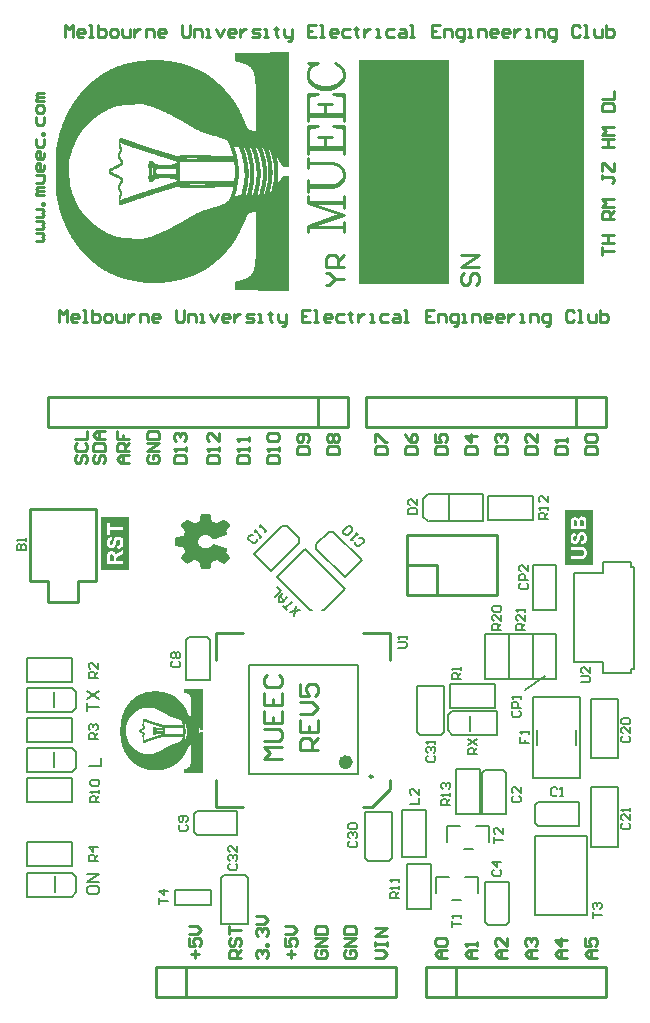
<source format=gto>
G04*
G04 #@! TF.GenerationSoftware,Altium Limited,Altium Designer,18.1.7 (191)*
G04*
G04 Layer_Color=65535*
%FSLAX25Y25*%
%MOIN*%
G70*
G01*
G75*
%ADD10C,0.02362*%
%ADD11C,0.00984*%
%ADD12C,0.00035*%
%ADD13C,0.00800*%
%ADD14C,0.01000*%
%ADD15C,0.00787*%
%ADD16C,0.00024*%
%ADD17C,0.00100*%
%ADD18C,0.00500*%
%ADD19R,0.30000X0.75000*%
G36*
X45224Y146500D02*
X35914D01*
Y164144D01*
X45224D01*
Y146500D01*
D02*
G37*
G36*
X199824Y148000D02*
X190514D01*
Y166245D01*
X199824D01*
Y148000D01*
D02*
G37*
%LPC*%
G36*
X43131Y162144D02*
Y160637D01*
X38866D01*
Y162144D01*
X43131D01*
X37999D01*
Y158091D01*
X38866D01*
Y159598D01*
X43131D01*
Y158091D01*
Y162144D01*
D02*
G37*
G36*
X43224Y157567D02*
D01*
Y155513D01*
X43217Y155755D01*
X43193Y155966D01*
X43170Y156154D01*
X43131Y156318D01*
X43115Y156388D01*
X43099Y156451D01*
X43084Y156497D01*
X43076Y156544D01*
X43060Y156576D01*
X43053Y156599D01*
X43045Y156615D01*
Y156622D01*
X42967Y156786D01*
X42873Y156919D01*
X42779Y157044D01*
X42685Y157138D01*
X42607Y157216D01*
X42537Y157271D01*
X42490Y157310D01*
X42483Y157317D01*
X42475D01*
X42326Y157403D01*
X42178Y157466D01*
X42037Y157505D01*
X41912Y157536D01*
X41803Y157552D01*
X41717Y157567D01*
X43224D01*
X37914D01*
X41639D01*
X41467Y157560D01*
X41311Y157536D01*
X41170Y157497D01*
X41053Y157466D01*
X40960Y157427D01*
X40881Y157388D01*
X40842Y157364D01*
X40827Y157357D01*
X40710Y157271D01*
X40600Y157185D01*
X40514Y157091D01*
X40436Y156997D01*
X40382Y156919D01*
X40335Y156857D01*
X40311Y156810D01*
X40304Y156802D01*
Y156794D01*
X40264Y156724D01*
X40233Y156646D01*
X40163Y156466D01*
X40108Y156287D01*
X40046Y156099D01*
X40007Y155935D01*
X39983Y155865D01*
X39968Y155802D01*
X39952Y155748D01*
X39944Y155709D01*
X39936Y155685D01*
Y155677D01*
X39905Y155545D01*
X39866Y155420D01*
X39835Y155310D01*
X39804Y155217D01*
X39780Y155123D01*
X39749Y155053D01*
X39726Y154982D01*
X39694Y154928D01*
X39671Y154873D01*
X39655Y154834D01*
X39624Y154771D01*
X39601Y154740D01*
X39593Y154732D01*
X39538Y154685D01*
X39491Y154647D01*
X39437Y154623D01*
X39390Y154600D01*
X39343Y154592D01*
X39312Y154584D01*
X39288D01*
X39280D01*
X39210Y154592D01*
X39148Y154607D01*
X39093Y154631D01*
X39046Y154662D01*
X39007Y154693D01*
X38984Y154717D01*
X38968Y154732D01*
X38960Y154740D01*
X38898Y154842D01*
X38851Y154959D01*
X38820Y155076D01*
X38796Y155185D01*
X38781Y155287D01*
X38773Y155373D01*
Y155443D01*
X38781Y155599D01*
X38804Y155732D01*
X38827Y155841D01*
X38859Y155935D01*
X38898Y156005D01*
X38921Y156052D01*
X38945Y156084D01*
X38952Y156091D01*
X39023Y156169D01*
X39109Y156232D01*
X39202Y156279D01*
X39296Y156318D01*
X39382Y156349D01*
X39452Y156365D01*
X39499Y156380D01*
X39507D01*
X39515D01*
X39476Y157419D01*
X39351Y157411D01*
X39226Y157388D01*
X39109Y157357D01*
X38999Y157325D01*
X38812Y157239D01*
X38726Y157200D01*
X38648Y157153D01*
X38577Y157107D01*
X38515Y157060D01*
X38460Y157021D01*
X38421Y156982D01*
X38390Y156950D01*
X38367Y156927D01*
X38351Y156911D01*
X38343Y156904D01*
X38265Y156810D01*
X38203Y156701D01*
X38140Y156591D01*
X38093Y156474D01*
X38015Y156232D01*
X37968Y155998D01*
X37953Y155888D01*
X37937Y155787D01*
X37929Y155693D01*
X37921Y155607D01*
X37914Y155545D01*
Y155451D01*
X37921Y155240D01*
X37945Y155045D01*
X37968Y154873D01*
X37999Y154725D01*
X38039Y154607D01*
X38054Y154561D01*
X38062Y154522D01*
X38078Y154490D01*
X38085Y154459D01*
X38093Y154451D01*
Y154443D01*
X38164Y154295D01*
X38249Y154170D01*
X38335Y154061D01*
X38421Y153975D01*
X38499Y153904D01*
X38562Y153850D01*
X38601Y153819D01*
X38609Y153811D01*
X38616D01*
X38749Y153741D01*
X38874Y153686D01*
X38999Y153647D01*
X39109Y153623D01*
X39210Y153608D01*
X39280Y153592D01*
X39312D01*
X39335D01*
X39343D01*
X39351D01*
X39460Y153600D01*
X39569Y153616D01*
X39671Y153639D01*
X39765Y153662D01*
X39944Y153741D01*
X40093Y153826D01*
X40155Y153873D01*
X40218Y153912D01*
X40264Y153951D01*
X40304Y153990D01*
X40335Y154014D01*
X40358Y154037D01*
X40374Y154053D01*
X40382Y154061D01*
X40436Y154131D01*
X40491Y154209D01*
X40593Y154381D01*
X40678Y154576D01*
X40749Y154771D01*
X40811Y154943D01*
X40835Y155021D01*
X40850Y155092D01*
X40866Y155146D01*
X40881Y155185D01*
X40889Y155217D01*
Y155224D01*
X40920Y155342D01*
X40944Y155443D01*
X40967Y155537D01*
X40991Y155623D01*
X41014Y155701D01*
X41030Y155763D01*
X41045Y155826D01*
X41061Y155873D01*
X41085Y155951D01*
X41100Y156005D01*
X41116Y156037D01*
Y156044D01*
X41155Y156138D01*
X41194Y156216D01*
X41225Y156279D01*
X41264Y156333D01*
X41295Y156372D01*
X41319Y156396D01*
X41334Y156412D01*
X41342Y156419D01*
X41389Y156458D01*
X41444Y156482D01*
X41537Y156513D01*
X41584Y156521D01*
X41616Y156529D01*
X41639D01*
X41647D01*
X41748Y156521D01*
X41842Y156490D01*
X41928Y156451D01*
X41998Y156404D01*
X42061Y156349D01*
X42100Y156310D01*
X42131Y156279D01*
X42139Y156271D01*
X42209Y156169D01*
X42264Y156052D01*
X42295Y155927D01*
X42326Y155802D01*
X42342Y155693D01*
X42350Y155607D01*
Y155521D01*
X42342Y155349D01*
X42311Y155201D01*
X42272Y155076D01*
X42232Y154967D01*
X42186Y154881D01*
X42154Y154818D01*
X42123Y154779D01*
X42115Y154764D01*
X42014Y154670D01*
X41897Y154592D01*
X41772Y154529D01*
X41655Y154482D01*
X41537Y154443D01*
X41451Y154420D01*
X41412Y154412D01*
X41389D01*
X41374Y154404D01*
X41366D01*
X41467Y153397D01*
X41623Y153420D01*
X41772Y153452D01*
X41912Y153491D01*
X42037Y153530D01*
X42154Y153584D01*
X42264Y153631D01*
X42358Y153686D01*
X42451Y153741D01*
X42522Y153795D01*
X42592Y153842D01*
X42647Y153889D01*
X42693Y153928D01*
X42732Y153967D01*
X42756Y153990D01*
X42771Y154006D01*
X42779Y154014D01*
X42857Y154115D01*
X42928Y154233D01*
X42982Y154350D01*
X43037Y154467D01*
X43076Y154592D01*
X43115Y154717D01*
X43170Y154959D01*
X43185Y155076D01*
X43201Y155177D01*
X43209Y155271D01*
X43217Y155349D01*
X43224Y155420D01*
Y153397D01*
X41467D01*
X43224D01*
Y157567D01*
D02*
G37*
G36*
X43131Y153092D02*
D01*
X42131Y152468D01*
X42022Y152397D01*
X41928Y152335D01*
X41834Y152280D01*
X41748Y152218D01*
X41608Y152124D01*
X41491Y152038D01*
X41405Y151968D01*
X41350Y151921D01*
X41311Y151890D01*
X41303Y151882D01*
X41217Y151796D01*
X41139Y151702D01*
X41061Y151608D01*
X40999Y151523D01*
X40944Y151444D01*
X40905Y151382D01*
X40881Y151343D01*
X40874Y151335D01*
Y151327D01*
X40850Y151452D01*
X40827Y151561D01*
X40795Y151671D01*
X40756Y151765D01*
X40717Y151858D01*
X40678Y151944D01*
X40639Y152015D01*
X40600Y152085D01*
X40561Y152139D01*
X40522Y152194D01*
X40483Y152233D01*
X40460Y152272D01*
X40428Y152296D01*
X40413Y152319D01*
X40405Y152335D01*
X40397D01*
X40327Y152397D01*
X40249Y152452D01*
X40093Y152530D01*
X39929Y152592D01*
X39780Y152639D01*
X39647Y152663D01*
X39593Y152671D01*
X39538D01*
X39499Y152678D01*
X39468D01*
X39452D01*
X39444D01*
X39280Y152671D01*
X39124Y152647D01*
X38991Y152608D01*
X38874Y152569D01*
X38773Y152522D01*
X38702Y152491D01*
X38656Y152460D01*
X38640Y152452D01*
X38515Y152358D01*
X38414Y152264D01*
X38328Y152163D01*
X38257Y152069D01*
X38203Y151983D01*
X38164Y151913D01*
X38148Y151866D01*
X38140Y151858D01*
Y151850D01*
X38117Y151780D01*
X38093Y151694D01*
X38062Y151507D01*
X38031Y151312D01*
X38015Y151116D01*
X38007Y151030D01*
Y150866D01*
X37999Y150796D01*
Y148500D01*
X43131D01*
Y153092D01*
D02*
G37*
%LPD*%
G36*
Y149539D02*
X40991D01*
Y149867D01*
X40999Y149976D01*
X41006Y150062D01*
X41022Y150132D01*
X41030Y150187D01*
X41045Y150226D01*
X41053Y150249D01*
Y150257D01*
X41077Y150320D01*
X41108Y150374D01*
X41178Y150476D01*
X41209Y150515D01*
X41241Y150546D01*
X41256Y150562D01*
X41264Y150570D01*
X41295Y150601D01*
X41342Y150632D01*
X41451Y150718D01*
X41569Y150812D01*
X41701Y150898D01*
X41826Y150984D01*
X41873Y151023D01*
X41928Y151054D01*
X41967Y151077D01*
X41998Y151101D01*
X42014Y151109D01*
X42022Y151116D01*
X43131Y151850D01*
Y149539D01*
D02*
G37*
G36*
X39593Y151601D02*
X39663Y151593D01*
X39733Y151577D01*
X39788Y151554D01*
X39835Y151530D01*
X39866Y151515D01*
X39890Y151507D01*
X39897Y151499D01*
X39952Y151460D01*
X39991Y151413D01*
X40061Y151319D01*
X40077Y151273D01*
X40093Y151241D01*
X40108Y151218D01*
Y151210D01*
X40116Y151171D01*
X40132Y151116D01*
X40139Y151062D01*
X40147Y150991D01*
X40155Y150843D01*
X40163Y150687D01*
X40171Y150538D01*
Y149539D01*
X38866D01*
Y150718D01*
X38874Y150788D01*
Y150944D01*
X38882Y151015D01*
Y151054D01*
X38890Y151077D01*
Y151085D01*
X38913Y151171D01*
X38937Y151249D01*
X38968Y151312D01*
X39007Y151366D01*
X39038Y151413D01*
X39070Y151444D01*
X39085Y151460D01*
X39093Y151468D01*
X39155Y151515D01*
X39226Y151546D01*
X39296Y151577D01*
X39358Y151593D01*
X39413Y151601D01*
X39460Y151608D01*
X39499D01*
X39507D01*
X39593Y151601D01*
D02*
G37*
%LPC*%
G36*
X197731Y164245D02*
X192599D01*
Y159950D01*
X197731D01*
Y162176D01*
X197723Y162309D01*
Y162519D01*
X197715Y162613D01*
Y162754D01*
X197707Y162808D01*
Y162887D01*
X197699Y162910D01*
Y162941D01*
X197676Y163090D01*
X197645Y163222D01*
X197606Y163339D01*
X197559Y163441D01*
X197520Y163527D01*
X197489Y163589D01*
X197465Y163621D01*
X197457Y163636D01*
X197379Y163738D01*
X197285Y163824D01*
X197200Y163902D01*
X197114Y163964D01*
X197043Y164011D01*
X196981Y164050D01*
X196942Y164074D01*
X196926Y164081D01*
X196801Y164136D01*
X196684Y164175D01*
X196567Y164206D01*
X196466Y164222D01*
X196372Y164238D01*
X196309Y164245D01*
X197731D01*
D02*
G37*
G36*
X197824Y159067D02*
X192514D01*
Y154897D01*
D01*
Y156951D01*
X192521Y156740D01*
X192545Y156545D01*
X192568Y156373D01*
X192599Y156225D01*
X192639Y156107D01*
X192654Y156061D01*
X192662Y156021D01*
X192678Y155990D01*
X192685Y155959D01*
X192693Y155951D01*
Y155943D01*
X192763Y155795D01*
X192850Y155670D01*
X192935Y155561D01*
X193021Y155475D01*
X193099Y155404D01*
X193162Y155350D01*
X193201Y155319D01*
X193209Y155311D01*
X193217D01*
X193349Y155240D01*
X193474Y155186D01*
X193599Y155147D01*
X193709Y155123D01*
X193810Y155108D01*
X193880Y155092D01*
X193912D01*
X193935D01*
X193943D01*
X193951D01*
X194060Y155100D01*
X194169Y155116D01*
X194271Y155139D01*
X194365Y155162D01*
X194544Y155240D01*
X194693Y155326D01*
X194755Y155373D01*
X194818Y155412D01*
X194864Y155451D01*
X194904Y155490D01*
X194935Y155514D01*
X194958Y155537D01*
X194974Y155553D01*
X194982Y155561D01*
X195036Y155631D01*
X195091Y155709D01*
X195193Y155881D01*
X195278Y156076D01*
X195349Y156271D01*
X195411Y156443D01*
X195435Y156521D01*
X195450Y156592D01*
X195466Y156646D01*
X195481Y156685D01*
X195489Y156717D01*
Y156724D01*
X195520Y156842D01*
X195544Y156943D01*
X195567Y157037D01*
X195591Y157123D01*
X195614Y157201D01*
X195630Y157263D01*
X195645Y157326D01*
X195661Y157373D01*
X195685Y157451D01*
X195700Y157505D01*
X195716Y157537D01*
Y157545D01*
X195755Y157638D01*
X195794Y157716D01*
X195825Y157779D01*
X195864Y157833D01*
X195895Y157872D01*
X195919Y157896D01*
X195934Y157912D01*
X195942Y157919D01*
X195989Y157958D01*
X196044Y157982D01*
X196137Y158013D01*
X196184Y158021D01*
X196216Y158029D01*
X196239D01*
X196247D01*
X196348Y158021D01*
X196442Y157990D01*
X196528Y157951D01*
X196598Y157904D01*
X196661Y157849D01*
X196700Y157810D01*
X196731Y157779D01*
X196739Y157771D01*
X196809Y157669D01*
X196864Y157552D01*
X196895Y157427D01*
X196926Y157302D01*
X196942Y157193D01*
X196950Y157107D01*
Y157021D01*
X196942Y156849D01*
X196911Y156701D01*
X196872Y156576D01*
X196833Y156467D01*
X196786Y156381D01*
X196754Y156318D01*
X196723Y156279D01*
X196715Y156264D01*
X196614Y156170D01*
X196497Y156092D01*
X196372Y156029D01*
X196255Y155982D01*
X196137Y155943D01*
X196052Y155920D01*
X196012Y155912D01*
X195989D01*
X195974Y155904D01*
X195966D01*
X196067Y154897D01*
X196223Y154920D01*
X196372Y154952D01*
X196512Y154991D01*
X196637Y155030D01*
X196754Y155084D01*
X196864Y155131D01*
X196958Y155186D01*
X197051Y155240D01*
X197122Y155295D01*
X197192Y155342D01*
X197247Y155389D01*
X197293Y155428D01*
X197332Y155467D01*
X197356Y155490D01*
X197371Y155506D01*
X197379Y155514D01*
X197457Y155615D01*
X197528Y155733D01*
X197582Y155850D01*
X197637Y155967D01*
X197676Y156092D01*
X197715Y156217D01*
X197770Y156459D01*
X197785Y156576D01*
X197801Y156677D01*
X197809Y156771D01*
X197817Y156849D01*
X197824Y156920D01*
Y157013D01*
X197817Y157255D01*
X197793Y157466D01*
X197770Y157654D01*
X197731Y157818D01*
X197715Y157888D01*
X197699Y157951D01*
X197684Y157997D01*
X197676Y158044D01*
X197660Y158075D01*
X197653Y158099D01*
X197645Y158115D01*
Y158122D01*
X197567Y158286D01*
X197473Y158419D01*
X197379Y158544D01*
X197285Y158638D01*
X197207Y158716D01*
X197137Y158771D01*
X197090Y158810D01*
X197082Y158818D01*
X197075D01*
X196926Y158903D01*
X196778Y158966D01*
X196637Y159005D01*
X196512Y159036D01*
X196403Y159052D01*
X196317Y159067D01*
X197824D01*
D02*
G37*
G36*
Y154077D02*
X192599D01*
Y150000D01*
X195497D01*
X195645Y150008D01*
X195786D01*
X195911Y150016D01*
X196028Y150023D01*
X196137Y150031D01*
X196231Y150039D01*
X196317Y150047D01*
X196395Y150055D01*
X196458Y150063D01*
X196520Y150070D01*
X196559Y150078D01*
X196598Y150086D01*
X196622Y150094D01*
X196637D01*
X196645D01*
X196754Y150125D01*
X196856Y150172D01*
X196958Y150219D01*
X197043Y150266D01*
X197114Y150312D01*
X197168Y150351D01*
X197200Y150375D01*
X197215Y150383D01*
X197309Y150476D01*
X197403Y150570D01*
X197473Y150672D01*
X197543Y150765D01*
X197590Y150851D01*
X197629Y150922D01*
X197653Y150968D01*
X197660Y150976D01*
Y150984D01*
X197692Y151062D01*
X197715Y151140D01*
X197754Y151320D01*
X197785Y151499D01*
X197801Y151679D01*
X197817Y151843D01*
Y151913D01*
X197824Y151976D01*
Y152093D01*
X197817Y152312D01*
X197801Y152507D01*
X197778Y152671D01*
X197746Y152812D01*
X197723Y152929D01*
X197707Y152976D01*
X197699Y153007D01*
X197692Y153038D01*
X197684Y153061D01*
X197676Y153069D01*
Y153077D01*
X197614Y153210D01*
X197543Y153327D01*
X197473Y153429D01*
X197403Y153522D01*
X197348Y153585D01*
X197301Y153639D01*
X197262Y153671D01*
X197254Y153679D01*
X197153Y153757D01*
X197043Y153827D01*
X196934Y153874D01*
X196833Y153921D01*
X196739Y153952D01*
X196669Y153975D01*
X196622Y153991D01*
X196614D01*
X196606D01*
X196528Y154007D01*
X196442Y154022D01*
X196341Y154030D01*
X196239Y154038D01*
X196028Y154053D01*
X195809Y154069D01*
X195708D01*
X195614D01*
X195528Y154077D01*
X197824D01*
D02*
G37*
%LPD*%
G36*
X196083Y164238D02*
X195934Y164206D01*
X195809Y164167D01*
X195692Y164120D01*
X195599Y164066D01*
X195528Y164027D01*
X195489Y163996D01*
X195474Y163988D01*
X195357Y163886D01*
X195255Y163769D01*
X195177Y163652D01*
X195114Y163535D01*
X195068Y163433D01*
X195028Y163347D01*
X195021Y163316D01*
X195013Y163293D01*
X195005Y163277D01*
Y163269D01*
X194942Y163386D01*
X194872Y163496D01*
X194802Y163582D01*
X194724Y163660D01*
X194661Y163722D01*
X194607Y163761D01*
X194576Y163793D01*
X194560Y163800D01*
X194443Y163863D01*
X194325Y163910D01*
X194216Y163949D01*
X194115Y163972D01*
X194029Y163988D01*
X193958Y163996D01*
X193912D01*
X193896D01*
X193771Y163988D01*
X193662Y163972D01*
X193560Y163941D01*
X193466Y163917D01*
X193396Y163886D01*
X193342Y163855D01*
X193310Y163839D01*
X193295Y163831D01*
X193201Y163769D01*
X193115Y163707D01*
X193045Y163636D01*
X192982Y163582D01*
X192928Y163527D01*
X192896Y163480D01*
X192873Y163449D01*
X192865Y163441D01*
X192810Y163347D01*
X192763Y163261D01*
X192725Y163168D01*
X192701Y163082D01*
X192678Y163012D01*
X192662Y162957D01*
X192654Y162918D01*
Y162902D01*
X192639Y162777D01*
X192623Y162637D01*
X192615Y162488D01*
X192607Y162340D01*
X192599Y162207D01*
Y164245D01*
X196247D01*
X196083Y164238D01*
D02*
G37*
G36*
X196286Y163168D02*
X196372Y163152D01*
X196450Y163129D01*
X196512Y163105D01*
X196559Y163074D01*
X196598Y163050D01*
X196622Y163035D01*
X196630Y163027D01*
X196684Y162972D01*
X196731Y162910D01*
X196762Y162840D01*
X196793Y162785D01*
X196809Y162730D01*
X196825Y162691D01*
X196833Y162660D01*
Y162652D01*
X196840Y162621D01*
Y162582D01*
X196848Y162480D01*
X196856Y162363D01*
Y162238D01*
X196864Y162129D01*
Y160989D01*
X195489D01*
Y162059D01*
X195497Y162168D01*
X195505Y162262D01*
Y162348D01*
X195513Y162418D01*
X195520Y162488D01*
X195528Y162543D01*
X195536Y162590D01*
X195544Y162637D01*
X195552Y162691D01*
X195567Y162730D01*
Y162738D01*
X195599Y162816D01*
X195630Y162879D01*
X195669Y162933D01*
X195708Y162980D01*
X195747Y163012D01*
X195778Y163035D01*
X195794Y163050D01*
X195802Y163058D01*
X195864Y163097D01*
X195934Y163129D01*
X195997Y163144D01*
X196059Y163160D01*
X196114Y163168D01*
X196153Y163175D01*
X196184D01*
X196192D01*
X196286Y163168D01*
D02*
G37*
G36*
X194123Y162980D02*
X194208Y162965D01*
X194271Y162941D01*
X194333Y162910D01*
X194380Y162879D01*
X194411Y162855D01*
X194435Y162840D01*
X194443Y162832D01*
X194490Y162769D01*
X194536Y162707D01*
X194568Y162637D01*
X194591Y162566D01*
X194607Y162512D01*
X194615Y162465D01*
X194622Y162434D01*
Y162387D01*
X194630Y162340D01*
Y162113D01*
X194638Y161980D01*
Y160989D01*
X193451D01*
Y162027D01*
X193459Y162106D01*
Y162293D01*
X193466Y162340D01*
Y162426D01*
X193474Y162457D01*
Y162465D01*
X193490Y162558D01*
X193513Y162637D01*
X193544Y162699D01*
X193576Y162754D01*
X193607Y162801D01*
X193630Y162832D01*
X193646Y162847D01*
X193654Y162855D01*
X193716Y162902D01*
X193779Y162933D01*
X193841Y162957D01*
X193904Y162972D01*
X193951Y162980D01*
X193998Y162988D01*
X194029D01*
X194037D01*
X194123Y162980D01*
D02*
G37*
G36*
X196067Y159060D02*
X195911Y159036D01*
X195770Y158997D01*
X195653Y158966D01*
X195560Y158927D01*
X195481Y158888D01*
X195442Y158864D01*
X195427Y158856D01*
X195310Y158771D01*
X195200Y158685D01*
X195114Y158591D01*
X195036Y158497D01*
X194982Y158419D01*
X194935Y158357D01*
X194911Y158310D01*
X194904Y158302D01*
Y158294D01*
X194864Y158224D01*
X194833Y158146D01*
X194763Y157966D01*
X194708Y157787D01*
X194646Y157599D01*
X194607Y157435D01*
X194583Y157365D01*
X194568Y157302D01*
X194552Y157248D01*
X194544Y157209D01*
X194536Y157185D01*
Y157177D01*
X194505Y157045D01*
X194466Y156920D01*
X194435Y156810D01*
X194404Y156717D01*
X194380Y156623D01*
X194349Y156553D01*
X194325Y156482D01*
X194294Y156428D01*
X194271Y156373D01*
X194255Y156334D01*
X194224Y156271D01*
X194201Y156240D01*
X194193Y156232D01*
X194138Y156185D01*
X194091Y156147D01*
X194037Y156123D01*
X193990Y156100D01*
X193943Y156092D01*
X193912Y156084D01*
X193888D01*
X193880D01*
X193810Y156092D01*
X193748Y156107D01*
X193693Y156131D01*
X193646Y156162D01*
X193607Y156193D01*
X193584Y156217D01*
X193568Y156232D01*
X193560Y156240D01*
X193498Y156342D01*
X193451Y156459D01*
X193420Y156576D01*
X193396Y156685D01*
X193380Y156787D01*
X193373Y156873D01*
Y156943D01*
X193380Y157099D01*
X193404Y157232D01*
X193427Y157341D01*
X193459Y157435D01*
X193498Y157505D01*
X193521Y157552D01*
X193544Y157583D01*
X193552Y157591D01*
X193623Y157669D01*
X193709Y157732D01*
X193802Y157779D01*
X193896Y157818D01*
X193982Y157849D01*
X194052Y157865D01*
X194099Y157880D01*
X194107D01*
X194115D01*
X194076Y158919D01*
X193951Y158911D01*
X193826Y158888D01*
X193709Y158856D01*
X193599Y158825D01*
X193412Y158739D01*
X193326Y158700D01*
X193248Y158653D01*
X193177Y158607D01*
X193115Y158560D01*
X193060Y158521D01*
X193021Y158482D01*
X192990Y158450D01*
X192967Y158427D01*
X192951Y158411D01*
X192943Y158404D01*
X192865Y158310D01*
X192803Y158201D01*
X192740Y158091D01*
X192693Y157974D01*
X192615Y157732D01*
X192568Y157498D01*
X192553Y157388D01*
X192537Y157287D01*
X192529Y157193D01*
X192521Y157107D01*
X192514Y157045D01*
Y159067D01*
X196239D01*
X196067Y159060D01*
D02*
G37*
G36*
X195755Y153030D02*
X195841D01*
X195997Y153023D01*
X196114Y153015D01*
X196208Y153007D01*
X196270Y152999D01*
X196309Y152991D01*
X196325D01*
X196419Y152968D01*
X196504Y152929D01*
X196575Y152882D01*
X196637Y152835D01*
X196692Y152796D01*
X196731Y152757D01*
X196754Y152726D01*
X196762Y152718D01*
X196825Y152624D01*
X196864Y152523D01*
X196895Y152413D01*
X196918Y152312D01*
X196934Y152210D01*
X196942Y152132D01*
Y152062D01*
X196934Y151913D01*
X196911Y151773D01*
X196879Y151656D01*
X196848Y151562D01*
X196817Y151484D01*
X196786Y151429D01*
X196762Y151398D01*
X196754Y151382D01*
X196676Y151296D01*
X196598Y151234D01*
X196512Y151179D01*
X196426Y151132D01*
X196356Y151109D01*
X196301Y151086D01*
X196262Y151070D01*
X196247D01*
X196208Y151062D01*
X196153D01*
X196028Y151054D01*
X195887Y151047D01*
X195747D01*
X195606Y151039D01*
X195544D01*
X195497D01*
X195450D01*
X195419D01*
X195396D01*
X195388D01*
X192599D01*
Y153038D01*
X195450D01*
X195560D01*
X195661D01*
X195755Y153030D01*
D02*
G37*
D10*
X118685Y82342D02*
G03*
X118685Y82342I-1181J0D01*
G01*
D11*
X126461Y77520D02*
G03*
X126461Y77520I-492J0D01*
G01*
D12*
X53288Y79995D02*
Y85165D01*
X59196Y81121D02*
Y88120D01*
X69713Y93923D02*
Y106867D01*
Y79045D02*
Y92376D01*
X69678Y93536D02*
Y106867D01*
Y79045D02*
Y92376D01*
X69643Y93536D02*
Y106867D01*
Y79045D02*
Y92376D01*
X69607Y93536D02*
Y106867D01*
Y79045D02*
Y92376D01*
X69572Y93536D02*
Y106867D01*
Y79045D02*
Y92376D01*
X69537Y93536D02*
Y106867D01*
Y79045D02*
Y92376D01*
X69502Y93536D02*
Y106867D01*
Y79045D02*
Y92376D01*
X69467Y93536D02*
Y106867D01*
Y79045D02*
Y92376D01*
X69431Y93536D02*
Y106867D01*
Y79045D02*
Y92376D01*
X69396Y93536D02*
Y106867D01*
Y79045D02*
Y92376D01*
X69361Y93536D02*
Y106867D01*
Y79045D02*
Y92376D01*
X69326Y93536D02*
Y106867D01*
Y79045D02*
Y92340D01*
X69291Y93536D02*
Y106867D01*
Y79045D02*
Y92340D01*
X69256Y93536D02*
Y106867D01*
Y79045D02*
Y92340D01*
X69220Y93536D02*
Y106867D01*
Y79045D02*
Y92340D01*
X69185Y93536D02*
Y106867D01*
Y79045D02*
Y92340D01*
X69150Y93536D02*
Y106867D01*
Y79045D02*
Y92340D01*
X69115Y93536D02*
Y106867D01*
Y79045D02*
Y92340D01*
X69080Y93536D02*
Y106867D01*
Y79045D02*
Y92340D01*
X69045Y93572D02*
Y106867D01*
Y79045D02*
Y92305D01*
X69009Y93607D02*
Y106867D01*
Y79045D02*
Y92270D01*
X68974Y93677D02*
Y106867D01*
Y79045D02*
Y92235D01*
X68939Y93712D02*
Y106867D01*
Y79045D02*
Y92200D01*
X68904Y93783D02*
Y106867D01*
Y79045D02*
Y92165D01*
X68869Y93853D02*
Y106867D01*
Y79045D02*
Y92094D01*
X68834Y93888D02*
Y106867D01*
Y79045D02*
Y92059D01*
X68798Y93958D02*
Y106867D01*
Y79045D02*
Y91989D01*
X68763Y93994D02*
Y106867D01*
Y79045D02*
Y91953D01*
X68728Y94064D02*
Y106867D01*
Y79045D02*
Y91918D01*
X68693Y94099D02*
Y106867D01*
Y79045D02*
Y91848D01*
X68658Y94169D02*
Y106867D01*
Y79045D02*
Y91813D01*
X68622Y94204D02*
Y106867D01*
Y79045D02*
Y91778D01*
X68587Y94275D02*
Y106867D01*
Y79045D02*
Y91707D01*
X68552Y94310D02*
Y106867D01*
Y79045D02*
Y91672D01*
X68517Y94380D02*
Y106867D01*
Y79045D02*
Y91637D01*
X68482Y94416D02*
Y106867D01*
Y79045D02*
Y91567D01*
X68447Y94486D02*
Y106867D01*
Y79045D02*
Y91531D01*
X68411Y94556D02*
Y106867D01*
Y92059D02*
Y93501D01*
Y79045D02*
Y91496D01*
X68376Y94591D02*
Y106867D01*
Y91778D02*
Y93853D01*
Y79045D02*
Y91461D01*
X68341Y94662D02*
Y106867D01*
Y91567D02*
Y94099D01*
Y79045D02*
Y91426D01*
X68306Y94697D02*
Y106867D01*
Y79045D02*
Y94310D01*
X68271Y94732D02*
Y106867D01*
Y79045D02*
Y94451D01*
X68236Y94802D02*
Y106867D01*
Y79045D02*
Y94627D01*
X68200Y94838D02*
Y106867D01*
Y79045D02*
Y94767D01*
X68165Y79045D02*
Y106867D01*
X68130Y79045D02*
Y106867D01*
X68095Y79045D02*
Y106867D01*
X68060Y79045D02*
Y106867D01*
X68024Y93466D02*
Y106867D01*
Y79045D02*
Y92129D01*
X67989Y93853D02*
Y106867D01*
Y79045D02*
Y91883D01*
X67954Y94064D02*
Y106867D01*
Y79045D02*
Y91672D01*
X67919Y94240D02*
Y106867D01*
Y79045D02*
Y91461D01*
X67884Y94380D02*
Y106867D01*
Y79045D02*
Y91285D01*
X67849Y94521D02*
Y106867D01*
Y79045D02*
Y91145D01*
X67813Y94662D02*
Y106867D01*
Y79045D02*
Y90969D01*
X67778Y94767D02*
Y106867D01*
Y79045D02*
Y90828D01*
X67743Y94908D02*
Y106867D01*
Y92622D02*
Y93044D01*
Y79045D02*
Y90723D01*
X67708Y94978D02*
Y106867D01*
Y92059D02*
Y93607D01*
Y79045D02*
Y90652D01*
X67673Y95084D02*
Y106867D01*
Y91742D02*
Y93923D01*
Y79045D02*
Y90617D01*
X67638Y95189D02*
Y106867D01*
Y91531D02*
Y94134D01*
Y79045D02*
Y90547D01*
X67602Y95295D02*
Y106867D01*
Y91320D02*
Y94345D01*
Y79045D02*
Y90512D01*
X67567Y95365D02*
Y106867D01*
Y91145D02*
Y94521D01*
Y79045D02*
Y90476D01*
X67532Y95436D02*
Y106831D01*
Y91004D02*
Y94662D01*
Y79045D02*
Y90476D01*
X67497Y95506D02*
Y106831D01*
Y90863D02*
Y94802D01*
Y79045D02*
Y90441D01*
X67462Y95576D02*
Y106831D01*
Y90723D02*
Y94943D01*
Y79045D02*
Y90406D01*
X67427Y95611D02*
Y106831D01*
Y90582D02*
Y95049D01*
Y79045D02*
Y90371D01*
X67392Y95647D02*
Y106831D01*
Y90476D02*
Y95189D01*
Y79045D02*
Y90336D01*
X67356Y95682D02*
Y106831D01*
Y79045D02*
Y95295D01*
X67321Y95682D02*
Y106831D01*
Y93360D02*
Y95400D01*
Y79045D02*
Y92059D01*
X67286Y95682D02*
Y106831D01*
Y93888D02*
Y95506D01*
Y79045D02*
Y91813D01*
X67251Y95682D02*
Y106831D01*
Y94099D02*
Y95576D01*
Y79045D02*
Y91602D01*
X67216Y95682D02*
Y106831D01*
Y94275D02*
Y95647D01*
Y79045D02*
Y91391D01*
X67180Y94451D02*
Y106831D01*
Y79045D02*
Y91215D01*
X67145Y94591D02*
Y106831D01*
Y79045D02*
Y91074D01*
X67110Y94732D02*
Y106831D01*
Y79045D02*
Y90934D01*
X67075Y94838D02*
Y106831D01*
Y79045D02*
Y90828D01*
X67040Y94978D02*
Y106831D01*
Y91883D02*
Y93572D01*
Y79045D02*
Y90687D01*
X67005Y95084D02*
Y106831D01*
Y91531D02*
Y93888D01*
Y79045D02*
Y90582D01*
X66969Y95189D02*
Y106831D01*
Y91320D02*
Y94134D01*
Y79045D02*
Y90476D01*
X66934Y95295D02*
Y106831D01*
Y91145D02*
Y94310D01*
Y79045D02*
Y90371D01*
X66899Y95400D02*
Y106831D01*
Y90969D02*
Y94451D01*
Y79045D02*
Y90301D01*
X66864Y95471D02*
Y106831D01*
Y90828D02*
Y94627D01*
Y79045D02*
Y90230D01*
X66829Y95576D02*
Y106831D01*
Y90687D02*
Y94732D01*
Y79045D02*
Y90230D01*
X66794Y95647D02*
Y106831D01*
Y90582D02*
Y94873D01*
Y79045D02*
Y90195D01*
X66758Y95752D02*
Y106831D01*
Y90476D02*
Y94978D01*
Y79045D02*
Y90195D01*
X66723Y95752D02*
Y106831D01*
Y90336D02*
Y95084D01*
Y79045D02*
Y90195D01*
X66688Y95787D02*
Y106831D01*
Y92833D02*
Y95224D01*
Y79045D02*
Y92305D01*
X66653Y95787D02*
Y106831D01*
Y93501D02*
Y95330D01*
Y79045D02*
Y91918D01*
X66618Y95787D02*
Y106831D01*
Y93783D02*
Y95436D01*
Y79045D02*
Y91637D01*
X66583Y95787D02*
Y106831D01*
Y94029D02*
Y95541D01*
Y79045D02*
Y91461D01*
X66547Y95787D02*
Y106831D01*
Y94204D02*
Y95647D01*
Y79045D02*
Y91250D01*
X66512Y95787D02*
Y106831D01*
Y94380D02*
Y95752D01*
Y79045D02*
Y91074D01*
X66477Y94556D02*
Y106831D01*
Y79045D02*
Y90934D01*
X66442Y94697D02*
Y106831D01*
Y79045D02*
Y90793D01*
X66407Y94802D02*
Y106831D01*
Y79045D02*
Y90652D01*
X66372Y94943D02*
Y106831D01*
Y79045D02*
Y90547D01*
X66336Y95049D02*
Y106831D01*
Y92200D02*
Y93185D01*
Y79045D02*
Y90406D01*
X66301Y95154D02*
Y106831D01*
Y91778D02*
Y93572D01*
Y79045D02*
Y90301D01*
X66266Y95260D02*
Y106831D01*
Y91496D02*
Y93853D01*
Y79045D02*
Y90195D01*
X66231Y95365D02*
Y106831D01*
Y91285D02*
Y94064D01*
Y79045D02*
Y90160D01*
X66196Y95436D02*
Y106831D01*
Y91109D02*
Y94275D01*
Y79045D02*
Y90160D01*
X66160Y95541D02*
Y106831D01*
Y90934D02*
Y94416D01*
Y79045D02*
Y90160D01*
X66125Y95611D02*
Y106831D01*
Y90758D02*
Y94591D01*
Y79045D02*
Y90160D01*
X66090Y95682D02*
Y106831D01*
Y90617D02*
Y94732D01*
Y79081D02*
Y90160D01*
X66055Y95752D02*
Y106831D01*
Y90512D02*
Y94873D01*
Y79081D02*
Y90160D01*
X66020Y95787D02*
Y106831D01*
Y90406D02*
Y94978D01*
Y79081D02*
Y90125D01*
X65985Y95787D02*
Y106831D01*
Y90265D02*
Y95119D01*
Y79081D02*
Y90125D01*
X65949Y95823D02*
Y106831D01*
Y93114D02*
Y95224D01*
Y79081D02*
Y92200D01*
X65914Y97827D02*
Y106831D01*
Y95823D02*
Y97616D01*
Y93501D02*
Y95330D01*
Y79081D02*
Y91883D01*
X65879Y101520D02*
Y106831D01*
Y95823D02*
Y97581D01*
Y93783D02*
Y95436D01*
Y88296D02*
Y91567D01*
Y79081D02*
Y83512D01*
X65844Y103314D02*
Y106831D01*
Y95823D02*
Y97581D01*
Y94029D02*
Y95506D01*
Y88296D02*
Y91356D01*
Y79081D02*
Y82633D01*
X65809Y103806D02*
Y106831D01*
Y95823D02*
Y97616D01*
Y94204D02*
Y95611D01*
Y88296D02*
Y91145D01*
Y79081D02*
Y82140D01*
X65774Y104088D02*
Y106831D01*
Y95823D02*
Y97616D01*
Y94380D02*
Y95717D01*
Y88296D02*
Y91004D01*
Y79081D02*
Y81859D01*
X65738Y104264D02*
Y106831D01*
Y94521D02*
Y97616D01*
Y88261D02*
Y90863D01*
Y79081D02*
Y81648D01*
X65703Y104404D02*
Y106831D01*
Y94662D02*
Y97616D01*
Y88261D02*
Y90723D01*
Y79081D02*
Y81507D01*
X65668Y104545D02*
Y106831D01*
Y94802D02*
Y97616D01*
Y88261D02*
Y90617D01*
Y79081D02*
Y81402D01*
X65633Y104615D02*
Y106831D01*
Y94908D02*
Y97651D01*
Y88261D02*
Y90476D01*
Y79081D02*
Y81296D01*
X65598Y104721D02*
Y106831D01*
Y95013D02*
Y97651D01*
Y91989D02*
Y93290D01*
Y88261D02*
Y90371D01*
Y79081D02*
Y81226D01*
X65562Y104791D02*
Y106831D01*
Y95119D02*
Y97651D01*
Y91637D02*
Y93677D01*
Y88261D02*
Y90265D01*
Y79081D02*
Y81156D01*
X65527Y104862D02*
Y106831D01*
Y95224D02*
Y97651D01*
Y91391D02*
Y93923D01*
Y88261D02*
Y90195D01*
Y79081D02*
Y81085D01*
X65492Y104897D02*
Y106831D01*
Y95330D02*
Y97651D01*
Y91215D02*
Y94134D01*
Y88261D02*
Y90125D01*
Y79081D02*
Y81015D01*
X65457Y104967D02*
Y106831D01*
Y95436D02*
Y97687D01*
Y91039D02*
Y94310D01*
Y88225D02*
Y90125D01*
Y79081D02*
Y80945D01*
X65422Y105002D02*
Y106831D01*
Y95541D02*
Y97687D01*
Y90863D02*
Y94451D01*
Y88225D02*
Y90089D01*
Y79081D02*
Y80874D01*
X65387Y105073D02*
Y106831D01*
Y95611D02*
Y97687D01*
Y90723D02*
Y94627D01*
Y88225D02*
Y90089D01*
Y79081D02*
Y80839D01*
X65351Y105108D02*
Y106831D01*
Y95682D02*
Y97687D01*
Y90582D02*
Y94767D01*
Y88225D02*
Y90089D01*
Y79081D02*
Y80804D01*
X65316Y105143D02*
Y106831D01*
Y95752D02*
Y97687D01*
Y90441D02*
Y94908D01*
Y88190D02*
Y90089D01*
Y79081D02*
Y80769D01*
X65281Y105178D02*
Y106831D01*
Y95787D02*
Y97722D01*
Y90301D02*
Y95013D01*
Y88190D02*
Y90089D01*
Y79081D02*
Y80699D01*
X65246Y105213D02*
Y106831D01*
Y95823D02*
Y97722D01*
Y90195D02*
Y95154D01*
Y88190D02*
Y90089D01*
Y79081D02*
Y80699D01*
X65211Y105249D02*
Y106831D01*
Y95823D02*
Y97722D01*
Y93149D02*
Y95260D01*
Y88190D02*
Y91989D01*
Y79081D02*
Y80663D01*
X65176Y105249D02*
Y106831D01*
Y95823D02*
Y97722D01*
Y93607D02*
Y95365D01*
Y88155D02*
Y91707D01*
Y79081D02*
Y80628D01*
X65140Y105284D02*
Y106831D01*
Y95823D02*
Y97757D01*
Y93853D02*
Y95471D01*
Y88155D02*
Y91496D01*
Y79081D02*
Y80593D01*
X65105Y105319D02*
Y106831D01*
Y95823D02*
Y97757D01*
Y94064D02*
Y95576D01*
Y88155D02*
Y91285D01*
Y79081D02*
Y80558D01*
X65070Y105354D02*
Y106831D01*
Y95823D02*
Y97757D01*
Y94240D02*
Y95682D01*
Y88120D02*
Y91109D01*
Y79081D02*
Y80558D01*
X65035Y105354D02*
Y106831D01*
Y95823D02*
Y97757D01*
Y94416D02*
Y95787D01*
Y88120D02*
Y90934D01*
Y79081D02*
Y80523D01*
X65000Y105389D02*
Y106831D01*
Y94556D02*
Y97792D01*
Y88120D02*
Y90793D01*
Y79081D02*
Y80488D01*
X64965Y105424D02*
Y106831D01*
Y94697D02*
Y97792D01*
Y88085D02*
Y90652D01*
Y79081D02*
Y80488D01*
X64929Y105424D02*
Y106831D01*
Y94838D02*
Y97827D01*
Y92200D02*
Y93149D01*
Y88050D02*
Y90512D01*
Y79081D02*
Y80452D01*
X64894Y105460D02*
Y106831D01*
Y94943D02*
Y97862D01*
Y91672D02*
Y93572D01*
Y88050D02*
Y90406D01*
Y79081D02*
Y80452D01*
X64859Y105495D02*
Y106831D01*
Y95049D02*
Y97898D01*
Y91391D02*
Y93853D01*
Y88014D02*
Y90301D01*
Y79081D02*
Y80417D01*
X64824Y105495D02*
Y106831D01*
Y95154D02*
Y97968D01*
Y91215D02*
Y94064D01*
Y87944D02*
Y90195D01*
Y79081D02*
Y80417D01*
X64789Y105530D02*
Y106831D01*
Y95260D02*
Y98038D01*
Y91039D02*
Y94275D01*
Y87874D02*
Y90160D01*
Y79081D02*
Y80382D01*
X64754Y105530D02*
Y106831D01*
Y95365D02*
Y98109D01*
Y90863D02*
Y94416D01*
Y87803D02*
Y90125D01*
Y79081D02*
Y80382D01*
X64718Y105565D02*
Y106831D01*
Y95471D02*
Y98179D01*
Y90723D02*
Y94591D01*
Y87733D02*
Y90125D01*
Y79081D02*
Y80347D01*
X64683Y105565D02*
Y106831D01*
Y95576D02*
Y98249D01*
Y90582D02*
Y94732D01*
Y87663D02*
Y90089D01*
Y79081D02*
Y80347D01*
X64648Y105600D02*
Y106831D01*
Y95647D02*
Y98355D01*
Y90441D02*
Y94873D01*
Y87557D02*
Y90089D01*
Y79081D02*
Y80312D01*
X64613Y105600D02*
Y106831D01*
Y95752D02*
Y98425D01*
Y90336D02*
Y94978D01*
Y87487D02*
Y90089D01*
Y79081D02*
Y80312D01*
X64578Y105600D02*
Y106831D01*
Y95823D02*
Y98496D01*
Y90230D02*
Y95084D01*
Y87381D02*
Y90125D01*
Y79081D02*
Y80276D01*
X64543Y105635D02*
Y106831D01*
Y95823D02*
Y98601D01*
Y92868D02*
Y95224D01*
Y87311D02*
Y92129D01*
Y79081D02*
Y80276D01*
X64507Y105635D02*
Y106831D01*
Y95823D02*
Y98671D01*
Y93501D02*
Y95330D01*
Y87240D02*
Y91707D01*
Y79081D02*
Y80241D01*
X64472Y105671D02*
Y106831D01*
Y95823D02*
Y98777D01*
Y93783D02*
Y95436D01*
Y87135D02*
Y91496D01*
Y79081D02*
Y80241D01*
X64437Y105671D02*
Y106831D01*
Y95823D02*
Y98847D01*
Y93994D02*
Y95541D01*
Y87065D02*
Y91285D01*
Y79081D02*
Y80241D01*
X64402Y105706D02*
Y106831D01*
Y95823D02*
Y98918D01*
Y94204D02*
Y95647D01*
Y86959D02*
Y91109D01*
Y79081D02*
Y80206D01*
X64367Y105706D02*
Y106831D01*
Y95823D02*
Y99023D01*
Y94380D02*
Y95752D01*
Y86889D02*
Y90969D01*
Y79081D02*
Y80206D01*
X64332Y105706D02*
Y106831D01*
Y94521D02*
Y99094D01*
Y86818D02*
Y90793D01*
Y79081D02*
Y80206D01*
X64296Y105706D02*
Y106796D01*
Y94662D02*
Y99164D01*
Y86748D02*
Y90652D01*
Y79081D02*
Y80171D01*
X64261Y105741D02*
Y106796D01*
Y94767D02*
Y99269D01*
Y86643D02*
Y90547D01*
Y79081D02*
Y80171D01*
X64226Y105741D02*
Y106796D01*
Y94873D02*
Y99340D01*
Y86572D02*
Y90406D01*
Y79081D02*
Y80171D01*
X64191Y105741D02*
Y106796D01*
Y95013D02*
Y99410D01*
Y86502D02*
Y90301D01*
Y79081D02*
Y80136D01*
X64156Y105776D02*
Y106796D01*
Y95119D02*
Y99480D01*
Y86431D02*
Y90195D01*
Y79081D02*
Y80136D01*
X64121Y105776D02*
Y106796D01*
Y95224D02*
Y99586D01*
Y86361D02*
Y90125D01*
Y79081D02*
Y80136D01*
X64085Y105776D02*
Y106796D01*
Y95330D02*
Y99656D01*
Y86291D02*
Y90089D01*
Y79081D02*
Y80136D01*
X64050Y105776D02*
Y106796D01*
Y95436D02*
Y99727D01*
Y86185D02*
Y90089D01*
Y79116D02*
Y80101D01*
X64015Y105776D02*
Y106796D01*
Y95541D02*
Y99797D01*
Y86115D02*
Y90089D01*
Y79116D02*
Y80101D01*
X63980Y105811D02*
Y106796D01*
Y95647D02*
Y99867D01*
Y86045D02*
Y90089D01*
Y79116D02*
Y80101D01*
X63945Y105811D02*
Y106796D01*
Y95717D02*
Y99938D01*
Y85974D02*
Y90089D01*
Y79116D02*
Y80101D01*
X63909Y105811D02*
Y106796D01*
Y95787D02*
Y100008D01*
Y85904D02*
Y90089D01*
Y79116D02*
Y80065D01*
X63874Y105811D02*
Y106796D01*
Y95823D02*
Y100078D01*
Y85834D02*
Y90089D01*
Y79116D02*
Y80065D01*
X63839Y105811D02*
Y106796D01*
Y95858D02*
Y100149D01*
Y85763D02*
Y90089D01*
Y79116D02*
Y80065D01*
X63804Y105847D02*
Y106796D01*
Y95858D02*
Y100219D01*
Y85728D02*
Y90089D01*
Y79116D02*
Y80065D01*
X63769Y105847D02*
Y106796D01*
Y95858D02*
Y100289D01*
Y92165D02*
Y93536D01*
Y85658D02*
Y90089D01*
Y79116D02*
Y80065D01*
X63734Y105847D02*
Y106796D01*
Y95858D02*
Y100324D01*
Y91848D02*
Y93958D01*
Y85587D02*
Y90054D01*
Y79116D02*
Y80065D01*
X63698Y105847D02*
Y106796D01*
Y95858D02*
Y100395D01*
Y91637D02*
Y94204D01*
Y85517D02*
Y90054D01*
Y79116D02*
Y80030D01*
X63663Y105847D02*
Y106796D01*
Y95858D02*
Y100465D01*
Y91426D02*
Y94380D01*
Y85447D02*
Y90054D01*
Y79116D02*
Y80030D01*
X63628Y105882D02*
Y106796D01*
Y95858D02*
Y100536D01*
Y91250D02*
Y94556D01*
Y85376D02*
Y90054D01*
Y79116D02*
Y80030D01*
X63593Y105882D02*
Y106796D01*
Y95858D02*
Y100606D01*
Y91074D02*
Y94697D01*
Y85306D02*
Y90054D01*
Y79116D02*
Y80030D01*
X63558Y105882D02*
Y106796D01*
Y95858D02*
Y100641D01*
Y90934D02*
Y94838D01*
Y85236D02*
Y90054D01*
Y79116D02*
Y80030D01*
X63522Y105882D02*
Y106796D01*
Y95858D02*
Y100711D01*
Y90758D02*
Y94978D01*
Y85201D02*
Y90054D01*
Y79116D02*
Y79995D01*
X63487Y105917D02*
Y106796D01*
Y95858D02*
Y100782D01*
Y90652D02*
Y95084D01*
Y85130D02*
Y90054D01*
Y79116D02*
Y79960D01*
X63452Y95858D02*
Y100852D01*
Y90512D02*
Y95224D01*
Y85060D02*
Y90054D01*
X63417Y95858D02*
Y100887D01*
Y90406D02*
Y95330D01*
Y84990D02*
Y90054D01*
X63382Y95858D02*
Y100958D01*
Y93747D02*
Y95436D01*
Y90301D02*
Y92129D01*
Y84954D02*
Y90054D01*
X63347Y95858D02*
Y100993D01*
Y93994D02*
Y95541D01*
Y90195D02*
Y91883D01*
Y84884D02*
Y90089D01*
X63311Y95858D02*
Y101063D01*
Y94099D02*
Y95647D01*
Y90125D02*
Y91813D01*
Y84849D02*
Y90089D01*
X63276Y95858D02*
Y101134D01*
Y94416D02*
Y95752D01*
Y94134D02*
Y94380D01*
Y91496D02*
Y91813D01*
Y84778D02*
Y91461D01*
X63241Y94416D02*
Y101169D01*
Y94134D02*
Y94380D01*
Y91496D02*
Y91778D01*
Y84708D02*
Y91461D01*
X63206Y94416D02*
Y101239D01*
Y94134D02*
Y94380D01*
Y91496D02*
Y91778D01*
Y91145D02*
Y91461D01*
Y84673D02*
Y90934D01*
X63171Y94978D02*
Y101274D01*
Y94416D02*
Y94767D01*
Y94134D02*
Y94380D01*
Y91496D02*
Y91778D01*
Y91145D02*
Y91461D01*
Y84603D02*
Y90758D01*
X63136Y95119D02*
Y101345D01*
Y94416D02*
Y94767D01*
Y94134D02*
Y94380D01*
Y91531D02*
Y91778D01*
Y91145D02*
Y91461D01*
Y84567D02*
Y90617D01*
X63100Y95224D02*
Y101380D01*
Y94451D02*
Y94767D01*
Y94134D02*
Y94380D01*
Y91531D02*
Y91778D01*
Y91145D02*
Y91461D01*
Y84532D02*
Y90512D01*
X63065Y95365D02*
Y101415D01*
Y94451D02*
Y94767D01*
Y94134D02*
Y94380D01*
Y91531D02*
Y91778D01*
Y91145D02*
Y91461D01*
Y84462D02*
Y90371D01*
X63030Y95471D02*
Y101485D01*
Y94451D02*
Y94767D01*
Y94134D02*
Y94380D01*
Y91531D02*
Y91778D01*
Y91145D02*
Y91461D01*
Y84427D02*
Y90265D01*
X62995Y95576D02*
Y101520D01*
Y94451D02*
Y94767D01*
Y94134D02*
Y94380D01*
Y91531D02*
Y91778D01*
Y91145D02*
Y91461D01*
Y84356D02*
Y90160D01*
X62960Y95682D02*
Y101556D01*
Y94451D02*
Y94732D01*
Y94134D02*
Y94380D01*
Y91531D02*
Y91778D01*
Y91145D02*
Y91461D01*
Y84321D02*
Y90054D01*
X62925Y95787D02*
Y101626D01*
Y94451D02*
Y94732D01*
Y94134D02*
Y94380D01*
Y91531D02*
Y91778D01*
Y91145D02*
Y91461D01*
Y84286D02*
Y89949D01*
X62889Y95893D02*
Y101661D01*
Y94451D02*
Y94732D01*
Y94134D02*
Y94380D01*
Y91531D02*
Y91778D01*
Y91145D02*
Y91461D01*
Y84216D02*
Y89843D01*
X62854Y95998D02*
Y101696D01*
Y94451D02*
Y94732D01*
Y94134D02*
Y94380D01*
Y91531D02*
Y91778D01*
Y91145D02*
Y91461D01*
Y84180D02*
Y89773D01*
X62819Y96069D02*
Y101767D01*
Y94451D02*
Y94732D01*
Y94134D02*
Y94380D01*
Y91531D02*
Y91778D01*
Y91145D02*
Y91461D01*
Y84145D02*
Y89702D01*
X62784Y96174D02*
Y101802D01*
Y94451D02*
Y94732D01*
Y94134D02*
Y94380D01*
Y91531D02*
Y91778D01*
Y91145D02*
Y91461D01*
Y84110D02*
Y89632D01*
X62749Y96245D02*
Y101837D01*
Y94451D02*
Y94732D01*
Y94134D02*
Y94380D01*
Y91531D02*
Y91742D01*
Y91145D02*
Y91461D01*
Y84040D02*
Y89597D01*
X62714Y96350D02*
Y101872D01*
Y94451D02*
Y94732D01*
Y94134D02*
Y94380D01*
Y91531D02*
Y91742D01*
Y91145D02*
Y91461D01*
Y84005D02*
Y89562D01*
X62678Y96385D02*
Y101907D01*
Y94451D02*
Y94732D01*
Y94134D02*
Y94380D01*
Y91531D02*
Y91742D01*
Y91145D02*
Y91461D01*
Y83969D02*
Y89491D01*
X62643Y96456D02*
Y101978D01*
Y94451D02*
Y94732D01*
Y94134D02*
Y94380D01*
Y91531D02*
Y91742D01*
Y91145D02*
Y91461D01*
Y83934D02*
Y89456D01*
X62608Y96526D02*
Y102013D01*
Y94451D02*
Y94732D01*
Y94134D02*
Y94380D01*
Y91531D02*
Y91742D01*
Y91145D02*
Y91461D01*
Y83899D02*
Y89421D01*
X62573Y96561D02*
Y102048D01*
Y94451D02*
Y94732D01*
Y94134D02*
Y94380D01*
Y91531D02*
Y91742D01*
Y91145D02*
Y91426D01*
Y83864D02*
Y89386D01*
X62538Y96596D02*
Y102083D01*
Y94451D02*
Y94767D01*
Y94134D02*
Y94380D01*
Y91531D02*
Y91742D01*
Y91145D02*
Y91426D01*
Y83829D02*
Y89351D01*
X62502Y96631D02*
Y102118D01*
Y94451D02*
Y94767D01*
Y94134D02*
Y94380D01*
Y91531D02*
Y91742D01*
Y91145D02*
Y91426D01*
Y83794D02*
Y89316D01*
X62467Y96631D02*
Y102153D01*
Y94451D02*
Y94767D01*
Y94134D02*
Y94380D01*
Y91531D02*
Y91742D01*
Y91145D02*
Y91426D01*
Y83758D02*
Y89280D01*
X62432Y96667D02*
Y102189D01*
Y94451D02*
Y94767D01*
Y94134D02*
Y94380D01*
Y91531D02*
Y91742D01*
Y91145D02*
Y91426D01*
Y83688D02*
Y89280D01*
X62397Y96702D02*
Y102224D01*
Y94451D02*
Y94767D01*
Y94134D02*
Y94380D01*
Y91531D02*
Y91742D01*
Y91145D02*
Y91426D01*
Y83653D02*
Y89245D01*
X62362Y96702D02*
Y102259D01*
Y94451D02*
Y94767D01*
Y94134D02*
Y94380D01*
Y91531D02*
Y91742D01*
Y91145D02*
Y91426D01*
Y83618D02*
Y89210D01*
X62327Y96737D02*
Y102294D01*
Y94451D02*
Y94767D01*
Y94134D02*
Y94380D01*
Y91531D02*
Y91742D01*
Y91145D02*
Y91426D01*
Y83583D02*
Y89175D01*
X62292Y96737D02*
Y102329D01*
Y94486D02*
Y94767D01*
Y94134D02*
Y94380D01*
Y91531D02*
Y91742D01*
Y91145D02*
Y91426D01*
Y83547D02*
Y89175D01*
X62256Y96772D02*
Y102365D01*
Y94486D02*
Y94767D01*
Y94134D02*
Y94380D01*
Y91531D02*
Y91742D01*
Y91145D02*
Y91426D01*
Y83512D02*
Y89140D01*
X62221Y96772D02*
Y102435D01*
Y94486D02*
Y94767D01*
Y94134D02*
Y94380D01*
Y91531D02*
Y91742D01*
Y91145D02*
Y91426D01*
Y83477D02*
Y89140D01*
X62186Y96807D02*
Y102470D01*
Y94486D02*
Y94767D01*
Y94134D02*
Y94380D01*
Y91531D02*
Y91742D01*
Y91145D02*
Y91426D01*
Y83442D02*
Y89105D01*
X62151Y96807D02*
Y102505D01*
Y94486D02*
Y94767D01*
Y94134D02*
Y94380D01*
Y91531D02*
Y91742D01*
Y91145D02*
Y91426D01*
Y83407D02*
Y89105D01*
X62116Y96842D02*
Y102540D01*
Y94486D02*
Y94767D01*
Y94134D02*
Y94380D01*
Y91531D02*
Y91742D01*
Y91145D02*
Y91426D01*
Y83372D02*
Y89069D01*
X62081Y96842D02*
Y102576D01*
Y94486D02*
Y94767D01*
Y94134D02*
Y94380D01*
Y91531D02*
Y91742D01*
Y91145D02*
Y91426D01*
Y83336D02*
Y89069D01*
X62045Y96842D02*
Y102611D01*
Y94486D02*
Y94767D01*
Y94134D02*
Y94380D01*
Y91531D02*
Y91742D01*
Y91145D02*
Y91426D01*
Y83301D02*
Y89034D01*
X62010Y96878D02*
Y102646D01*
Y94486D02*
Y94767D01*
Y94134D02*
Y94380D01*
Y91531D02*
Y91742D01*
Y91145D02*
Y91426D01*
Y83266D02*
Y89034D01*
X61975Y96878D02*
Y102681D01*
Y94486D02*
Y94767D01*
Y94134D02*
Y94380D01*
Y91531D02*
Y91742D01*
Y91145D02*
Y91426D01*
Y83231D02*
Y89034D01*
X61940Y96878D02*
Y102716D01*
Y94486D02*
Y94767D01*
Y94134D02*
Y94380D01*
Y91531D02*
Y91742D01*
Y91145D02*
Y91426D01*
Y83196D02*
Y88999D01*
X61905Y96913D02*
Y102751D01*
Y94486D02*
Y94767D01*
Y94134D02*
Y94380D01*
Y91531D02*
Y91742D01*
Y91145D02*
Y91426D01*
Y83161D02*
Y88999D01*
X61870Y96913D02*
Y102787D01*
Y94486D02*
Y94767D01*
Y94134D02*
Y94380D01*
Y91531D02*
Y91742D01*
Y91145D02*
Y91426D01*
Y83125D02*
Y88964D01*
X61834Y96913D02*
Y102822D01*
Y94486D02*
Y94767D01*
Y94134D02*
Y94380D01*
Y91531D02*
Y91742D01*
Y91145D02*
Y91426D01*
Y83090D02*
Y88964D01*
X61799Y96948D02*
Y102857D01*
Y94486D02*
Y94767D01*
Y94134D02*
Y94380D01*
Y91531D02*
Y91742D01*
Y91145D02*
Y91426D01*
Y83055D02*
Y88964D01*
X61764Y96948D02*
Y102892D01*
Y94486D02*
Y94767D01*
Y94134D02*
Y94380D01*
Y91531D02*
Y91742D01*
Y91145D02*
Y91426D01*
Y83020D02*
Y88929D01*
X61729Y96983D02*
Y102927D01*
Y94486D02*
Y94767D01*
Y94134D02*
Y94380D01*
Y91531D02*
Y91742D01*
Y91145D02*
Y91426D01*
Y82985D02*
Y88929D01*
X61694Y96983D02*
Y102962D01*
Y94486D02*
Y94767D01*
Y94134D02*
Y94380D01*
Y91531D02*
Y91742D01*
Y91145D02*
Y91426D01*
Y82950D02*
Y88929D01*
X61658Y96983D02*
Y102998D01*
Y94486D02*
Y94767D01*
Y94134D02*
Y94380D01*
Y91531D02*
Y91742D01*
Y91145D02*
Y91426D01*
Y82914D02*
Y88894D01*
X61623Y96983D02*
Y103033D01*
Y94486D02*
Y94767D01*
Y94134D02*
Y94380D01*
Y91531D02*
Y91742D01*
Y91145D02*
Y91426D01*
Y82879D02*
Y88894D01*
X61588Y97018D02*
Y103068D01*
Y94486D02*
Y94767D01*
Y94134D02*
Y94380D01*
Y91531D02*
Y91742D01*
Y91145D02*
Y91426D01*
Y82844D02*
Y88894D01*
X61553Y97018D02*
Y103103D01*
Y94486D02*
Y94767D01*
Y94134D02*
Y94380D01*
Y91531D02*
Y91742D01*
Y91145D02*
Y91426D01*
Y82809D02*
Y88894D01*
X61518Y97018D02*
Y103138D01*
Y94486D02*
Y94767D01*
Y94134D02*
Y94380D01*
Y91531D02*
Y91742D01*
Y91145D02*
Y91426D01*
Y82774D02*
Y88858D01*
X61483Y97053D02*
Y103138D01*
Y94486D02*
Y94767D01*
Y94134D02*
Y94380D01*
Y91531D02*
Y91742D01*
Y91145D02*
Y91426D01*
Y82739D02*
Y88858D01*
X61447Y97053D02*
Y103173D01*
Y94486D02*
Y94767D01*
Y94134D02*
Y94380D01*
Y91531D02*
Y91742D01*
Y91145D02*
Y91426D01*
Y82703D02*
Y88858D01*
X61412Y97053D02*
Y103209D01*
Y94486D02*
Y94767D01*
Y94134D02*
Y94380D01*
Y91531D02*
Y91742D01*
Y91145D02*
Y91426D01*
Y82668D02*
Y88823D01*
X61377Y97089D02*
Y103244D01*
Y94486D02*
Y94767D01*
Y94134D02*
Y94380D01*
Y91531D02*
Y91742D01*
Y91145D02*
Y91426D01*
Y82633D02*
Y88823D01*
X61342Y97089D02*
Y103279D01*
Y94486D02*
Y94767D01*
Y94134D02*
Y94380D01*
Y91531D02*
Y91742D01*
Y91145D02*
Y91426D01*
Y82598D02*
Y88823D01*
X61307Y97089D02*
Y103314D01*
Y94486D02*
Y94767D01*
Y94134D02*
Y94380D01*
Y91531D02*
Y91742D01*
Y91145D02*
Y91391D01*
Y82598D02*
Y88788D01*
X61272Y97124D02*
Y103349D01*
Y94486D02*
Y94767D01*
Y94134D02*
Y94380D01*
Y91531D02*
Y91742D01*
Y91145D02*
Y91391D01*
Y82563D02*
Y88788D01*
X61236Y97124D02*
Y103384D01*
Y94486D02*
Y94767D01*
Y94134D02*
Y94380D01*
Y91531D02*
Y91742D01*
Y91145D02*
Y91391D01*
Y82527D02*
Y88788D01*
X61201Y97124D02*
Y103420D01*
Y94486D02*
Y94767D01*
Y94134D02*
Y94380D01*
Y91531D02*
Y91742D01*
Y91145D02*
Y91391D01*
Y82492D02*
Y88788D01*
X61166Y97124D02*
Y103455D01*
Y94486D02*
Y94767D01*
Y94134D02*
Y94380D01*
Y91531D02*
Y91742D01*
Y91145D02*
Y91391D01*
Y82457D02*
Y88753D01*
X61131Y97159D02*
Y103490D01*
Y94486D02*
Y94767D01*
Y94134D02*
Y94380D01*
Y91531D02*
Y91742D01*
Y91145D02*
Y91391D01*
Y82422D02*
Y88753D01*
X61096Y97159D02*
Y103525D01*
Y94486D02*
Y94767D01*
Y94134D02*
Y94380D01*
Y91531D02*
Y91742D01*
Y91145D02*
Y91391D01*
Y82387D02*
Y88753D01*
X61061Y97159D02*
Y103525D01*
Y94486D02*
Y94767D01*
Y94134D02*
Y94380D01*
Y91531D02*
Y91742D01*
Y91145D02*
Y91391D01*
Y82352D02*
Y88718D01*
X61025Y97194D02*
Y103560D01*
Y94521D02*
Y94767D01*
Y94134D02*
Y94380D01*
Y91531D02*
Y91742D01*
Y91145D02*
Y91391D01*
Y82316D02*
Y88718D01*
X60990Y97194D02*
Y103595D01*
Y94521D02*
Y94767D01*
Y94134D02*
Y94380D01*
Y91531D02*
Y91742D01*
Y91109D02*
Y91391D01*
Y82281D02*
Y88718D01*
X60955Y97194D02*
Y103631D01*
Y94521D02*
Y94767D01*
Y94134D02*
Y94380D01*
Y91531D02*
Y91742D01*
Y91109D02*
Y91391D01*
Y82281D02*
Y88683D01*
X60920Y97229D02*
Y103666D01*
Y94521D02*
Y94767D01*
Y94134D02*
Y94380D01*
Y91531D02*
Y91742D01*
Y91109D02*
Y91391D01*
Y82246D02*
Y88683D01*
X60885Y97229D02*
Y103701D01*
Y94521D02*
Y94767D01*
Y94134D02*
Y94380D01*
Y91531D02*
Y91742D01*
Y91109D02*
Y91391D01*
Y82211D02*
Y88683D01*
X60849Y97229D02*
Y103736D01*
Y94521D02*
Y94767D01*
Y94134D02*
Y94380D01*
Y91531D02*
Y91742D01*
Y91109D02*
Y91391D01*
Y82176D02*
Y88683D01*
X60814Y97229D02*
Y103736D01*
Y94521D02*
Y94767D01*
Y94134D02*
Y94380D01*
Y91531D02*
Y91742D01*
Y91109D02*
Y91391D01*
Y82140D02*
Y88647D01*
X60779Y97264D02*
Y103771D01*
Y94521D02*
Y94767D01*
Y94134D02*
Y94380D01*
Y91531D02*
Y91742D01*
Y91109D02*
Y91391D01*
Y82140D02*
Y88647D01*
X60744Y97264D02*
Y103806D01*
Y94521D02*
Y94767D01*
Y94134D02*
Y94380D01*
Y91531D02*
Y91742D01*
Y91109D02*
Y91391D01*
Y82105D02*
Y88647D01*
X60709Y97264D02*
Y103842D01*
Y94521D02*
Y94767D01*
Y94134D02*
Y94380D01*
Y91531D02*
Y91742D01*
Y91109D02*
Y91391D01*
Y82070D02*
Y88612D01*
X60674Y97300D02*
Y103842D01*
Y94521D02*
Y94767D01*
Y94134D02*
Y94380D01*
Y91531D02*
Y91742D01*
Y91109D02*
Y91391D01*
Y82035D02*
Y88612D01*
X60638Y97300D02*
Y103877D01*
Y94521D02*
Y94767D01*
Y94134D02*
Y94380D01*
Y91531D02*
Y91742D01*
Y91109D02*
Y91391D01*
Y82035D02*
Y88612D01*
X60603Y97300D02*
Y103912D01*
Y94521D02*
Y94767D01*
Y94134D02*
Y94380D01*
Y91496D02*
Y91742D01*
Y91109D02*
Y91391D01*
Y82000D02*
Y88612D01*
X60568Y97335D02*
Y103947D01*
Y94521D02*
Y94767D01*
Y94134D02*
Y94380D01*
Y91496D02*
Y91742D01*
Y91109D02*
Y91391D01*
Y81965D02*
Y88577D01*
X60533Y97335D02*
Y103982D01*
Y94521D02*
Y94802D01*
Y94134D02*
Y94380D01*
Y91496D02*
Y91742D01*
Y91109D02*
Y91391D01*
Y81929D02*
Y88577D01*
X60498Y97335D02*
Y103982D01*
Y94521D02*
Y94802D01*
Y94134D02*
Y94380D01*
Y91496D02*
Y91742D01*
Y91109D02*
Y91391D01*
Y81929D02*
Y88577D01*
X60463Y97335D02*
Y104018D01*
Y94521D02*
Y94802D01*
Y94134D02*
Y94380D01*
Y91496D02*
Y91742D01*
Y91109D02*
Y91391D01*
Y81894D02*
Y88542D01*
X60427Y97370D02*
Y104053D01*
Y94521D02*
Y94802D01*
Y94134D02*
Y94380D01*
Y91496D02*
Y91742D01*
Y91109D02*
Y91391D01*
Y81859D02*
Y88542D01*
X60392Y97370D02*
Y104053D01*
Y94521D02*
Y94802D01*
Y94134D02*
Y94380D01*
Y91496D02*
Y91742D01*
Y91109D02*
Y91391D01*
Y81824D02*
Y88542D01*
X60357Y97370D02*
Y104088D01*
Y94521D02*
Y94802D01*
Y94134D02*
Y94380D01*
Y91496D02*
Y91742D01*
Y91109D02*
Y91391D01*
Y81824D02*
Y88507D01*
X60322Y97405D02*
Y104123D01*
Y94521D02*
Y94802D01*
Y94134D02*
Y94380D01*
Y91496D02*
Y91742D01*
Y91109D02*
Y91391D01*
Y81789D02*
Y88507D01*
X60287Y97405D02*
Y104123D01*
Y94521D02*
Y94802D01*
Y94134D02*
Y94380D01*
Y91496D02*
Y91742D01*
Y91109D02*
Y91391D01*
Y81754D02*
Y88507D01*
X60251Y97405D02*
Y104158D01*
Y94521D02*
Y94802D01*
Y94134D02*
Y94380D01*
Y91496D02*
Y91742D01*
Y91109D02*
Y91391D01*
Y81754D02*
Y88507D01*
X60216Y97440D02*
Y104193D01*
Y94521D02*
Y94802D01*
Y94134D02*
Y94380D01*
Y91496D02*
Y91742D01*
Y91109D02*
Y91391D01*
Y81718D02*
Y88472D01*
X60181Y97440D02*
Y104229D01*
Y94521D02*
Y94802D01*
Y94134D02*
Y94380D01*
Y91496D02*
Y91742D01*
Y91109D02*
Y91391D01*
Y81683D02*
Y88472D01*
X60146Y97440D02*
Y104229D01*
Y94521D02*
Y94802D01*
Y94134D02*
Y94380D01*
Y91496D02*
Y91742D01*
Y91109D02*
Y91391D01*
Y81683D02*
Y88472D01*
X60111Y97440D02*
Y104264D01*
Y94521D02*
Y94802D01*
Y94134D02*
Y94380D01*
Y91496D02*
Y91742D01*
Y91109D02*
Y91391D01*
Y81648D02*
Y88436D01*
X60076Y97475D02*
Y104264D01*
Y94521D02*
Y94802D01*
Y94134D02*
Y94380D01*
Y91496D02*
Y91742D01*
Y91109D02*
Y91391D01*
Y81613D02*
Y88436D01*
X60040Y97475D02*
Y104299D01*
Y94521D02*
Y94802D01*
Y94134D02*
Y94380D01*
Y91496D02*
Y91742D01*
Y91109D02*
Y91391D01*
Y81613D02*
Y88436D01*
X60005Y97475D02*
Y104334D01*
Y94521D02*
Y94802D01*
Y94134D02*
Y94380D01*
Y91496D02*
Y91742D01*
Y91109D02*
Y91391D01*
Y81578D02*
Y88401D01*
X59970Y97511D02*
Y104334D01*
Y94521D02*
Y94802D01*
Y94134D02*
Y94380D01*
Y91496D02*
Y91742D01*
Y91109D02*
Y91391D01*
Y81578D02*
Y88401D01*
X59935Y97511D02*
Y104369D01*
Y94521D02*
Y94802D01*
Y94134D02*
Y94380D01*
Y91496D02*
Y91742D01*
Y91109D02*
Y91391D01*
Y81543D02*
Y88401D01*
X59900Y97511D02*
Y104404D01*
Y94521D02*
Y94802D01*
Y94134D02*
Y94380D01*
Y91496D02*
Y91742D01*
Y91109D02*
Y91391D01*
Y81507D02*
Y88366D01*
X59865Y97546D02*
Y104404D01*
Y94521D02*
Y94802D01*
Y94134D02*
Y94380D01*
Y91496D02*
Y91742D01*
Y91109D02*
Y91356D01*
Y81507D02*
Y88366D01*
X59829Y97546D02*
Y104440D01*
Y94521D02*
Y94802D01*
Y94134D02*
Y94380D01*
Y91496D02*
Y91742D01*
Y91109D02*
Y91356D01*
Y81472D02*
Y88366D01*
X59794Y97546D02*
Y104440D01*
Y94521D02*
Y94802D01*
Y94134D02*
Y94380D01*
Y91496D02*
Y91742D01*
Y91109D02*
Y91356D01*
Y81472D02*
Y88331D01*
X59759Y97581D02*
Y104475D01*
Y94521D02*
Y94802D01*
Y94134D02*
Y94380D01*
Y91496D02*
Y91742D01*
Y91109D02*
Y91356D01*
Y81437D02*
Y88331D01*
X59724Y97581D02*
Y104475D01*
Y94521D02*
Y94802D01*
Y94134D02*
Y94416D01*
Y91496D02*
Y91742D01*
Y91109D02*
Y91356D01*
Y81402D02*
Y88331D01*
X59689Y97581D02*
Y104510D01*
Y94521D02*
Y94802D01*
Y94134D02*
Y94416D01*
Y91496D02*
Y91742D01*
Y91109D02*
Y91356D01*
Y81402D02*
Y88296D01*
X59654Y97616D02*
Y104510D01*
Y94521D02*
Y94802D01*
Y94134D02*
Y94416D01*
Y91496D02*
Y91742D01*
Y91109D02*
Y91356D01*
Y81367D02*
Y88296D01*
X59618Y97616D02*
Y104545D01*
Y94521D02*
Y94802D01*
Y94134D02*
Y94416D01*
Y91496D02*
Y91742D01*
Y91109D02*
Y91356D01*
Y81367D02*
Y88296D01*
X59583Y97616D02*
Y104580D01*
Y94521D02*
Y94802D01*
Y94134D02*
Y94416D01*
Y91496D02*
Y91742D01*
Y91109D02*
Y91356D01*
Y81332D02*
Y88261D01*
X59548Y97651D02*
Y104580D01*
Y94521D02*
Y94802D01*
Y94134D02*
Y94416D01*
Y91496D02*
Y91742D01*
Y91109D02*
Y91356D01*
Y81332D02*
Y88261D01*
X59513Y97651D02*
Y104615D01*
Y94521D02*
Y94802D01*
Y94134D02*
Y94416D01*
Y91496D02*
Y91742D01*
Y91109D02*
Y91356D01*
Y81296D02*
Y88261D01*
X59478Y97687D02*
Y104615D01*
Y94521D02*
Y94802D01*
Y94134D02*
Y94416D01*
Y91496D02*
Y91742D01*
Y91109D02*
Y91356D01*
Y81296D02*
Y88225D01*
X59443Y97687D02*
Y104651D01*
Y94521D02*
Y94802D01*
Y94134D02*
Y94416D01*
Y91496D02*
Y91742D01*
Y91109D02*
Y91356D01*
Y81261D02*
Y88225D01*
X59407Y97687D02*
Y104651D01*
Y94521D02*
Y94802D01*
Y94134D02*
Y94416D01*
Y91496D02*
Y91742D01*
Y91074D02*
Y91356D01*
Y81226D02*
Y88190D01*
X59372Y97722D02*
Y104686D01*
Y94521D02*
Y94802D01*
Y94134D02*
Y94416D01*
Y91496D02*
Y91742D01*
Y91074D02*
Y91356D01*
Y81226D02*
Y88190D01*
X59337Y97722D02*
Y104686D01*
Y94521D02*
Y94802D01*
Y94134D02*
Y94416D01*
Y91496D02*
Y91778D01*
Y91074D02*
Y91356D01*
Y81191D02*
Y88190D01*
X59302Y97757D02*
Y104721D01*
Y94521D02*
Y94802D01*
Y94134D02*
Y94416D01*
Y91496D02*
Y91778D01*
Y91074D02*
Y91356D01*
Y81191D02*
Y88155D01*
X59267Y97757D02*
Y104721D01*
Y94521D02*
Y94802D01*
Y94134D02*
Y94416D01*
Y91496D02*
Y91778D01*
Y91074D02*
Y91356D01*
Y81156D02*
Y88155D01*
X59232Y97792D02*
Y104756D01*
Y94521D02*
Y94802D01*
Y94134D02*
Y94416D01*
Y91496D02*
Y91778D01*
Y91074D02*
Y91356D01*
Y81156D02*
Y88120D01*
X59196Y97792D02*
Y104756D01*
Y94521D02*
Y94802D01*
Y94134D02*
Y94416D01*
Y91496D02*
Y91778D01*
Y91074D02*
Y91356D01*
X59161Y97827D02*
Y104791D01*
Y94521D02*
Y94802D01*
Y94134D02*
Y94416D01*
Y91496D02*
Y91778D01*
Y91074D02*
Y91356D01*
Y81121D02*
Y88085D01*
X59126Y97827D02*
Y104791D01*
Y94521D02*
Y94802D01*
Y94134D02*
Y94416D01*
Y91496D02*
Y91778D01*
Y91074D02*
Y91356D01*
Y81085D02*
Y88085D01*
X59091Y97862D02*
Y104826D01*
Y94521D02*
Y94802D01*
Y94134D02*
Y94416D01*
Y91496D02*
Y91778D01*
Y91074D02*
Y91356D01*
Y81085D02*
Y88050D01*
X59056Y97862D02*
Y104826D01*
Y94521D02*
Y94802D01*
Y94134D02*
Y94416D01*
Y91496D02*
Y91778D01*
Y91074D02*
Y91356D01*
Y81050D02*
Y88050D01*
X59021Y97862D02*
Y104862D01*
Y94556D02*
Y94802D01*
Y94134D02*
Y94416D01*
Y91496D02*
Y91778D01*
Y91074D02*
Y91356D01*
Y81050D02*
Y88014D01*
X58985Y97898D02*
Y104862D01*
Y94556D02*
Y94802D01*
Y94134D02*
Y94416D01*
Y91496D02*
Y91778D01*
Y91074D02*
Y91356D01*
Y81015D02*
Y88014D01*
X58950Y97933D02*
Y104897D01*
Y94556D02*
Y94802D01*
Y94134D02*
Y94416D01*
Y91496D02*
Y91778D01*
Y91074D02*
Y91356D01*
Y81015D02*
Y87979D01*
X58915Y97933D02*
Y104897D01*
Y94556D02*
Y94838D01*
Y94134D02*
Y94416D01*
Y91496D02*
Y91778D01*
Y91074D02*
Y91356D01*
Y81015D02*
Y87979D01*
X58880Y97968D02*
Y104897D01*
Y94556D02*
Y94838D01*
Y94134D02*
Y94416D01*
Y91496D02*
Y91778D01*
Y91074D02*
Y91356D01*
Y80980D02*
Y87944D01*
X58845Y97968D02*
Y104932D01*
Y94556D02*
Y94838D01*
Y94134D02*
Y94416D01*
Y91496D02*
Y91778D01*
Y91074D02*
Y91356D01*
Y80980D02*
Y87944D01*
X58810Y98003D02*
Y104932D01*
Y94556D02*
Y94838D01*
Y94134D02*
Y94416D01*
Y91496D02*
Y91778D01*
Y91074D02*
Y91356D01*
Y80945D02*
Y87909D01*
X58774Y98003D02*
Y104967D01*
Y94556D02*
Y94838D01*
Y94134D02*
Y94416D01*
Y91496D02*
Y91778D01*
Y91074D02*
Y91356D01*
Y80945D02*
Y87874D01*
X58739Y98038D02*
Y104967D01*
Y94556D02*
Y94838D01*
Y94134D02*
Y94416D01*
Y91496D02*
Y91778D01*
Y91074D02*
Y91356D01*
Y80910D02*
Y87874D01*
X58704Y98038D02*
Y105002D01*
Y94556D02*
Y94838D01*
Y94134D02*
Y94416D01*
Y91496D02*
Y91778D01*
Y91074D02*
Y91356D01*
Y80910D02*
Y87838D01*
X58669Y98074D02*
Y105002D01*
Y94556D02*
Y94838D01*
Y94134D02*
Y94416D01*
Y91496D02*
Y91778D01*
Y91074D02*
Y91356D01*
Y80874D02*
Y87838D01*
X58634Y98074D02*
Y105037D01*
Y94556D02*
Y94838D01*
Y94134D02*
Y94416D01*
Y91496D02*
Y91778D01*
Y91074D02*
Y91356D01*
Y80874D02*
Y87803D01*
X58599Y98109D02*
Y105037D01*
Y94556D02*
Y94838D01*
Y94134D02*
Y94416D01*
Y91496D02*
Y91778D01*
Y91074D02*
Y91356D01*
Y80874D02*
Y87803D01*
X58563Y98109D02*
Y105037D01*
Y94556D02*
Y94838D01*
Y94134D02*
Y94416D01*
Y91496D02*
Y91778D01*
Y91074D02*
Y91356D01*
Y80839D02*
Y87768D01*
X58528Y98144D02*
Y105073D01*
Y94556D02*
Y94838D01*
Y94134D02*
Y94416D01*
Y91496D02*
Y91778D01*
Y91074D02*
Y91356D01*
Y80839D02*
Y87768D01*
X58493Y98179D02*
Y105073D01*
Y94556D02*
Y94838D01*
Y94134D02*
Y94416D01*
Y91496D02*
Y91778D01*
Y91074D02*
Y91356D01*
Y80804D02*
Y87733D01*
X58458Y98179D02*
Y105108D01*
Y94556D02*
Y94838D01*
Y94134D02*
Y94416D01*
Y91496D02*
Y91778D01*
Y91074D02*
Y91356D01*
Y80804D02*
Y87698D01*
X58423Y98214D02*
Y105108D01*
Y94556D02*
Y94838D01*
Y94134D02*
Y94416D01*
Y91496D02*
Y91778D01*
Y91074D02*
Y91356D01*
Y80804D02*
Y87698D01*
X58387Y98214D02*
Y105108D01*
Y94556D02*
Y94838D01*
Y94134D02*
Y94416D01*
Y91496D02*
Y91778D01*
Y91074D02*
Y91356D01*
Y80769D02*
Y87663D01*
X58352Y98249D02*
Y105143D01*
Y94556D02*
Y94838D01*
Y94134D02*
Y94416D01*
Y91496D02*
Y91778D01*
Y91074D02*
Y91356D01*
Y80769D02*
Y87663D01*
X58317Y98249D02*
Y105143D01*
Y94556D02*
Y94838D01*
Y94134D02*
Y94416D01*
Y91496D02*
Y91778D01*
Y91074D02*
Y91356D01*
Y80734D02*
Y87627D01*
X58282Y98285D02*
Y105178D01*
Y94556D02*
Y94838D01*
Y94134D02*
Y94416D01*
Y91496D02*
Y91778D01*
Y91074D02*
Y91356D01*
Y80734D02*
Y87627D01*
X58247Y98320D02*
Y105178D01*
Y94556D02*
Y94838D01*
Y94134D02*
Y94416D01*
Y91496D02*
Y91778D01*
Y91074D02*
Y91356D01*
Y80734D02*
Y87592D01*
X58212Y98320D02*
Y105178D01*
Y94556D02*
Y94838D01*
Y94134D02*
Y94416D01*
Y91496D02*
Y91778D01*
Y91074D02*
Y91356D01*
Y80699D02*
Y87557D01*
X58176Y98355D02*
Y105213D01*
Y94556D02*
Y94838D01*
Y94134D02*
Y94416D01*
Y91496D02*
Y91778D01*
Y91074D02*
Y91356D01*
Y80699D02*
Y87557D01*
X58141Y98355D02*
Y105213D01*
Y94556D02*
Y94838D01*
Y94134D02*
Y94416D01*
Y91496D02*
Y91778D01*
Y91074D02*
Y91356D01*
Y80663D02*
Y87522D01*
X58106Y98390D02*
Y105213D01*
Y94556D02*
Y94838D01*
Y94134D02*
Y94416D01*
Y91496D02*
Y91778D01*
Y91074D02*
Y91356D01*
Y80663D02*
Y87522D01*
X58071Y98425D02*
Y105249D01*
Y94556D02*
Y94838D01*
Y94134D02*
Y94416D01*
Y91496D02*
Y91778D01*
Y91074D02*
Y91356D01*
Y80663D02*
Y87487D01*
X58036Y98425D02*
Y105249D01*
Y94556D02*
Y94838D01*
Y94134D02*
Y94416D01*
Y91461D02*
Y91778D01*
Y91074D02*
Y91356D01*
Y80628D02*
Y87451D01*
X58000Y98460D02*
Y105249D01*
Y94556D02*
Y94838D01*
Y94134D02*
Y94416D01*
Y91461D02*
Y91778D01*
Y91074D02*
Y91356D01*
Y80628D02*
Y87451D01*
X57965Y98460D02*
Y105284D01*
Y94556D02*
Y94838D01*
Y94134D02*
Y94416D01*
Y91461D02*
Y91778D01*
Y91074D02*
Y91356D01*
Y80628D02*
Y87416D01*
X57930Y98496D02*
Y105284D01*
Y94556D02*
Y94838D01*
Y94134D02*
Y94416D01*
Y91461D02*
Y91778D01*
Y91074D02*
Y91356D01*
Y80593D02*
Y87416D01*
X57895Y98531D02*
Y105319D01*
Y94556D02*
Y94838D01*
Y94134D02*
Y94416D01*
Y91461D02*
Y91778D01*
Y91074D02*
Y91356D01*
Y80593D02*
Y87381D01*
X57860Y98531D02*
Y105319D01*
Y94556D02*
Y94838D01*
Y94134D02*
Y94416D01*
Y91461D02*
Y91778D01*
Y91074D02*
Y91356D01*
Y80593D02*
Y87346D01*
X57825Y98566D02*
Y105319D01*
Y94556D02*
Y94838D01*
Y94134D02*
Y94416D01*
Y91461D02*
Y91778D01*
Y91039D02*
Y91356D01*
Y80558D02*
Y87346D01*
X57789Y98566D02*
Y105354D01*
Y94556D02*
Y94838D01*
Y94134D02*
Y94416D01*
Y91461D02*
Y91778D01*
Y91039D02*
Y91356D01*
Y80558D02*
Y87311D01*
X57754Y98601D02*
Y105354D01*
Y94556D02*
Y94838D01*
Y94134D02*
Y94416D01*
Y91461D02*
Y91778D01*
Y91039D02*
Y91356D01*
Y80558D02*
Y87311D01*
X57719Y98636D02*
Y105354D01*
Y94556D02*
Y94838D01*
Y94134D02*
Y94416D01*
Y91461D02*
Y91778D01*
Y91039D02*
Y91356D01*
Y80523D02*
Y87276D01*
X57684Y98636D02*
Y105389D01*
Y94556D02*
Y94838D01*
Y94134D02*
Y94451D01*
Y91461D02*
Y91778D01*
Y91039D02*
Y91356D01*
Y80523D02*
Y87276D01*
X57649Y98671D02*
Y105389D01*
Y94556D02*
Y94838D01*
Y94134D02*
Y94451D01*
Y91461D02*
Y91778D01*
Y91039D02*
Y91356D01*
Y80523D02*
Y87240D01*
X57614Y98671D02*
Y105389D01*
Y94556D02*
Y94838D01*
Y94134D02*
Y94451D01*
Y91461D02*
Y91778D01*
Y91039D02*
Y91356D01*
Y80488D02*
Y87205D01*
X57578Y98707D02*
Y105389D01*
Y94521D02*
Y94838D01*
Y94134D02*
Y94451D01*
Y91461D02*
Y91778D01*
Y91039D02*
Y91356D01*
Y80488D02*
Y87205D01*
X57543Y98742D02*
Y105424D01*
Y94521D02*
Y94838D01*
Y94134D02*
Y94451D01*
Y91461D02*
Y91778D01*
Y91039D02*
Y91356D01*
Y80488D02*
Y87170D01*
X57508Y98742D02*
Y105424D01*
Y94521D02*
Y94838D01*
Y94134D02*
Y94451D01*
Y91461D02*
Y91778D01*
Y91039D02*
Y91356D01*
Y80452D02*
Y87170D01*
X57473Y98777D02*
Y105424D01*
Y94521D02*
Y94838D01*
Y94134D02*
Y94451D01*
Y91461D02*
Y91778D01*
Y91039D02*
Y91356D01*
Y80452D02*
Y87135D01*
X57438Y98777D02*
Y105460D01*
Y94521D02*
Y94838D01*
Y94134D02*
Y94451D01*
Y91461D02*
Y91778D01*
Y91039D02*
Y91356D01*
Y80452D02*
Y87135D01*
X57403Y98812D02*
Y105460D01*
Y94521D02*
Y94838D01*
Y94134D02*
Y94451D01*
Y91461D02*
Y91778D01*
Y91039D02*
Y91356D01*
Y80452D02*
Y87100D01*
X57367Y98847D02*
Y105460D01*
Y94521D02*
Y94838D01*
Y94134D02*
Y94451D01*
Y91461D02*
Y91778D01*
Y91074D02*
Y91356D01*
Y80417D02*
Y87065D01*
X57332Y98847D02*
Y105495D01*
Y94521D02*
Y94873D01*
Y94134D02*
Y94451D01*
Y91461D02*
Y91778D01*
Y91074D02*
Y91356D01*
Y80417D02*
Y87065D01*
X57297Y98882D02*
Y105495D01*
Y94521D02*
Y94873D01*
Y94134D02*
Y94451D01*
Y91461D02*
Y91778D01*
Y91074D02*
Y91356D01*
Y80417D02*
Y87029D01*
X57262Y98882D02*
Y105495D01*
Y94521D02*
Y94873D01*
Y94134D02*
Y94451D01*
Y91461D02*
Y91778D01*
Y91074D02*
Y91356D01*
Y80382D02*
Y87029D01*
X57227Y98918D02*
Y105495D01*
Y94521D02*
Y94873D01*
Y94134D02*
Y94451D01*
Y91461D02*
Y91778D01*
Y91074D02*
Y91356D01*
Y80382D02*
Y86994D01*
X57192Y98953D02*
Y105530D01*
Y94521D02*
Y94838D01*
Y94134D02*
Y94451D01*
Y91461D02*
Y91778D01*
Y91074D02*
Y91391D01*
Y80382D02*
Y86994D01*
X57156Y98953D02*
Y105530D01*
Y94486D02*
Y94838D01*
Y94134D02*
Y94451D01*
Y91426D02*
Y91778D01*
Y91074D02*
Y91391D01*
Y80382D02*
Y86959D01*
X57121Y98988D02*
Y105530D01*
Y94134D02*
Y94838D01*
Y91426D02*
Y91778D01*
Y91074D02*
Y91391D01*
Y80347D02*
Y86924D01*
X57086Y98988D02*
Y105565D01*
Y94099D02*
Y94802D01*
Y91074D02*
Y91778D01*
Y80347D02*
Y86924D01*
X57051Y99023D02*
Y105565D01*
Y94099D02*
Y94802D01*
Y91109D02*
Y91778D01*
Y80347D02*
Y86889D01*
X57016Y99023D02*
Y105565D01*
Y94099D02*
Y94802D01*
Y91109D02*
Y91778D01*
Y80347D02*
Y86889D01*
X56981Y99058D02*
Y105565D01*
Y94099D02*
Y94767D01*
Y91109D02*
Y91778D01*
Y80312D02*
Y86854D01*
X56945Y99094D02*
Y105600D01*
Y94099D02*
Y94767D01*
Y91145D02*
Y91778D01*
Y80312D02*
Y86854D01*
X56910Y99094D02*
Y105600D01*
Y91145D02*
Y94767D01*
Y80312D02*
Y86818D01*
X56875Y99129D02*
Y105600D01*
Y91180D02*
Y94732D01*
Y80312D02*
Y86783D01*
X56840Y99129D02*
Y105600D01*
Y91180D02*
Y94732D01*
Y80276D02*
Y86783D01*
X56805Y99164D02*
Y105635D01*
Y91180D02*
Y94732D01*
Y80276D02*
Y86748D01*
X56770Y99164D02*
Y105635D01*
Y91180D02*
Y94732D01*
Y80276D02*
Y86748D01*
X56734Y99199D02*
Y105635D01*
Y94064D02*
Y94732D01*
Y91180D02*
Y94029D01*
Y80276D02*
Y86713D01*
X56699Y99199D02*
Y105635D01*
Y94064D02*
Y94732D01*
Y91918D02*
Y93994D01*
Y91180D02*
Y91813D01*
Y80241D02*
Y86713D01*
X56664Y99234D02*
Y105671D01*
Y94099D02*
Y94732D01*
Y91953D02*
Y93958D01*
Y91180D02*
Y91813D01*
Y80241D02*
Y86678D01*
X56629Y99269D02*
Y105671D01*
Y94134D02*
Y94732D01*
Y91989D02*
Y93923D01*
Y91180D02*
Y91778D01*
Y80241D02*
Y86678D01*
X56594Y99269D02*
Y105671D01*
Y94134D02*
Y94732D01*
Y91989D02*
Y93923D01*
Y91180D02*
Y91778D01*
Y80241D02*
Y86643D01*
X56559Y99304D02*
Y105671D01*
Y94169D02*
Y94732D01*
Y92024D02*
Y93888D01*
Y91180D02*
Y91742D01*
Y80206D02*
Y86607D01*
X56523Y99304D02*
Y105706D01*
Y94169D02*
Y94732D01*
Y93220D02*
Y93853D01*
Y92024D02*
Y92692D01*
Y91145D02*
Y91742D01*
Y80206D02*
Y86607D01*
X56488Y99340D02*
Y105706D01*
Y94204D02*
Y94767D01*
Y93290D02*
Y93853D01*
Y92059D02*
Y92622D01*
Y91145D02*
Y91707D01*
Y80206D02*
Y86572D01*
X56453Y99340D02*
Y105706D01*
Y94204D02*
Y94767D01*
Y93290D02*
Y93853D01*
Y92059D02*
Y92622D01*
Y91145D02*
Y91707D01*
Y80206D02*
Y86572D01*
X56418Y99375D02*
Y105706D01*
Y94204D02*
Y94767D01*
Y93325D02*
Y93818D01*
Y92094D02*
Y92587D01*
Y91145D02*
Y91672D01*
Y80206D02*
Y86537D01*
X56383Y99375D02*
Y105706D01*
Y94240D02*
Y94767D01*
Y93325D02*
Y93818D01*
Y92094D02*
Y92587D01*
Y91145D02*
Y91672D01*
Y80171D02*
Y86537D01*
X56347Y99410D02*
Y105741D01*
Y94240D02*
Y94767D01*
Y93325D02*
Y93783D01*
Y92094D02*
Y92587D01*
Y91109D02*
Y91672D01*
Y80171D02*
Y86502D01*
X56312Y99410D02*
Y105741D01*
Y94240D02*
Y94802D01*
Y93325D02*
Y93783D01*
Y92129D02*
Y92587D01*
Y91109D02*
Y91637D01*
Y80171D02*
Y86502D01*
X56277Y99445D02*
Y105741D01*
Y94275D02*
Y94802D01*
Y93325D02*
Y93783D01*
Y92129D02*
Y92587D01*
Y91109D02*
Y91637D01*
Y80171D02*
Y86467D01*
X56242Y99445D02*
Y105741D01*
Y94275D02*
Y94802D01*
Y93325D02*
Y93783D01*
Y92129D02*
Y92587D01*
Y91109D02*
Y91637D01*
Y80171D02*
Y86467D01*
X56207Y99480D02*
Y105741D01*
Y94275D02*
Y94802D01*
Y93325D02*
Y93747D01*
Y92129D02*
Y92587D01*
Y91074D02*
Y91602D01*
Y80136D02*
Y86431D01*
X56172Y99480D02*
Y105776D01*
Y94310D02*
Y94838D01*
Y93325D02*
Y93747D01*
Y92165D02*
Y92587D01*
Y91074D02*
Y91602D01*
Y80136D02*
Y86431D01*
X56136Y99515D02*
Y105776D01*
Y94310D02*
Y94838D01*
Y93325D02*
Y93747D01*
Y92165D02*
Y92587D01*
Y91074D02*
Y91602D01*
Y80136D02*
Y86396D01*
X56101Y99515D02*
Y105776D01*
Y94310D02*
Y94838D01*
Y93325D02*
Y93747D01*
Y92165D02*
Y92587D01*
Y91074D02*
Y91567D01*
Y80136D02*
Y86396D01*
X56066Y99551D02*
Y105776D01*
Y94345D02*
Y94873D01*
Y93325D02*
Y93747D01*
Y92165D02*
Y92587D01*
Y91039D02*
Y91567D01*
Y80136D02*
Y86361D01*
X56031Y99586D02*
Y105776D01*
Y94345D02*
Y94873D01*
Y93325D02*
Y93712D01*
Y92165D02*
Y92587D01*
Y91039D02*
Y91567D01*
Y80136D02*
Y86326D01*
X55996Y99586D02*
Y105776D01*
Y94345D02*
Y94873D01*
Y93325D02*
Y93712D01*
Y92165D02*
Y92587D01*
Y91039D02*
Y91531D01*
Y80101D02*
Y86326D01*
X55961Y99621D02*
Y105811D01*
Y94380D02*
Y94873D01*
Y93325D02*
Y93712D01*
Y92165D02*
Y92587D01*
Y91004D02*
Y91531D01*
Y80101D02*
Y86291D01*
X55925Y99621D02*
Y105811D01*
Y94380D02*
Y94908D01*
Y93325D02*
Y93712D01*
Y92165D02*
Y92587D01*
Y91004D02*
Y91531D01*
Y80101D02*
Y86291D01*
X55890Y99656D02*
Y105811D01*
Y94380D02*
Y94908D01*
Y93325D02*
Y93712D01*
Y92165D02*
Y92587D01*
Y91004D02*
Y91496D01*
Y80101D02*
Y86256D01*
X55855Y99656D02*
Y105811D01*
Y94416D02*
Y94908D01*
Y93325D02*
Y93712D01*
Y92165D02*
Y92587D01*
Y91004D02*
Y91496D01*
Y80101D02*
Y86256D01*
X55820Y99691D02*
Y105811D01*
Y94416D02*
Y94943D01*
Y93325D02*
Y93712D01*
Y92165D02*
Y92587D01*
Y90969D02*
Y91496D01*
Y80101D02*
Y86221D01*
X55785Y99691D02*
Y105847D01*
Y94416D02*
Y94943D01*
Y93325D02*
Y93712D01*
Y92165D02*
Y92587D01*
Y90969D02*
Y91461D01*
Y80065D02*
Y86221D01*
X55749Y99727D02*
Y105847D01*
Y94451D02*
Y94943D01*
Y93325D02*
Y93712D01*
Y92200D02*
Y92587D01*
Y90969D02*
Y91461D01*
Y80065D02*
Y86185D01*
X55714Y99727D02*
Y105847D01*
Y94451D02*
Y94943D01*
Y93325D02*
Y93712D01*
Y92200D02*
Y92587D01*
Y90969D02*
Y91461D01*
Y80065D02*
Y86185D01*
X55679Y99762D02*
Y105847D01*
Y94451D02*
Y94978D01*
Y93325D02*
Y93712D01*
Y92200D02*
Y92587D01*
Y90934D02*
Y91426D01*
Y80065D02*
Y86150D01*
X55644Y99762D02*
Y105847D01*
Y94486D02*
Y94978D01*
Y93325D02*
Y93712D01*
Y92200D02*
Y92587D01*
Y90934D02*
Y91426D01*
Y80065D02*
Y86150D01*
X55609Y99797D02*
Y105847D01*
Y94486D02*
Y94978D01*
Y93325D02*
Y93712D01*
Y92200D02*
Y92587D01*
Y90934D02*
Y91426D01*
Y80065D02*
Y86115D01*
X55574Y99797D02*
Y105847D01*
Y94486D02*
Y95013D01*
Y93325D02*
Y93712D01*
Y92200D02*
Y92587D01*
Y90898D02*
Y91391D01*
Y80030D02*
Y86115D01*
X55538Y99797D02*
Y105882D01*
Y94521D02*
Y95013D01*
Y93325D02*
Y93712D01*
Y92200D02*
Y92587D01*
Y90898D02*
Y91391D01*
Y80030D02*
Y86080D01*
X55503Y99832D02*
Y105882D01*
Y94521D02*
Y95013D01*
Y93325D02*
Y93712D01*
Y92200D02*
Y92587D01*
Y90898D02*
Y91391D01*
Y80030D02*
Y86080D01*
X55468Y99832D02*
Y105882D01*
Y94521D02*
Y95013D01*
Y93325D02*
Y93712D01*
Y92200D02*
Y92587D01*
Y90863D02*
Y91356D01*
Y80030D02*
Y86045D01*
X55433Y99867D02*
Y105882D01*
Y94556D02*
Y95049D01*
Y93325D02*
Y93712D01*
Y92200D02*
Y92587D01*
Y90863D02*
Y91356D01*
Y80030D02*
Y86045D01*
X55398Y99867D02*
Y105882D01*
Y94556D02*
Y95049D01*
Y93325D02*
Y93712D01*
Y92200D02*
Y92587D01*
Y90863D02*
Y91356D01*
Y80030D02*
Y86010D01*
X55363Y99902D02*
Y105882D01*
Y94556D02*
Y95049D01*
Y93325D02*
Y93712D01*
Y92200D02*
Y92587D01*
Y90863D02*
Y91320D01*
Y80030D02*
Y86010D01*
X55327Y99902D02*
Y105882D01*
Y94556D02*
Y95084D01*
Y93325D02*
Y93712D01*
Y92200D02*
Y92587D01*
Y90828D02*
Y91320D01*
Y80030D02*
Y85974D01*
X55292Y99938D02*
Y105882D01*
Y94591D02*
Y95084D01*
Y93325D02*
Y93712D01*
Y92200D02*
Y92587D01*
Y90828D02*
Y91320D01*
Y80030D02*
Y85974D01*
X55257Y99938D02*
Y105882D01*
Y94591D02*
Y95084D01*
Y93325D02*
Y93712D01*
Y92200D02*
Y92587D01*
Y90828D02*
Y91285D01*
Y80030D02*
Y85939D01*
X55222Y99973D02*
Y105882D01*
Y94591D02*
Y95119D01*
Y93325D02*
Y93712D01*
Y92200D02*
Y92587D01*
Y90793D02*
Y91285D01*
Y80030D02*
Y85939D01*
X55187Y99973D02*
Y105882D01*
Y94627D02*
Y95119D01*
Y93325D02*
Y93712D01*
Y92200D02*
Y92587D01*
Y90793D02*
Y91285D01*
Y80030D02*
Y85939D01*
X55152Y100008D02*
Y105882D01*
Y94627D02*
Y95119D01*
Y93325D02*
Y93712D01*
Y92200D02*
Y92587D01*
Y90793D02*
Y91285D01*
Y79995D02*
Y85904D01*
X55116Y100008D02*
Y105882D01*
Y94627D02*
Y95119D01*
Y93325D02*
Y93712D01*
Y92200D02*
Y92587D01*
Y90758D02*
Y91250D01*
Y79995D02*
Y85904D01*
X55081Y100043D02*
Y105882D01*
Y94662D02*
Y95154D01*
Y93325D02*
Y93712D01*
Y92200D02*
Y92587D01*
Y90758D02*
Y91250D01*
Y79995D02*
Y85869D01*
X55046Y100043D02*
Y105882D01*
Y94662D02*
Y95154D01*
Y93325D02*
Y93712D01*
Y92200D02*
Y92587D01*
Y90758D02*
Y91250D01*
Y79995D02*
Y85869D01*
X55011Y100078D02*
Y105917D01*
Y94662D02*
Y95154D01*
Y93325D02*
Y93712D01*
Y92200D02*
Y92587D01*
Y90723D02*
Y91215D01*
Y79995D02*
Y85834D01*
X54976Y100078D02*
Y105917D01*
Y94697D02*
Y95189D01*
Y93325D02*
Y93712D01*
Y92200D02*
Y92587D01*
Y90723D02*
Y91215D01*
Y79995D02*
Y85834D01*
X54941Y100078D02*
Y105917D01*
Y94697D02*
Y95189D01*
Y93325D02*
Y93712D01*
Y92200D02*
Y92587D01*
Y90723D02*
Y91215D01*
Y79995D02*
Y85798D01*
X54905Y100113D02*
Y105917D01*
Y94697D02*
Y95189D01*
Y93325D02*
Y93712D01*
Y92200D02*
Y92587D01*
Y90723D02*
Y91180D01*
Y79995D02*
Y85798D01*
X54870Y100113D02*
Y105917D01*
Y94732D02*
Y95224D01*
Y93325D02*
Y93712D01*
Y92200D02*
Y92587D01*
Y90687D02*
Y91180D01*
Y79995D02*
Y85763D01*
X54835Y100149D02*
Y105917D01*
Y94732D02*
Y95224D01*
Y93325D02*
Y93712D01*
Y92200D02*
Y92587D01*
Y90687D02*
Y91180D01*
Y79995D02*
Y85763D01*
X54800Y100149D02*
Y105917D01*
Y94732D02*
Y95224D01*
Y93325D02*
Y93712D01*
Y92200D02*
Y92587D01*
Y90687D02*
Y91145D01*
Y79995D02*
Y85728D01*
X54765Y100184D02*
Y105917D01*
Y94767D02*
Y95224D01*
Y93290D02*
Y93712D01*
Y92200D02*
Y92587D01*
Y90652D02*
Y91145D01*
Y79995D02*
Y85728D01*
X54729Y100184D02*
Y105917D01*
Y94767D02*
Y95260D01*
Y93290D02*
Y93712D01*
Y92200D02*
Y92622D01*
Y90652D02*
Y91145D01*
Y79995D02*
Y85693D01*
X54694Y100219D02*
Y105917D01*
Y94767D02*
Y95260D01*
Y93290D02*
Y93712D01*
Y92200D02*
Y92622D01*
Y90652D02*
Y91109D01*
Y79995D02*
Y85693D01*
X54659Y100219D02*
Y105917D01*
Y94802D02*
Y95260D01*
Y93290D02*
Y93712D01*
Y92200D02*
Y92622D01*
Y90617D02*
Y91109D01*
Y79995D02*
Y85693D01*
X54624Y100219D02*
Y105917D01*
Y94802D02*
Y95295D01*
Y93290D02*
Y93712D01*
Y92200D02*
Y92622D01*
Y90617D02*
Y91109D01*
Y79995D02*
Y85658D01*
X54589Y100254D02*
Y105917D01*
Y94802D02*
Y95295D01*
Y93290D02*
Y93712D01*
Y92200D02*
Y92622D01*
Y90617D02*
Y91074D01*
Y79995D02*
Y85658D01*
X54554Y100254D02*
Y105917D01*
Y94838D02*
Y95295D01*
Y93290D02*
Y93712D01*
Y92200D02*
Y92622D01*
Y90582D02*
Y91074D01*
Y79995D02*
Y85623D01*
X54519Y100289D02*
Y105917D01*
Y94838D02*
Y95330D01*
Y93290D02*
Y93712D01*
Y92200D02*
Y92622D01*
Y90582D02*
Y91074D01*
Y79995D02*
Y85623D01*
X54483Y100289D02*
Y105917D01*
Y94838D02*
Y95330D01*
Y93290D02*
Y93712D01*
Y92165D02*
Y92622D01*
Y90582D02*
Y91039D01*
Y79995D02*
Y85587D01*
X54448Y100324D02*
Y105917D01*
Y94838D02*
Y95330D01*
Y93290D02*
Y93712D01*
Y92165D02*
Y92622D01*
Y90582D02*
Y91039D01*
Y79995D02*
Y85587D01*
X54413Y100324D02*
Y105917D01*
Y94873D02*
Y95365D01*
Y93290D02*
Y93712D01*
Y92165D02*
Y92622D01*
Y90547D02*
Y91039D01*
Y79995D02*
Y85587D01*
X54378Y100324D02*
Y105917D01*
Y94873D02*
Y95365D01*
Y93290D02*
Y93712D01*
Y92165D02*
Y92622D01*
Y90547D02*
Y91004D01*
Y79995D02*
Y85552D01*
X54343Y100360D02*
Y105917D01*
Y94873D02*
Y95365D01*
Y93290D02*
Y93712D01*
Y92165D02*
Y92622D01*
Y90547D02*
Y91004D01*
Y79995D02*
Y85552D01*
X54308Y100360D02*
Y105917D01*
Y94908D02*
Y95400D01*
Y93255D02*
Y93712D01*
Y92165D02*
Y92657D01*
Y90512D02*
Y91004D01*
Y79995D02*
Y85517D01*
X54272Y100395D02*
Y105917D01*
Y94908D02*
Y95400D01*
Y93255D02*
Y93747D01*
Y92165D02*
Y92657D01*
Y90512D02*
Y91004D01*
Y79995D02*
Y85517D01*
X54237Y100395D02*
Y105917D01*
Y94908D02*
Y95400D01*
Y93255D02*
Y93747D01*
Y92165D02*
Y92657D01*
Y90512D02*
Y90969D01*
Y79995D02*
Y85517D01*
X54202Y100395D02*
Y105917D01*
Y94943D02*
Y95400D01*
Y93220D02*
Y93747D01*
Y92165D02*
Y92692D01*
Y90476D02*
Y90969D01*
Y79995D02*
Y85482D01*
X54167Y100430D02*
Y105917D01*
Y94943D02*
Y95436D01*
Y93220D02*
Y93747D01*
Y92165D02*
Y92692D01*
Y90476D02*
Y90969D01*
Y79995D02*
Y85482D01*
X54132Y100430D02*
Y105917D01*
Y94943D02*
Y95436D01*
Y93149D02*
Y93747D01*
Y92129D02*
Y92763D01*
Y90476D02*
Y90934D01*
Y79995D02*
Y85447D01*
X54096Y100465D02*
Y105917D01*
Y94978D02*
Y95436D01*
Y92129D02*
Y93783D01*
Y90441D02*
Y90934D01*
Y79960D02*
Y85447D01*
X54061Y100465D02*
Y105917D01*
Y94978D02*
Y95471D01*
Y92094D02*
Y93783D01*
Y90441D02*
Y90934D01*
Y79960D02*
Y85447D01*
X54026Y100465D02*
Y105917D01*
Y94978D02*
Y95471D01*
Y92094D02*
Y93818D01*
Y90441D02*
Y90898D01*
Y79960D02*
Y85412D01*
X53991Y100500D02*
Y105917D01*
Y95013D02*
Y95471D01*
Y92059D02*
Y93853D01*
Y90406D02*
Y90898D01*
Y79960D02*
Y85412D01*
X53956Y100500D02*
Y105917D01*
Y95013D02*
Y95506D01*
Y92024D02*
Y93888D01*
Y90406D02*
Y90898D01*
Y79960D02*
Y85376D01*
X53921Y100500D02*
Y105917D01*
Y95013D02*
Y95506D01*
Y91989D02*
Y93923D01*
Y90406D02*
Y90863D01*
Y79960D02*
Y85376D01*
X53885Y100536D02*
Y105917D01*
Y95049D02*
Y95506D01*
Y91953D02*
Y93923D01*
Y90371D02*
Y90863D01*
Y79960D02*
Y85376D01*
X53850Y100536D02*
Y105917D01*
Y95049D02*
Y95541D01*
Y91918D02*
Y93958D01*
Y90371D02*
Y90863D01*
Y79960D02*
Y85341D01*
X53815Y100571D02*
Y105917D01*
Y95049D02*
Y95541D01*
Y91883D02*
Y93994D01*
Y90371D02*
Y90828D01*
Y79960D02*
Y85341D01*
X53780Y100571D02*
Y105917D01*
Y95084D02*
Y95541D01*
Y93466D02*
Y94029D01*
Y91883D02*
Y92446D01*
Y90336D02*
Y90828D01*
Y79960D02*
Y85341D01*
X53745Y100571D02*
Y105917D01*
Y95084D02*
Y95576D01*
Y93607D02*
Y94064D01*
Y91848D02*
Y92270D01*
Y90336D02*
Y90828D01*
Y79960D02*
Y85306D01*
X53710Y100606D02*
Y105917D01*
Y95084D02*
Y95576D01*
Y93677D02*
Y94064D01*
Y91813D02*
Y92200D01*
Y90336D02*
Y90793D01*
Y79960D02*
Y85306D01*
X53674Y100606D02*
Y105917D01*
Y95119D02*
Y95576D01*
Y93712D02*
Y94099D01*
Y91813D02*
Y92129D01*
Y90301D02*
Y90793D01*
Y79960D02*
Y85306D01*
X53639Y100606D02*
Y105917D01*
Y95119D02*
Y95611D01*
Y93783D02*
Y94134D01*
Y91778D02*
Y92094D01*
Y90301D02*
Y90793D01*
Y79960D02*
Y85271D01*
X53604Y100641D02*
Y105917D01*
Y95119D02*
Y95611D01*
Y93783D02*
Y94134D01*
Y91778D02*
Y92094D01*
Y90301D02*
Y90758D01*
Y79960D02*
Y85271D01*
X53569Y100641D02*
Y105917D01*
Y95154D02*
Y95611D01*
Y91742D02*
Y94134D01*
Y90265D02*
Y90758D01*
Y79960D02*
Y85271D01*
X53534Y100641D02*
Y105917D01*
Y95154D02*
Y95611D01*
Y91742D02*
Y94169D01*
Y90265D02*
Y90758D01*
Y79960D02*
Y85236D01*
X53499Y100676D02*
Y105917D01*
Y95154D02*
Y95647D01*
Y91742D02*
Y94169D01*
Y90265D02*
Y90723D01*
Y79960D02*
Y85236D01*
X53463Y100676D02*
Y105917D01*
Y95154D02*
Y95647D01*
Y91742D02*
Y94169D01*
Y90230D02*
Y90723D01*
Y79960D02*
Y85236D01*
X53428Y100676D02*
Y105917D01*
Y95189D02*
Y95647D01*
Y91742D02*
Y94169D01*
Y90230D02*
Y90723D01*
Y79960D02*
Y85201D01*
X53393Y100711D02*
Y105917D01*
Y95189D02*
Y95682D01*
Y91742D02*
Y94134D01*
Y90230D02*
Y90723D01*
Y79995D02*
Y85201D01*
X53358Y100711D02*
Y105917D01*
Y95189D02*
Y95682D01*
Y93114D02*
Y94099D01*
Y91813D02*
Y92798D01*
Y90195D02*
Y90687D01*
Y79995D02*
Y85201D01*
X53323Y100711D02*
Y105917D01*
Y95224D02*
Y95682D01*
Y93255D02*
Y93994D01*
Y91883D02*
Y92622D01*
Y90195D02*
Y90687D01*
Y79995D02*
Y85201D01*
X53288Y100747D02*
Y105917D01*
Y95224D02*
Y95717D01*
Y93466D02*
Y93818D01*
Y92094D02*
Y92411D01*
Y90195D02*
Y90687D01*
X53252Y100747D02*
Y105917D01*
Y95224D02*
Y95717D01*
Y90160D02*
Y90652D01*
Y79995D02*
Y85165D01*
X53217Y100747D02*
Y105917D01*
Y95260D02*
Y95717D01*
Y90160D02*
Y90652D01*
Y79995D02*
Y85165D01*
X53182Y100747D02*
Y105917D01*
Y95260D02*
Y95752D01*
Y90160D02*
Y90652D01*
Y79995D02*
Y85130D01*
X53147Y100782D02*
Y105917D01*
Y95260D02*
Y95752D01*
Y90125D02*
Y90617D01*
Y79995D02*
Y85130D01*
X53112Y100782D02*
Y105917D01*
Y95295D02*
Y95752D01*
Y90125D02*
Y90617D01*
Y79995D02*
Y85130D01*
X53076Y100782D02*
Y105917D01*
Y95295D02*
Y95787D01*
Y90125D02*
Y90617D01*
Y79995D02*
Y85130D01*
X53041Y100782D02*
Y105917D01*
Y95295D02*
Y95787D01*
Y90089D02*
Y90582D01*
Y79995D02*
Y85095D01*
X53006Y100817D02*
Y105917D01*
Y95330D02*
Y95787D01*
Y90089D02*
Y90582D01*
Y79995D02*
Y85095D01*
X52971Y100817D02*
Y105882D01*
Y95330D02*
Y95823D01*
Y90089D02*
Y90582D01*
Y79995D02*
Y85095D01*
X52936Y100817D02*
Y105882D01*
Y95330D02*
Y95823D01*
Y90054D02*
Y90547D01*
Y79995D02*
Y85095D01*
X52901Y100817D02*
Y105882D01*
Y95365D02*
Y95823D01*
Y90054D02*
Y90547D01*
Y79995D02*
Y85060D01*
X52865Y100852D02*
Y105882D01*
Y95365D02*
Y95858D01*
Y90054D02*
Y90547D01*
Y79995D02*
Y85060D01*
X52830Y100852D02*
Y105882D01*
Y95365D02*
Y95858D01*
Y90019D02*
Y90512D01*
Y79995D02*
Y85060D01*
X52795Y100852D02*
Y105882D01*
Y95400D02*
Y95858D01*
Y90019D02*
Y90512D01*
Y79995D02*
Y85060D01*
X52760Y100887D02*
Y105882D01*
Y95400D02*
Y95893D01*
Y90019D02*
Y90512D01*
Y79995D02*
Y85025D01*
X52725Y100887D02*
Y105882D01*
Y95400D02*
Y95893D01*
Y89984D02*
Y90476D01*
Y79995D02*
Y85025D01*
X52689Y100887D02*
Y105882D01*
Y95436D02*
Y95893D01*
Y89984D02*
Y90476D01*
Y80030D02*
Y85025D01*
X52654Y100887D02*
Y105882D01*
Y95436D02*
Y95928D01*
Y89984D02*
Y90476D01*
Y80030D02*
Y85025D01*
X52619Y100887D02*
Y105882D01*
Y95436D02*
Y95928D01*
Y89949D02*
Y90441D01*
Y80030D02*
Y85025D01*
X52584Y100887D02*
Y105882D01*
Y95471D02*
Y95928D01*
Y89949D02*
Y90441D01*
Y80030D02*
Y85025D01*
X52549Y100887D02*
Y105882D01*
Y95471D02*
Y95963D01*
Y89949D02*
Y90441D01*
Y80030D02*
Y85025D01*
X52514Y100887D02*
Y105882D01*
Y95471D02*
Y95963D01*
Y89914D02*
Y90406D01*
Y80030D02*
Y85025D01*
X52478Y100887D02*
Y105882D01*
Y95506D02*
Y95963D01*
Y89914D02*
Y90406D01*
Y80030D02*
Y85025D01*
X52443Y100887D02*
Y105882D01*
Y95506D02*
Y95998D01*
Y89914D02*
Y90406D01*
Y80030D02*
Y85025D01*
X52408Y100887D02*
Y105847D01*
Y95506D02*
Y95998D01*
Y89878D02*
Y90371D01*
Y80030D02*
Y85025D01*
X52373Y100887D02*
Y105847D01*
Y95541D02*
Y95998D01*
Y89878D02*
Y90371D01*
Y80065D02*
Y85025D01*
X52338Y100887D02*
Y105847D01*
Y95541D02*
Y96034D01*
Y89878D02*
Y90371D01*
Y80065D02*
Y85025D01*
X52303Y100887D02*
Y105847D01*
Y95541D02*
Y96034D01*
Y89843D02*
Y90336D01*
Y80065D02*
Y85025D01*
X52267Y100887D02*
Y105847D01*
Y95576D02*
Y96034D01*
Y89843D02*
Y90336D01*
Y80065D02*
Y85025D01*
X52232Y100887D02*
Y105847D01*
Y95576D02*
Y96069D01*
Y89843D02*
Y90336D01*
Y80065D02*
Y85025D01*
X52197Y100887D02*
Y105847D01*
Y95576D02*
Y96069D01*
Y89808D02*
Y90301D01*
Y80065D02*
Y85025D01*
X52162Y100887D02*
Y105811D01*
Y95611D02*
Y96069D01*
Y89808D02*
Y90301D01*
Y80065D02*
Y85025D01*
X52127Y100887D02*
Y105811D01*
Y95611D02*
Y96104D01*
Y89808D02*
Y90301D01*
Y80065D02*
Y85025D01*
X52092Y100887D02*
Y105811D01*
Y95611D02*
Y96104D01*
Y89773D02*
Y90301D01*
Y80101D02*
Y85025D01*
X52056Y100887D02*
Y105811D01*
Y95647D02*
Y96139D01*
Y89773D02*
Y90265D01*
Y80101D02*
Y85025D01*
X52021Y100887D02*
Y105811D01*
Y95647D02*
Y96139D01*
Y89773D02*
Y90265D01*
Y80101D02*
Y85025D01*
X51986Y100887D02*
Y105811D01*
Y95647D02*
Y96139D01*
Y89738D02*
Y90265D01*
Y80101D02*
Y85025D01*
X51951Y100887D02*
Y105811D01*
Y95647D02*
Y96174D01*
Y89738D02*
Y90230D01*
Y80101D02*
Y85025D01*
X51916Y100887D02*
Y105776D01*
Y95682D02*
Y96174D01*
Y89738D02*
Y90230D01*
Y80101D02*
Y85025D01*
X51881Y100887D02*
Y105776D01*
Y95682D02*
Y96174D01*
Y89702D02*
Y90230D01*
Y80136D02*
Y85025D01*
X51845Y100887D02*
Y105776D01*
Y95682D02*
Y96209D01*
Y89702D02*
Y90195D01*
Y80136D02*
Y85025D01*
X51810Y100887D02*
Y105776D01*
Y95717D02*
Y96209D01*
Y89667D02*
Y90195D01*
Y80136D02*
Y85025D01*
X51775Y100887D02*
Y105776D01*
Y95717D02*
Y96209D01*
Y89667D02*
Y90195D01*
Y80136D02*
Y85025D01*
X51740Y100887D02*
Y105776D01*
Y95717D02*
Y96245D01*
Y89667D02*
Y90160D01*
Y80136D02*
Y85025D01*
X51705Y100887D02*
Y105741D01*
Y95752D02*
Y96245D01*
Y89632D02*
Y90160D01*
Y80136D02*
Y85025D01*
X51670Y100887D02*
Y105741D01*
Y95752D02*
Y96280D01*
Y89632D02*
Y90160D01*
Y80171D02*
Y85025D01*
X51634Y100887D02*
Y105741D01*
Y95752D02*
Y96280D01*
Y89632D02*
Y90125D01*
Y80171D02*
Y85025D01*
X51599Y100887D02*
Y105741D01*
Y95787D02*
Y96280D01*
Y89597D02*
Y90125D01*
Y80171D02*
Y85025D01*
X51564Y100852D02*
Y105741D01*
Y95787D02*
Y96315D01*
Y89597D02*
Y90125D01*
Y80171D02*
Y85025D01*
X51529Y100852D02*
Y105706D01*
Y95787D02*
Y96315D01*
Y89597D02*
Y90089D01*
Y80171D02*
Y85025D01*
X51494Y100852D02*
Y105706D01*
Y95823D02*
Y96315D01*
Y89562D02*
Y90089D01*
Y80206D02*
Y85025D01*
X51459Y100852D02*
Y105706D01*
Y95823D02*
Y96350D01*
Y89562D02*
Y90089D01*
Y80206D02*
Y85025D01*
X51423Y100852D02*
Y105706D01*
Y95823D02*
Y96350D01*
Y89527D02*
Y90054D01*
Y80206D02*
Y85025D01*
X51388Y100852D02*
Y105706D01*
Y95858D02*
Y96385D01*
Y89527D02*
Y90054D01*
Y80206D02*
Y85025D01*
X51353Y100852D02*
Y105706D01*
Y95858D02*
Y96385D01*
Y89527D02*
Y90054D01*
Y80206D02*
Y85025D01*
X51318Y100852D02*
Y105671D01*
Y95893D02*
Y96385D01*
Y89491D02*
Y90019D01*
Y80241D02*
Y85025D01*
X51283Y100852D02*
Y105671D01*
Y95893D02*
Y96420D01*
Y89491D02*
Y90019D01*
Y80241D02*
Y85025D01*
X51248Y100852D02*
Y105671D01*
Y95893D02*
Y96420D01*
Y89491D02*
Y90019D01*
Y80241D02*
Y85060D01*
X51212Y100852D02*
Y105671D01*
Y95928D02*
Y96420D01*
Y89456D02*
Y89984D01*
Y80241D02*
Y85060D01*
X51177Y100852D02*
Y105635D01*
Y95928D02*
Y96456D01*
Y89456D02*
Y89984D01*
Y80241D02*
Y85060D01*
X51142Y100852D02*
Y105635D01*
Y95928D02*
Y96456D01*
Y89456D02*
Y89949D01*
Y80276D02*
Y85060D01*
X51107Y100852D02*
Y105635D01*
Y95963D02*
Y96491D01*
Y89421D02*
Y89949D01*
Y80276D02*
Y85060D01*
X51072Y100852D02*
Y105635D01*
Y95963D02*
Y96491D01*
Y89421D02*
Y89949D01*
Y80276D02*
Y85060D01*
X51037Y100852D02*
Y105635D01*
Y95963D02*
Y96491D01*
Y89386D02*
Y89914D01*
Y80276D02*
Y85060D01*
X51001Y100852D02*
Y105600D01*
Y95998D02*
Y96526D01*
Y89386D02*
Y89914D01*
Y80312D02*
Y85060D01*
X50966Y100852D02*
Y105600D01*
Y95998D02*
Y96526D01*
Y89386D02*
Y89914D01*
Y80312D02*
Y85060D01*
X50931Y100852D02*
Y105600D01*
Y95998D02*
Y96526D01*
Y89351D02*
Y89878D01*
Y80312D02*
Y85060D01*
X50896Y100852D02*
Y105600D01*
Y96034D02*
Y96561D01*
Y89351D02*
Y89878D01*
Y80312D02*
Y85060D01*
X50861Y100852D02*
Y105565D01*
Y96034D02*
Y96561D01*
Y89351D02*
Y89878D01*
Y80347D02*
Y85060D01*
X50825Y100852D02*
Y105565D01*
Y96034D02*
Y96561D01*
Y89316D02*
Y89843D01*
Y80347D02*
Y85060D01*
X50790Y100852D02*
Y105565D01*
Y96069D02*
Y96596D01*
Y89316D02*
Y89843D01*
Y80347D02*
Y85060D01*
X50755Y100852D02*
Y105565D01*
Y96069D02*
Y96596D01*
Y89316D02*
Y89843D01*
Y80347D02*
Y85060D01*
X50720Y100817D02*
Y105530D01*
Y96069D02*
Y96631D01*
Y89280D02*
Y89808D01*
Y80382D02*
Y85060D01*
X50685Y100817D02*
Y105530D01*
Y96104D02*
Y96631D01*
Y89280D02*
Y89808D01*
Y80382D02*
Y85060D01*
X50650Y100817D02*
Y105530D01*
Y96104D02*
Y96631D01*
Y89280D02*
Y89808D01*
Y80382D02*
Y85060D01*
X50614Y100817D02*
Y105530D01*
Y96104D02*
Y96667D01*
Y89245D02*
Y89773D01*
Y80382D02*
Y85095D01*
X50579Y100817D02*
Y105495D01*
Y96139D02*
Y96667D01*
Y89245D02*
Y89773D01*
Y80417D02*
Y85095D01*
X50544Y100817D02*
Y105495D01*
Y96139D02*
Y96667D01*
Y89245D02*
Y89738D01*
Y80417D02*
Y85095D01*
X50509Y100817D02*
Y105495D01*
Y96174D02*
Y96702D01*
Y89210D02*
Y89738D01*
Y80417D02*
Y85095D01*
X50474Y100817D02*
Y105460D01*
Y96174D02*
Y96702D01*
Y89210D02*
Y89738D01*
Y80417D02*
Y85095D01*
X50438Y100817D02*
Y105460D01*
Y96174D02*
Y96702D01*
Y89210D02*
Y89702D01*
Y80452D02*
Y85095D01*
X50403Y100817D02*
Y105460D01*
Y96209D02*
Y96702D01*
Y89175D02*
Y89702D01*
Y80452D02*
Y85095D01*
X50368Y100817D02*
Y105460D01*
Y96209D02*
Y96737D01*
Y89175D02*
Y89702D01*
Y80452D02*
Y85095D01*
X50333Y100817D02*
Y105424D01*
Y96245D02*
Y96737D01*
Y89175D02*
Y89667D01*
Y80488D02*
Y85095D01*
X50298Y100782D02*
Y105424D01*
Y96245D02*
Y96737D01*
Y89175D02*
Y89667D01*
Y80488D02*
Y85095D01*
X50263Y100782D02*
Y105424D01*
Y96245D02*
Y96772D01*
Y93958D02*
Y94029D01*
Y89140D02*
Y89632D01*
Y80488D02*
Y85130D01*
X50227Y100782D02*
Y105389D01*
Y96280D02*
Y96772D01*
Y93853D02*
Y94134D01*
Y91742D02*
Y92059D01*
Y89140D02*
Y89632D01*
Y80488D02*
Y85130D01*
X50192Y100782D02*
Y105389D01*
Y96280D02*
Y96772D01*
Y93783D02*
Y94204D01*
Y91672D02*
Y92094D01*
Y89140D02*
Y89632D01*
Y80523D02*
Y85130D01*
X50157Y100782D02*
Y105389D01*
Y96315D02*
Y96772D01*
Y93747D02*
Y94275D01*
Y91637D02*
Y92129D01*
Y89140D02*
Y89597D01*
Y80523D02*
Y85130D01*
X50122Y100782D02*
Y105354D01*
Y96315D02*
Y96772D01*
Y93712D02*
Y94310D01*
Y91567D02*
Y92165D01*
Y89105D02*
Y89597D01*
Y80523D02*
Y85130D01*
X50087Y100782D02*
Y105354D01*
Y96315D02*
Y96772D01*
Y95365D02*
Y95647D01*
Y94064D02*
Y94345D01*
Y93677D02*
Y93958D01*
Y91953D02*
Y92200D01*
Y91531D02*
Y91848D01*
Y90230D02*
Y90547D01*
Y89105D02*
Y89562D01*
Y80558D02*
Y85130D01*
X50052Y100747D02*
Y105354D01*
Y96350D02*
Y96772D01*
Y95260D02*
Y95787D01*
Y94099D02*
Y94416D01*
Y93677D02*
Y93923D01*
Y91989D02*
Y92235D01*
Y91496D02*
Y91778D01*
Y90125D02*
Y90652D01*
Y89105D02*
Y89562D01*
Y80558D02*
Y85130D01*
X50016Y100747D02*
Y105319D01*
Y96350D02*
Y96772D01*
Y95154D02*
Y95893D01*
Y94169D02*
Y94451D01*
Y93642D02*
Y93888D01*
Y92024D02*
Y92270D01*
Y91426D02*
Y91742D01*
Y90019D02*
Y90758D01*
Y89105D02*
Y89562D01*
Y80558D02*
Y85165D01*
X49981Y100747D02*
Y105319D01*
Y96350D02*
Y96772D01*
Y95084D02*
Y95998D01*
Y94204D02*
Y94521D01*
Y93607D02*
Y93853D01*
Y92059D02*
Y92270D01*
Y91391D02*
Y91672D01*
Y89914D02*
Y90828D01*
Y89105D02*
Y89562D01*
Y80593D02*
Y85165D01*
X49946Y100747D02*
Y105319D01*
Y96350D02*
Y96737D01*
Y95013D02*
Y96139D01*
Y94275D02*
Y94556D01*
Y93607D02*
Y93853D01*
Y92059D02*
Y92305D01*
Y91320D02*
Y91637D01*
Y89773D02*
Y90898D01*
Y89140D02*
Y89562D01*
Y80593D02*
Y85165D01*
X49911Y100747D02*
Y105284D01*
Y95682D02*
Y96737D01*
Y94908D02*
Y95330D01*
Y94310D02*
Y94627D01*
Y93572D02*
Y93818D01*
Y92094D02*
Y92305D01*
Y91285D02*
Y91602D01*
Y90582D02*
Y90969D01*
Y89140D02*
Y90195D01*
Y80593D02*
Y85165D01*
X49876Y100747D02*
Y105284D01*
Y95823D02*
Y96667D01*
Y94802D02*
Y95224D01*
Y94345D02*
Y94662D01*
Y93572D02*
Y93783D01*
Y92129D02*
Y92340D01*
Y91215D02*
Y91531D01*
Y90652D02*
Y91074D01*
Y89210D02*
Y90089D01*
Y80628D02*
Y85165D01*
X49841Y100711D02*
Y105284D01*
Y95928D02*
Y96561D01*
Y94416D02*
Y95154D01*
Y93536D02*
Y93783D01*
Y92129D02*
Y92376D01*
Y90723D02*
Y91496D01*
Y89280D02*
Y89984D01*
Y80628D02*
Y85165D01*
X49805Y100711D02*
Y105249D01*
Y96069D02*
Y96456D01*
Y94451D02*
Y95084D01*
Y93501D02*
Y93747D01*
Y92165D02*
Y92376D01*
Y90828D02*
Y91426D01*
Y89491D02*
Y89843D01*
Y80628D02*
Y85201D01*
X49770Y100711D02*
Y105249D01*
Y94521D02*
Y95013D01*
Y93501D02*
Y93747D01*
Y92200D02*
Y92411D01*
Y90898D02*
Y91356D01*
Y80663D02*
Y85201D01*
X49735Y100711D02*
Y105213D01*
Y94627D02*
Y94908D01*
Y93501D02*
Y93712D01*
Y92200D02*
Y92411D01*
Y91004D02*
Y91285D01*
Y80663D02*
Y85201D01*
X49700Y100711D02*
Y105213D01*
Y93466D02*
Y93677D01*
Y92235D02*
Y92446D01*
Y80663D02*
Y85201D01*
X49665Y100676D02*
Y105213D01*
Y93466D02*
Y93677D01*
Y92235D02*
Y92446D01*
Y80699D02*
Y85201D01*
X49630Y100676D02*
Y105178D01*
Y93431D02*
Y93642D01*
Y92270D02*
Y92481D01*
Y80699D02*
Y85236D01*
X49594Y100676D02*
Y105178D01*
Y93431D02*
Y93642D01*
Y92270D02*
Y92481D01*
Y80734D02*
Y85236D01*
X49559Y100676D02*
Y105178D01*
Y93396D02*
Y93607D01*
Y92270D02*
Y92516D01*
Y80734D02*
Y85236D01*
X49524Y100641D02*
Y105143D01*
Y93396D02*
Y93607D01*
Y92305D02*
Y92516D01*
Y80734D02*
Y85236D01*
X49489Y100641D02*
Y105143D01*
Y93360D02*
Y93572D01*
Y92305D02*
Y92551D01*
Y80769D02*
Y85271D01*
X49454Y100641D02*
Y105108D01*
Y93360D02*
Y93572D01*
Y92340D02*
Y92551D01*
Y80769D02*
Y85271D01*
X49419Y100641D02*
Y105108D01*
Y93325D02*
Y93536D01*
Y92340D02*
Y92587D01*
Y80769D02*
Y85271D01*
X49383Y100606D02*
Y105108D01*
Y93325D02*
Y93536D01*
Y92376D02*
Y92587D01*
Y80804D02*
Y85271D01*
X49348Y100606D02*
Y105073D01*
Y93290D02*
Y93501D01*
Y92376D02*
Y92622D01*
Y80804D02*
Y85306D01*
X49313Y100606D02*
Y105073D01*
Y93290D02*
Y93501D01*
Y92411D02*
Y92622D01*
Y80839D02*
Y85306D01*
X49278Y100571D02*
Y105037D01*
Y93255D02*
Y93466D01*
Y92411D02*
Y92657D01*
Y80839D02*
Y85306D01*
X49243Y100571D02*
Y105037D01*
Y93255D02*
Y93466D01*
Y92446D02*
Y92657D01*
Y80839D02*
Y85341D01*
X49207Y100571D02*
Y105002D01*
Y93220D02*
Y93431D01*
Y92446D02*
Y92692D01*
Y80874D02*
Y85341D01*
X49172Y100536D02*
Y105002D01*
Y93220D02*
Y93431D01*
Y92481D02*
Y92692D01*
Y80874D02*
Y85341D01*
X49137Y100536D02*
Y105002D01*
Y93185D02*
Y93396D01*
Y92481D02*
Y92692D01*
Y80910D02*
Y85376D01*
X49102Y100536D02*
Y104967D01*
Y93185D02*
Y93396D01*
Y92516D02*
Y92727D01*
Y80910D02*
Y85376D01*
X49067Y100500D02*
Y104967D01*
Y93149D02*
Y93360D01*
Y92516D02*
Y92727D01*
Y80945D02*
Y85376D01*
X49032Y100500D02*
Y104932D01*
Y93149D02*
Y93360D01*
Y92551D02*
Y92763D01*
Y80945D02*
Y85412D01*
X48996Y100500D02*
Y104932D01*
Y93114D02*
Y93325D01*
Y92551D02*
Y92798D01*
Y80945D02*
Y85412D01*
X48961Y100465D02*
Y104897D01*
Y93114D02*
Y93325D01*
Y92587D02*
Y92798D01*
Y80980D02*
Y85412D01*
X48926Y100465D02*
Y104897D01*
Y93079D02*
Y93290D01*
Y92587D02*
Y92833D01*
Y80980D02*
Y85447D01*
X48891Y100430D02*
Y104862D01*
Y93044D02*
Y93290D01*
Y92622D02*
Y92833D01*
Y81015D02*
Y85447D01*
X48856Y100430D02*
Y104862D01*
Y93044D02*
Y93255D01*
Y92657D02*
Y92868D01*
Y81015D02*
Y85482D01*
X48821Y100430D02*
Y104826D01*
Y93009D02*
Y93220D01*
Y92657D02*
Y92903D01*
Y81050D02*
Y85482D01*
X48785Y100395D02*
Y104826D01*
Y92974D02*
Y93220D01*
Y92692D02*
Y92938D01*
Y81050D02*
Y85482D01*
X48750Y100395D02*
Y104791D01*
Y92727D02*
Y93185D01*
Y81085D02*
Y85517D01*
X48715Y100360D02*
Y104791D01*
Y92727D02*
Y93149D01*
Y81085D02*
Y85517D01*
X48680Y100360D02*
Y104756D01*
Y92763D02*
Y93114D01*
Y81121D02*
Y85552D01*
X48645Y100324D02*
Y104756D01*
Y92833D02*
Y93079D01*
Y81121D02*
Y85552D01*
X48610Y100324D02*
Y104721D01*
Y81156D02*
Y85587D01*
X48574Y100289D02*
Y104721D01*
Y81156D02*
Y85587D01*
X48539Y100289D02*
Y104686D01*
Y81191D02*
Y85623D01*
X48504Y100254D02*
Y104686D01*
Y81191D02*
Y85623D01*
X48469Y100254D02*
Y104651D01*
Y81226D02*
Y85658D01*
X48434Y100219D02*
Y104651D01*
Y81261D02*
Y85658D01*
X48399Y100219D02*
Y104615D01*
Y81261D02*
Y85693D01*
X48363Y100184D02*
Y104580D01*
Y81296D02*
Y85693D01*
X48328Y100184D02*
Y104580D01*
Y81296D02*
Y85728D01*
X48293Y100149D02*
Y104545D01*
Y81332D02*
Y85728D01*
X48258Y100149D02*
Y104545D01*
Y81332D02*
Y85763D01*
X48223Y100113D02*
Y104510D01*
Y81367D02*
Y85763D01*
X48188Y100113D02*
Y104510D01*
Y81402D02*
Y85798D01*
X48152Y100078D02*
Y104475D01*
Y81402D02*
Y85798D01*
X48117Y100078D02*
Y104440D01*
Y81437D02*
Y85834D01*
X48082Y100043D02*
Y104440D01*
Y81437D02*
Y85834D01*
X48047Y100043D02*
Y104404D01*
Y81472D02*
Y85869D01*
X48012Y100008D02*
Y104404D01*
Y81507D02*
Y85904D01*
X47976Y99973D02*
Y104369D01*
Y81507D02*
Y85904D01*
X47941Y99973D02*
Y104334D01*
Y81543D02*
Y85939D01*
X47906Y99938D02*
Y104334D01*
Y81543D02*
Y85939D01*
X47871Y99938D02*
Y104299D01*
Y81578D02*
Y85974D01*
X47836Y99902D02*
Y104299D01*
Y81613D02*
Y86010D01*
X47801Y99867D02*
Y104264D01*
Y81613D02*
Y86010D01*
X47765Y99867D02*
Y104229D01*
Y81648D02*
Y86045D01*
X47730Y99832D02*
Y104229D01*
Y81683D02*
Y86080D01*
X47695Y99832D02*
Y104193D01*
Y81683D02*
Y86080D01*
X47660Y99797D02*
Y104158D01*
Y81718D02*
Y86115D01*
X47625Y99762D02*
Y104158D01*
Y81754D02*
Y86115D01*
X47590Y99762D02*
Y104123D01*
Y81754D02*
Y86150D01*
X47554Y99727D02*
Y104088D01*
Y81789D02*
Y86185D01*
X47519Y99691D02*
Y104088D01*
Y81824D02*
Y86221D01*
X47484Y99691D02*
Y104053D01*
Y81859D02*
Y86221D01*
X47449Y99656D02*
Y104018D01*
Y81859D02*
Y86256D01*
X47414Y99621D02*
Y104018D01*
Y81894D02*
Y86291D01*
X47379Y99621D02*
Y103982D01*
Y81929D02*
Y86291D01*
X47343Y99586D02*
Y103947D01*
Y81929D02*
Y86326D01*
X47308Y99551D02*
Y103912D01*
Y81965D02*
Y86361D01*
X47273Y99515D02*
Y103912D01*
Y82000D02*
Y86361D01*
X47238Y99515D02*
Y103877D01*
Y82035D02*
Y86396D01*
X47203Y99480D02*
Y103842D01*
Y82035D02*
Y86431D01*
X47168Y99445D02*
Y103806D01*
Y82070D02*
Y86467D01*
X47132Y99410D02*
Y103806D01*
Y82105D02*
Y86467D01*
X47097Y99410D02*
Y103771D01*
Y82140D02*
Y86502D01*
X47062Y99375D02*
Y103736D01*
Y82140D02*
Y86537D01*
X47027Y99340D02*
Y103701D01*
Y82176D02*
Y86572D01*
X46992Y99304D02*
Y103701D01*
Y82211D02*
Y86607D01*
X46957Y99304D02*
Y103666D01*
Y82246D02*
Y86607D01*
X46921Y99269D02*
Y103631D01*
Y82246D02*
Y86643D01*
X46886Y99234D02*
Y103595D01*
Y82281D02*
Y86678D01*
X46851Y99199D02*
Y103560D01*
Y82316D02*
Y86713D01*
X46816Y99164D02*
Y103560D01*
Y82352D02*
Y86748D01*
X46781Y99164D02*
Y103525D01*
Y82387D02*
Y86748D01*
X46745Y99129D02*
Y103490D01*
Y82422D02*
Y86783D01*
X46710Y99094D02*
Y103455D01*
Y82422D02*
Y86818D01*
X46675Y99058D02*
Y103420D01*
Y82457D02*
Y86854D01*
X46640Y99023D02*
Y103384D01*
Y82492D02*
Y86889D01*
X46605Y98988D02*
Y103384D01*
Y82527D02*
Y86924D01*
X46570Y98953D02*
Y103349D01*
Y82563D02*
Y86959D01*
X46534Y98953D02*
Y103314D01*
Y82598D02*
Y86959D01*
X46499Y98918D02*
Y103279D01*
Y82633D02*
Y86994D01*
X46464Y98882D02*
Y103244D01*
Y82668D02*
Y87029D01*
X46429Y98847D02*
Y103209D01*
Y82668D02*
Y87065D01*
X46394Y98812D02*
Y103173D01*
Y82703D02*
Y87100D01*
X46359Y98777D02*
Y103138D01*
Y82739D02*
Y87135D01*
X46323Y98742D02*
Y103138D01*
Y82774D02*
Y87170D01*
X46288Y98707D02*
Y103103D01*
Y82809D02*
Y87205D01*
X46253Y98671D02*
Y103068D01*
Y82844D02*
Y87240D01*
X46218Y98636D02*
Y103033D01*
Y82879D02*
Y87276D01*
X46183Y98601D02*
Y102998D01*
Y82914D02*
Y87311D01*
X46148Y98566D02*
Y102962D01*
Y82950D02*
Y87346D01*
X46112Y98531D02*
Y102927D01*
Y82985D02*
Y87381D01*
X46077Y98496D02*
Y102892D01*
Y83020D02*
Y87416D01*
X46042Y98460D02*
Y102857D01*
Y83055D02*
Y87451D01*
X46007Y98425D02*
Y102822D01*
Y83090D02*
Y87487D01*
X45972Y98390D02*
Y102787D01*
Y83125D02*
Y87522D01*
X45937Y98355D02*
Y102751D01*
Y83161D02*
Y87557D01*
X45901Y98320D02*
Y102716D01*
Y83196D02*
Y87592D01*
X45866Y98285D02*
Y102681D01*
Y83231D02*
Y87627D01*
X45831Y98249D02*
Y102646D01*
Y83266D02*
Y87663D01*
X45796Y98214D02*
Y102611D01*
Y83301D02*
Y87698D01*
X45761Y98179D02*
Y102576D01*
Y83336D02*
Y87733D01*
X45726Y98144D02*
Y102540D01*
Y83372D02*
Y87768D01*
X45690Y98074D02*
Y102505D01*
Y83407D02*
Y87838D01*
X45655Y98038D02*
Y102435D01*
Y83442D02*
Y87874D01*
X45620Y98003D02*
Y102400D01*
Y83477D02*
Y87909D01*
X45585Y97968D02*
Y102365D01*
Y83512D02*
Y87944D01*
X45550Y97933D02*
Y102329D01*
Y83583D02*
Y87979D01*
X45514Y97862D02*
Y102294D01*
Y83618D02*
Y88014D01*
X45479Y97827D02*
Y102259D01*
Y83653D02*
Y88085D01*
X45444Y97792D02*
Y102224D01*
Y83688D02*
Y88120D01*
X45409Y97722D02*
Y102189D01*
Y83723D02*
Y88155D01*
X45374Y97687D02*
Y102118D01*
Y83758D02*
Y88225D01*
X45339Y97651D02*
Y102083D01*
Y83794D02*
Y88261D01*
X45303Y97581D02*
Y102048D01*
Y83864D02*
Y88296D01*
X45268Y97546D02*
Y102013D01*
Y83899D02*
Y88366D01*
X45233Y97511D02*
Y101978D01*
Y83934D02*
Y88401D01*
X45198Y97440D02*
Y101907D01*
Y83969D02*
Y88436D01*
X45163Y97405D02*
Y101872D01*
Y84040D02*
Y88507D01*
X45128Y97335D02*
Y101837D01*
Y84075D02*
Y88542D01*
X45092Y97264D02*
Y101802D01*
Y84110D02*
Y88612D01*
X45057Y97229D02*
Y101731D01*
Y84145D02*
Y88683D01*
X45022Y97159D02*
Y101696D01*
Y84216D02*
Y88718D01*
X44987Y97089D02*
Y101661D01*
Y84251D02*
Y88788D01*
X44952Y97053D02*
Y101626D01*
Y84286D02*
Y88858D01*
X44916Y96983D02*
Y101556D01*
Y84356D02*
Y88929D01*
X44881Y96913D02*
Y101520D01*
Y84391D02*
Y88999D01*
X44846Y96842D02*
Y101450D01*
Y84427D02*
Y89069D01*
X44811Y96772D02*
Y101415D01*
Y84497D02*
Y89140D01*
X44776Y96702D02*
Y101380D01*
Y84532D02*
Y89210D01*
X44741Y96631D02*
Y101309D01*
Y84603D02*
Y89280D01*
X44706Y96561D02*
Y101274D01*
Y84638D02*
Y89351D01*
X44670Y96491D02*
Y101204D01*
Y84673D02*
Y89421D01*
X44635Y96385D02*
Y101169D01*
Y84743D02*
Y89491D01*
X44600Y96315D02*
Y101098D01*
Y84778D02*
Y89562D01*
X44565Y96245D02*
Y101063D01*
Y84849D02*
Y89667D01*
X44530Y96174D02*
Y101028D01*
Y84884D02*
Y89738D01*
X44495Y96069D02*
Y100958D01*
Y84954D02*
Y89808D01*
X44459Y95998D02*
Y100887D01*
Y84990D02*
Y89914D01*
X44424Y95893D02*
Y100852D01*
Y85060D02*
Y89984D01*
X44389Y95823D02*
Y100782D01*
Y85095D02*
Y90089D01*
X44354Y95717D02*
Y100747D01*
Y85165D02*
Y90160D01*
X44319Y95611D02*
Y100676D01*
Y85236D02*
Y90265D01*
X44283Y95541D02*
Y100606D01*
Y85271D02*
Y90371D01*
X44248Y95436D02*
Y100571D01*
Y85341D02*
Y90476D01*
X44213Y95330D02*
Y100500D01*
Y85376D02*
Y90582D01*
X44178Y95224D02*
Y100430D01*
Y85447D02*
Y90687D01*
X44143Y95119D02*
Y100395D01*
Y85517D02*
Y90793D01*
X44108Y94978D02*
Y100324D01*
Y85587D02*
Y90934D01*
X44072Y94873D02*
Y100254D01*
Y85623D02*
Y91039D01*
X44037Y94732D02*
Y100184D01*
Y85693D02*
Y91180D01*
X44002Y94627D02*
Y100149D01*
Y85763D02*
Y91356D01*
X43967Y94486D02*
Y100078D01*
Y85834D02*
Y92094D01*
X43932Y85904D02*
Y100008D01*
X43896Y85939D02*
Y99938D01*
X43861Y86010D02*
Y99867D01*
X43826Y86080D02*
Y99797D01*
X43791Y86150D02*
Y99727D01*
X43756Y86221D02*
Y99656D01*
X43721Y86291D02*
Y99586D01*
X43685Y86361D02*
Y99515D01*
X43650Y86467D02*
Y99445D01*
X43615Y86537D02*
Y99375D01*
X43580Y86607D02*
Y99304D01*
X43545Y86678D02*
Y99234D01*
X43510Y86748D02*
Y99129D01*
X43475Y86854D02*
Y99058D01*
X43439Y86924D02*
Y98988D01*
X43404Y86994D02*
Y98882D01*
X43369Y87100D02*
Y98812D01*
X43334Y87170D02*
Y98707D01*
X43299Y87276D02*
Y98636D01*
X43264Y87346D02*
Y98531D01*
X43228Y87451D02*
Y98460D01*
X43193Y87557D02*
Y98355D01*
X43158Y87663D02*
Y98249D01*
X43123Y87733D02*
Y98144D01*
X43088Y87838D02*
Y98038D01*
X43052Y87944D02*
Y97933D01*
X43017Y88050D02*
Y97862D01*
X42982Y88155D02*
Y97722D01*
X42947Y88296D02*
Y97616D01*
X42912Y88401D02*
Y97511D01*
X42876Y88542D02*
Y97370D01*
X42841Y88647D02*
Y97264D01*
X42806Y88788D02*
Y97124D01*
X42771Y88929D02*
Y96983D01*
X42736Y89069D02*
Y96842D01*
X42701Y89210D02*
Y96667D01*
X42665Y89351D02*
Y96526D01*
X42630Y89527D02*
Y96350D01*
X42595Y89702D02*
Y96174D01*
X42560Y89914D02*
Y95998D01*
X42525Y90125D02*
Y95752D01*
X42490Y90371D02*
Y95506D01*
X42454Y90758D02*
Y95084D01*
X42419Y91356D02*
Y93994D01*
D13*
X11319Y47870D02*
X26280D01*
X11319D02*
Y55870D01*
X26280D01*
Y47870D02*
Y55870D01*
X11260Y77016D02*
X26220D01*
Y69016D02*
Y77016D01*
X11260Y69016D02*
X26220D01*
X11260D02*
Y77016D01*
Y79016D02*
X26158D01*
X11260Y87016D02*
X26158D01*
X27598Y80457D02*
Y85575D01*
X11260Y79016D02*
Y87016D01*
X20315Y80654D02*
Y85772D01*
X26158Y87016D02*
X27598Y85575D01*
X26158Y79016D02*
X27598Y80457D01*
X11260Y97016D02*
X26220D01*
Y89016D02*
Y97016D01*
X11260Y89016D02*
X26220D01*
X11260D02*
Y97016D01*
Y99016D02*
X26158D01*
X11260Y107016D02*
X26158D01*
X27598Y100457D02*
Y105575D01*
X11260Y99016D02*
Y107016D01*
X20315Y100654D02*
Y105772D01*
X26158Y107016D02*
X27598Y105575D01*
X26158Y99016D02*
X27598Y100457D01*
X11260Y117016D02*
X26220D01*
Y109016D02*
Y117016D01*
X11260Y109016D02*
X26220D01*
X11260D02*
Y117016D01*
X67831Y58016D02*
X81331D01*
X67831Y66016D02*
X81331D01*
Y58016D02*
Y66016D01*
X66831Y59016D02*
X67831Y58016D01*
X66831Y59016D02*
Y65016D01*
X67831Y66016D01*
X109438Y133068D02*
X110293Y133068D01*
X105488Y133068D02*
X106326D01*
X110293Y133068D02*
X117219Y139994D01*
X94455Y144101D02*
X105488Y133068D01*
X94455Y144101D02*
X97137Y146783D01*
X103784Y153429D02*
X117219Y139994D01*
X97137Y146783D02*
X103784Y153429D01*
X181731Y61016D02*
X195231D01*
X181731Y69016D02*
X195231D01*
Y61016D02*
Y69016D01*
X180731Y62016D02*
X181731Y61016D01*
X180731Y62016D02*
Y68016D01*
X181731Y69016D01*
X163031Y65216D02*
Y78716D01*
X171031Y65216D02*
Y78716D01*
X163031Y65216D02*
X171031D01*
X163031Y78716D02*
X164031Y79716D01*
X170031D01*
X171031Y78716D01*
X171831Y29016D02*
Y42516D01*
X163831Y29016D02*
Y42516D01*
X171831D01*
X170831Y28016D02*
X171831Y29016D01*
X164831Y28016D02*
X170831D01*
X163831Y29016D02*
X164831Y28016D01*
X64231Y109716D02*
Y123216D01*
X72231Y109716D02*
Y123216D01*
X64231Y109716D02*
X72231D01*
X64231Y123216D02*
X65231Y124216D01*
X71231D01*
X72231Y123216D01*
X107606Y153483D02*
X117152Y143938D01*
X113263Y159140D02*
X122809Y149594D01*
X117152Y143938D02*
X122809Y149594D01*
X107606Y153483D02*
Y154898D01*
X111849Y159140D01*
X113263D01*
X86853Y151594D02*
X96399Y161140D01*
X92509Y145938D02*
X102055Y155483D01*
X86853Y151594D02*
X92509Y145938D01*
X96399Y161140D02*
X97813Y161140D01*
X102055Y156898D01*
Y155483D02*
Y156898D01*
X199331Y83616D02*
X208331D01*
Y103416D01*
X199331D02*
X208331D01*
X199331Y83616D02*
Y103416D01*
Y73916D02*
X208331D01*
X199331Y54116D02*
Y73916D01*
Y54116D02*
X208331D01*
Y73916D01*
X123831Y50316D02*
Y65716D01*
Y50316D02*
X124831Y49316D01*
X123831Y65716D02*
X132831D01*
X123831Y62016D02*
Y65716D01*
X132831Y62016D02*
Y65716D01*
X124831Y49316D02*
X131831D01*
X132831Y50316D01*
Y65716D01*
X141331Y92316D02*
Y107716D01*
Y92316D02*
X142331Y91316D01*
X141331Y107716D02*
X150331D01*
X141331Y104016D02*
Y107716D01*
X150331Y104016D02*
Y107716D01*
X142331Y91316D02*
X149331D01*
X150331Y92316D01*
Y107716D01*
X84831Y28316D02*
Y43716D01*
X83831Y44716D02*
X84831Y43716D01*
X75831Y28316D02*
X84831D01*
Y32016D01*
X75831Y28316D02*
Y32016D01*
X76831Y44716D02*
X83831D01*
X75831Y43716D02*
X76831Y44716D01*
X75831Y28316D02*
Y43716D01*
X187768Y110035D02*
Y124996D01*
X179894Y110035D02*
X187768D01*
X179894D02*
Y124996D01*
X187768D01*
X179894Y133035D02*
Y147996D01*
X187768D01*
Y133035D02*
Y147996D01*
X179894Y133035D02*
X187768D01*
X152053Y162616D02*
Y171616D01*
X145031D02*
X163273D01*
X145131Y162616D02*
X163273D01*
Y171616D01*
X143431Y164216D02*
X145031Y162616D01*
X143431Y164316D02*
Y170016D01*
X145031Y171616D01*
X157931Y162616D02*
X163273D01*
X157931Y171616D02*
X163273D01*
X144268Y50642D02*
Y66390D01*
X136394Y50642D02*
X144268D01*
X136394D02*
Y66390D01*
X144268D01*
X153004Y99516D02*
X167902D01*
X153004Y91516D02*
X167902D01*
X151563Y92957D02*
Y98075D01*
X167902Y91516D02*
Y99516D01*
X158846Y92760D02*
Y97878D01*
X151563Y92957D02*
X153004Y91516D01*
X151563Y98075D02*
X153004Y99516D01*
X152350Y100516D02*
X167311D01*
X152350D02*
Y108516D01*
X167311D01*
Y100516D02*
Y108516D01*
X137831Y33535D02*
Y48496D01*
X145831D01*
Y33535D02*
Y48496D01*
X137831Y33535D02*
X145831D01*
X164950Y163016D02*
X179911D01*
X164950D02*
Y171016D01*
X179911D01*
Y163016D02*
Y171016D01*
X162331Y65035D02*
Y79996D01*
X154331Y65035D02*
X162331D01*
X154331D02*
Y79996D01*
X162331D01*
X163831Y110035D02*
Y124996D01*
X171831D01*
Y110035D02*
Y124996D01*
X163831Y110035D02*
X171831D01*
Y124996D01*
X179831D01*
Y110035D02*
Y124996D01*
X171831Y110035D02*
X179831D01*
X153091Y36516D02*
X156090D01*
X147590Y38835D02*
Y43953D01*
X151835D01*
X161591Y38835D02*
Y43953D01*
X157346D02*
X161591D01*
X156831Y53516D02*
X159831D01*
X151331Y55835D02*
Y60953D01*
X155575D01*
X165331Y55835D02*
Y60953D01*
X161087D02*
X165331D01*
X60528Y34816D02*
X72733D01*
X60528Y39816D02*
X72733D01*
X60528Y34816D02*
Y39816D01*
X72733Y34816D02*
Y39816D01*
X177331Y106500D02*
X183831Y111020D01*
X11417Y37535D02*
X26315D01*
X11417Y45535D02*
X26315D01*
X27756Y38976D02*
Y44094D01*
X11417Y37535D02*
Y45535D01*
X20472Y39173D02*
Y44291D01*
X26315Y45535D02*
X27756Y44094D01*
X26315Y37535D02*
X27756Y38976D01*
X179957Y103902D02*
X195705D01*
X179957Y77130D02*
Y103902D01*
Y77130D02*
X195705D01*
Y103902D01*
X187996Y73515D02*
X187497Y74015D01*
X186497D01*
X185997Y73515D01*
Y71515D01*
X186497Y71016D01*
X187497D01*
X187996Y71515D01*
X188996Y71016D02*
X189996D01*
X189496D01*
Y74015D01*
X188996Y73515D01*
X55332Y35016D02*
Y37015D01*
Y36015D01*
X58331D01*
Y39514D02*
X55332D01*
X56831Y38015D01*
Y40014D01*
X199832Y30516D02*
Y32515D01*
Y31515D01*
X202831D01*
X200331Y33515D02*
X199832Y34015D01*
Y35014D01*
X200331Y35514D01*
X200831D01*
X201331Y35014D01*
Y34514D01*
Y35014D01*
X201831Y35514D01*
X202331D01*
X202831Y35014D01*
Y34015D01*
X202331Y33515D01*
X166832Y55516D02*
Y57515D01*
Y56515D01*
X169831D01*
Y60514D02*
Y58515D01*
X167831Y60514D01*
X167332D01*
X166832Y60014D01*
Y59015D01*
X167332Y58515D01*
X152832Y27516D02*
Y29515D01*
Y28515D01*
X155831D01*
Y30515D02*
Y31514D01*
Y31015D01*
X152832D01*
X153331Y30515D01*
X177331Y126516D02*
X174332D01*
Y128015D01*
X174831Y128515D01*
X175831D01*
X176331Y128015D01*
Y126516D01*
Y127515D02*
X177331Y128515D01*
Y131514D02*
Y129515D01*
X175331Y131514D01*
X174831D01*
X174332Y131014D01*
Y130015D01*
X174831Y129515D01*
X177331Y132514D02*
Y133513D01*
Y133014D01*
X174332D01*
X174831Y132514D01*
X169331Y126516D02*
X166332D01*
Y128015D01*
X166832Y128515D01*
X167831D01*
X168331Y128015D01*
Y126516D01*
Y127515D02*
X169331Y128515D01*
Y131514D02*
Y129515D01*
X167331Y131514D01*
X166832D01*
X166332Y131014D01*
Y130015D01*
X166832Y129515D01*
Y132514D02*
X166332Y133014D01*
Y134013D01*
X166832Y134513D01*
X168831D01*
X169331Y134013D01*
Y133014D01*
X168831Y132514D01*
X166832D01*
X152331Y68016D02*
X149332D01*
Y69515D01*
X149831Y70015D01*
X150831D01*
X151331Y69515D01*
Y68016D01*
Y69015D02*
X152331Y70015D01*
Y71015D02*
Y72014D01*
Y71515D01*
X149332D01*
X149831Y71015D01*
Y73514D02*
X149332Y74014D01*
Y75014D01*
X149831Y75513D01*
X150331D01*
X150831Y75014D01*
Y74514D01*
Y75014D01*
X151331Y75513D01*
X151831D01*
X152331Y75014D01*
Y74014D01*
X151831Y73514D01*
X184831Y163516D02*
X181832D01*
Y165015D01*
X182332Y165515D01*
X183331D01*
X183831Y165015D01*
Y163516D01*
Y164515D02*
X184831Y165515D01*
Y166515D02*
Y167515D01*
Y167015D01*
X181832D01*
X182332Y166515D01*
X184831Y171013D02*
Y169014D01*
X182831Y171013D01*
X182332D01*
X181832Y170513D01*
Y169514D01*
X182332Y169014D01*
X135331Y37016D02*
X132332D01*
Y38515D01*
X132832Y39015D01*
X133831D01*
X134331Y38515D01*
Y37016D01*
Y38015D02*
X135331Y39015D01*
Y40015D02*
Y41015D01*
Y40515D01*
X132332D01*
X132832Y40015D01*
X135331Y42514D02*
Y43514D01*
Y43014D01*
X132332D01*
X132832Y42514D01*
X35331Y69016D02*
X32332D01*
Y70515D01*
X32831Y71015D01*
X33831D01*
X34331Y70515D01*
Y69016D01*
Y70015D02*
X35331Y71015D01*
Y72015D02*
Y73014D01*
Y72515D01*
X32332D01*
X32831Y72015D01*
Y74514D02*
X32332Y75014D01*
Y76013D01*
X32831Y76513D01*
X34831D01*
X35331Y76013D01*
Y75014D01*
X34831Y74514D01*
X32831D01*
X34831Y49516D02*
X31832D01*
Y51015D01*
X32331Y51515D01*
X33331D01*
X33831Y51015D01*
Y49516D01*
Y50515D02*
X34831Y51515D01*
Y54014D02*
X31832D01*
X33331Y52515D01*
Y54514D01*
X34831Y90016D02*
X31832D01*
Y91515D01*
X32331Y92015D01*
X33331D01*
X33831Y91515D01*
Y90016D01*
Y91015D02*
X34831Y92015D01*
X32331Y93015D02*
X31832Y93515D01*
Y94514D01*
X32331Y95014D01*
X32831D01*
X33331Y94514D01*
Y94015D01*
Y94514D01*
X33831Y95014D01*
X34331D01*
X34831Y94514D01*
Y93515D01*
X34331Y93015D01*
X34831Y110516D02*
X31832D01*
Y112015D01*
X32331Y112515D01*
X33331D01*
X33831Y112015D01*
Y110516D01*
Y111515D02*
X34831Y112515D01*
Y115514D02*
Y113515D01*
X32831Y115514D01*
X32331D01*
X31832Y115014D01*
Y114015D01*
X32331Y113515D01*
X155831Y110016D02*
X152832D01*
Y111515D01*
X153331Y112015D01*
X154331D01*
X154831Y111515D01*
Y110016D01*
Y111015D02*
X155831Y112015D01*
Y113015D02*
Y114014D01*
Y113515D01*
X152832D01*
X153331Y113015D01*
X31332Y99516D02*
Y102182D01*
Y100849D01*
X35331D01*
X31332Y103515D02*
X35331Y106180D01*
X31332D02*
X35331Y103515D01*
X161331Y85016D02*
X158332D01*
Y86515D01*
X158832Y87015D01*
X159831D01*
X160331Y86515D01*
Y85016D01*
Y86015D02*
X161331Y87015D01*
X158332Y88015D02*
X161331Y90014D01*
X158332D02*
X161331Y88015D01*
X31332Y40515D02*
Y39182D01*
X31998Y38516D01*
X34664D01*
X35331Y39182D01*
Y40515D01*
X34664Y41181D01*
X31998D01*
X31332Y40515D01*
X35331Y42515D02*
X31332D01*
X35331Y45180D01*
X31332D01*
X31832Y81016D02*
X35831D01*
Y83682D01*
X138832Y68516D02*
X141831D01*
Y70515D01*
Y73514D02*
Y71515D01*
X139831Y73514D01*
X139331D01*
X138832Y73014D01*
Y72015D01*
X139331Y71515D01*
X138332Y165016D02*
X141331D01*
Y166515D01*
X140831Y167015D01*
X138831D01*
X138332Y166515D01*
Y165016D01*
X141331Y170014D02*
Y168015D01*
X139331Y170014D01*
X138831D01*
X138332Y169514D01*
Y168515D01*
X138831Y168015D01*
X175831Y142015D02*
X175332Y141515D01*
Y140516D01*
X175831Y140016D01*
X177831D01*
X178331Y140516D01*
Y141515D01*
X177831Y142015D01*
X178331Y143015D02*
X175332D01*
Y144514D01*
X175831Y145014D01*
X176831D01*
X177331Y144514D01*
Y143015D01*
X178331Y148013D02*
Y146014D01*
X176331Y148013D01*
X175831D01*
X175332Y147513D01*
Y146514D01*
X175831Y146014D01*
X173331Y99515D02*
X172832Y99015D01*
Y98016D01*
X173331Y97516D01*
X175331D01*
X175831Y98016D01*
Y99015D01*
X175331Y99515D01*
X175831Y100515D02*
X172832D01*
Y102014D01*
X173331Y102514D01*
X174331D01*
X174831Y102014D01*
Y100515D01*
X175831Y103514D02*
Y104514D01*
Y104014D01*
X172832D01*
X173331Y103514D01*
X78831Y48515D02*
X78332Y48015D01*
Y47016D01*
X78831Y46516D01*
X80831D01*
X81331Y47016D01*
Y48015D01*
X80831Y48515D01*
X78831Y49515D02*
X78332Y50015D01*
Y51014D01*
X78831Y51514D01*
X79331D01*
X79831Y51014D01*
Y50515D01*
Y51014D01*
X80331Y51514D01*
X80831D01*
X81331Y51014D01*
Y50015D01*
X80831Y49515D01*
X81331Y54513D02*
Y52514D01*
X79331Y54513D01*
X78831D01*
X78332Y54013D01*
Y53014D01*
X78831Y52514D01*
X144832Y84515D02*
X144332Y84015D01*
Y83016D01*
X144832Y82516D01*
X146831D01*
X147331Y83016D01*
Y84015D01*
X146831Y84515D01*
X144832Y85515D02*
X144332Y86015D01*
Y87014D01*
X144832Y87514D01*
X145331D01*
X145831Y87014D01*
Y86515D01*
Y87014D01*
X146331Y87514D01*
X146831D01*
X147331Y87014D01*
Y86015D01*
X146831Y85515D01*
X147331Y88514D02*
Y89513D01*
Y89014D01*
X144332D01*
X144832Y88514D01*
X118832Y56015D02*
X118332Y55515D01*
Y54516D01*
X118832Y54016D01*
X120831D01*
X121331Y54516D01*
Y55515D01*
X120831Y56015D01*
X118832Y57015D02*
X118332Y57515D01*
Y58514D01*
X118832Y59014D01*
X119331D01*
X119831Y58514D01*
Y58015D01*
Y58514D01*
X120331Y59014D01*
X120831D01*
X121331Y58514D01*
Y57515D01*
X120831Y57015D01*
X118832Y60014D02*
X118332Y60514D01*
Y61513D01*
X118832Y62013D01*
X120831D01*
X121331Y61513D01*
Y60514D01*
X120831Y60014D01*
X118832D01*
X209832Y62015D02*
X209332Y61515D01*
Y60516D01*
X209832Y60016D01*
X211831D01*
X212331Y60516D01*
Y61515D01*
X211831Y62015D01*
X212331Y65014D02*
Y63015D01*
X210331Y65014D01*
X209832D01*
X209332Y64514D01*
Y63515D01*
X209832Y63015D01*
X212331Y66014D02*
Y67014D01*
Y66514D01*
X209332D01*
X209832Y66014D01*
Y91015D02*
X209332Y90515D01*
Y89516D01*
X209832Y89016D01*
X211831D01*
X212331Y89516D01*
Y90515D01*
X211831Y91015D01*
X212331Y94014D02*
Y92015D01*
X210331Y94014D01*
X209832D01*
X209332Y93514D01*
Y92515D01*
X209832Y92015D01*
Y95014D02*
X209332Y95514D01*
Y96513D01*
X209832Y97013D01*
X211831D01*
X212331Y96513D01*
Y95514D01*
X211831Y95014D01*
X209832D01*
X86477Y158197D02*
X85770Y158197D01*
X85063Y157490D01*
Y156783D01*
X86477Y155369D01*
X87184D01*
X87891Y156076D01*
X87891Y156783D01*
X88951Y157136D02*
X89658Y157843D01*
X89305Y157490D01*
X87184Y159610D01*
Y158904D01*
X90719D02*
X91425Y159610D01*
X91072Y159257D01*
X88951Y161378D01*
Y160671D01*
X120650Y155662D02*
X120650Y154955D01*
X121357Y154249D01*
X122064D01*
X123477Y155662D01*
Y156369D01*
X122770Y157076D01*
X122064Y157076D01*
X121710Y158136D02*
X121003Y158843D01*
X121357Y158490D01*
X119236Y156369D01*
X119943D01*
X118176Y158136D02*
X117469D01*
X116762Y158843D01*
Y159550D01*
X118176Y160964D01*
X118883Y160964D01*
X119589Y160257D01*
Y159550D01*
X118176Y158136D01*
X62331Y61515D02*
X61832Y61015D01*
Y60016D01*
X62331Y59516D01*
X64331D01*
X64831Y60016D01*
Y61015D01*
X64331Y61515D01*
Y62515D02*
X64831Y63015D01*
Y64014D01*
X64331Y64514D01*
X62331D01*
X61832Y64014D01*
Y63015D01*
X62331Y62515D01*
X62831D01*
X63331Y63015D01*
Y64514D01*
X59832Y116015D02*
X59332Y115515D01*
Y114516D01*
X59832Y114016D01*
X61831D01*
X62331Y114516D01*
Y115515D01*
X61831Y116015D01*
X59832Y117015D02*
X59332Y117515D01*
Y118514D01*
X59832Y119014D01*
X60331D01*
X60831Y118514D01*
X61331Y119014D01*
X61831D01*
X62331Y118514D01*
Y117515D01*
X61831Y117015D01*
X61331D01*
X60831Y117515D01*
X60331Y117015D01*
X59832D01*
X60831Y117515D02*
Y118514D01*
X166832Y46515D02*
X166332Y46015D01*
Y45016D01*
X166832Y44516D01*
X168831D01*
X169331Y45016D01*
Y46015D01*
X168831Y46515D01*
X169331Y49014D02*
X166332D01*
X167831Y47515D01*
Y49514D01*
X173331Y71015D02*
X172832Y70515D01*
Y69516D01*
X173331Y69016D01*
X175331D01*
X175831Y69516D01*
Y70515D01*
X175331Y71015D01*
X175831Y74014D02*
Y72015D01*
X173831Y74014D01*
X173331D01*
X172832Y73514D01*
Y72515D01*
X173331Y72015D01*
X7832Y153016D02*
X10831D01*
Y154515D01*
X10331Y155015D01*
X9831D01*
X9331Y154515D01*
Y153016D01*
Y154515D01*
X8831Y155015D01*
X8331D01*
X7832Y154515D01*
Y153016D01*
X10831Y156015D02*
Y157015D01*
Y156515D01*
X7832D01*
X8331Y156015D01*
X134832Y120516D02*
X137331D01*
X137831Y121016D01*
Y122015D01*
X137331Y122515D01*
X134832D01*
X137831Y123515D02*
Y124514D01*
Y124015D01*
X134832D01*
X135331Y123515D01*
X100210Y130895D02*
X100917Y134430D01*
X98796Y132309D02*
X102331Y133016D01*
X98089D02*
X96676Y134430D01*
X97383Y133723D01*
X99503Y135843D01*
X98089Y137257D02*
X96676Y135843D01*
X95262D01*
Y137257D01*
X96676Y138671D01*
X95615Y137610D01*
X97029Y136197D01*
X93848Y137257D02*
X95969Y139378D01*
X94555Y140791D01*
X196000Y109016D02*
X198499D01*
X198999Y109516D01*
Y110515D01*
X198499Y111015D01*
X196000D01*
X198999Y114014D02*
Y112015D01*
X197000Y114014D01*
X196500D01*
X196000Y113514D01*
Y112515D01*
X196500Y112015D01*
X175632Y90815D02*
Y88816D01*
X177131D01*
Y89815D01*
Y88816D01*
X178631D01*
Y91815D02*
Y92814D01*
Y92315D01*
X175632D01*
X176131Y91815D01*
D14*
X132331Y116516D02*
Y125516D01*
X123331D02*
X132331D01*
X74331D02*
X83331D01*
X74331Y116516D02*
Y125516D01*
Y67516D02*
Y76516D01*
Y67516D02*
X83331D01*
X123331D02*
X126331D01*
X132331Y73516D02*
Y76516D01*
X126331Y67516D02*
X132331Y73516D01*
X12431Y142616D02*
X18431D01*
Y135616D02*
Y142616D01*
Y135616D02*
X28431D01*
Y142616D01*
X34431D01*
Y166616D01*
X12431D02*
X34431D01*
X12431Y142616D02*
Y166616D01*
X54331Y14016D02*
X134331D01*
Y4016D02*
Y14016D01*
X54331Y4016D02*
X134331D01*
X54331D02*
Y14016D01*
X64331Y4016D02*
Y14016D01*
X124331Y194016D02*
X204331D01*
X124331D02*
Y204016D01*
X204331D01*
Y194016D02*
Y204016D01*
X194331Y194016D02*
Y204016D01*
X18331Y194016D02*
X118331D01*
X18331D02*
Y204016D01*
X118331D01*
Y194016D02*
Y204016D01*
X108331Y194016D02*
Y204016D01*
X144331Y14016D02*
X204331D01*
Y4016D02*
Y14016D01*
X144331Y4016D02*
X204331D01*
X144331D02*
Y14016D01*
X154331Y4016D02*
Y14016D01*
X137831Y138016D02*
Y158016D01*
X167831D01*
Y138016D02*
Y158016D01*
X137831Y138016D02*
X167831D01*
X137831Y148016D02*
X147831D01*
Y138016D02*
Y148016D01*
X14106Y255937D02*
X16105D01*
X16772Y256604D01*
X16105Y257270D01*
X16772Y257936D01*
X16105Y258603D01*
X14106D01*
Y259936D02*
X16105D01*
X16772Y260602D01*
X16105Y261269D01*
X16772Y261935D01*
X16105Y262601D01*
X14106D01*
Y263934D02*
X16105D01*
X16772Y264601D01*
X16105Y265267D01*
X16772Y265934D01*
X16105Y266600D01*
X14106D01*
X16772Y267933D02*
X16105D01*
Y268600D01*
X16772D01*
Y267933D01*
Y271265D02*
X14106D01*
Y271932D01*
X14772Y272598D01*
X16772D01*
X14772D01*
X14106Y273265D01*
X14772Y273931D01*
X16772D01*
X14106Y275264D02*
X16105D01*
X16772Y275931D01*
Y277930D01*
X14106D01*
X16772Y281262D02*
Y279929D01*
X16105Y279263D01*
X14772D01*
X14106Y279929D01*
Y281262D01*
X14772Y281929D01*
X15439D01*
Y279263D01*
X16772Y285261D02*
Y283928D01*
X16105Y283261D01*
X14772D01*
X14106Y283928D01*
Y285261D01*
X14772Y285927D01*
X15439D01*
Y283261D01*
X14106Y289926D02*
Y287927D01*
X14772Y287260D01*
X16105D01*
X16772Y287927D01*
Y289926D01*
Y291259D02*
X16105D01*
Y291925D01*
X16772D01*
Y291259D01*
X14106Y297257D02*
Y295258D01*
X14772Y294591D01*
X16105D01*
X16772Y295258D01*
Y297257D01*
Y299256D02*
Y300589D01*
X16105Y301256D01*
X14772D01*
X14106Y300589D01*
Y299256D01*
X14772Y298590D01*
X16105D01*
X16772Y299256D01*
Y302589D02*
X14106D01*
Y303255D01*
X14772Y303922D01*
X16772D01*
X14772D01*
X14106Y304588D01*
X14772Y305254D01*
X16772D01*
X202773Y251437D02*
Y254103D01*
Y252770D01*
X206772D01*
X202773Y255436D02*
X206772D01*
X204772D01*
Y258102D01*
X202773D01*
X206772D01*
Y263433D02*
X202773D01*
Y265433D01*
X203439Y266099D01*
X204772D01*
X205439Y265433D01*
Y263433D01*
Y264766D02*
X206772Y266099D01*
Y267432D02*
X202773D01*
X204106Y268765D01*
X202773Y270098D01*
X206772D01*
X202773Y278095D02*
Y276762D01*
Y277429D01*
X206105D01*
X206772Y276762D01*
Y276096D01*
X206105Y275429D01*
X202773Y279428D02*
Y282094D01*
X203439D01*
X206105Y279428D01*
X206772D01*
Y282094D01*
X202773Y287425D02*
X206772D01*
X204772D01*
Y290091D01*
X202773D01*
X206772D01*
Y291424D02*
X202773D01*
X204106Y292757D01*
X202773Y294090D01*
X206772D01*
X202773Y299422D02*
X206772D01*
Y301421D01*
X206105Y302087D01*
X203439D01*
X202773Y301421D01*
Y299422D01*
Y303420D02*
X206772D01*
Y306086D01*
X156773Y245436D02*
X155774Y244436D01*
Y242437D01*
X156773Y241437D01*
X157773D01*
X158773Y242437D01*
Y244436D01*
X159772Y245436D01*
X160772D01*
X161772Y244436D01*
Y242437D01*
X160772Y241437D01*
X161772Y247435D02*
X155774D01*
X161772Y251434D01*
X155774D01*
X110774Y241437D02*
X111773D01*
X113773Y243436D01*
X111773Y245436D01*
X110774D01*
X113773Y243436D02*
X116772D01*
Y247435D02*
X110774D01*
Y250434D01*
X111773Y251434D01*
X113773D01*
X114772Y250434D01*
Y247435D01*
Y249434D02*
X116772Y251434D01*
X104774Y260651D02*
X116772D01*
X104774Y261222D02*
X115058Y264650D01*
X104774Y260651D02*
X116772Y264650D01*
X104774Y268649D02*
X116772Y264650D01*
X104774Y268649D02*
X116772D01*
X104774Y269220D02*
X116772D01*
X104774Y258937D02*
Y261222D01*
Y268649D02*
Y270934D01*
X116772Y258937D02*
Y262365D01*
Y266935D02*
Y270934D01*
X104774Y274020D02*
X113344D01*
X115058Y274591D01*
X116200Y275733D01*
X116772Y277447D01*
Y278590D01*
X116200Y280304D01*
X115058Y281447D01*
X113344Y282018D01*
X104774D01*
Y274591D02*
X113344D01*
X115058Y275162D01*
X116200Y276305D01*
X116772Y277447D01*
X104774Y272306D02*
Y276305D01*
Y280304D02*
Y283732D01*
Y286874D02*
X116772D01*
X104774Y287445D02*
X116772D01*
X108202Y290873D02*
X112773D01*
X104774Y285160D02*
Y294301D01*
X108202D01*
X104774Y293730D01*
X110487Y287445D02*
Y290873D01*
X116772Y285160D02*
Y294301D01*
X113344D01*
X116772Y293730D01*
X104774Y297672D02*
X116772D01*
X104774Y298243D02*
X116772D01*
X108202Y301671D02*
X112773D01*
X104774Y295958D02*
Y305099D01*
X108202D01*
X104774Y304527D01*
X110487Y298243D02*
Y301671D01*
X116772Y295958D02*
Y305099D01*
X113344D01*
X116772Y304527D01*
X106488Y314754D02*
X108202Y315325D01*
X104774D01*
X106488Y314754D01*
X105345Y313611D01*
X104774Y311897D01*
Y310754D01*
X105345Y309041D01*
X106488Y307898D01*
X107631Y307327D01*
X109345Y306755D01*
X112201D01*
X113915Y307327D01*
X115058Y307898D01*
X116200Y309041D01*
X116772Y310754D01*
Y311897D01*
X116200Y313611D01*
X115058Y314754D01*
X113915Y315325D01*
X104774Y310754D02*
X105345Y309612D01*
X106488Y308469D01*
X107631Y307898D01*
X109345Y307327D01*
X112201D01*
X113915Y307898D01*
X115058Y308469D01*
X116200Y309612D01*
X116772Y310754D01*
X51998Y184666D02*
X51332Y183999D01*
Y182667D01*
X51998Y182000D01*
X54664D01*
X55331Y182667D01*
Y183999D01*
X54664Y184666D01*
X53331D01*
Y183333D01*
X55331Y185999D02*
X51332D01*
X55331Y188664D01*
X51332D01*
Y189997D02*
X55331D01*
Y191997D01*
X54664Y192663D01*
X51998D01*
X51332Y191997D01*
Y189997D01*
X107998Y19666D02*
X107332Y18999D01*
Y17666D01*
X107998Y17000D01*
X110664D01*
X111331Y17666D01*
Y18999D01*
X110664Y19666D01*
X109331D01*
Y18333D01*
X111331Y20999D02*
X107332D01*
X111331Y23664D01*
X107332D01*
Y24997D02*
X111331D01*
Y26997D01*
X110664Y27663D01*
X107998D01*
X107332Y26997D01*
Y24997D01*
X99331Y17000D02*
Y19666D01*
X97998Y18333D02*
X100664D01*
X97332Y23664D02*
Y20999D01*
X99331D01*
X98665Y22332D01*
Y22998D01*
X99331Y23664D01*
X100664D01*
X101331Y22998D01*
Y21665D01*
X100664Y20999D01*
X97332Y24997D02*
X99998D01*
X101331Y26330D01*
X99998Y27663D01*
X97332D01*
X88298Y17000D02*
X87632Y17666D01*
Y18999D01*
X88298Y19666D01*
X88965D01*
X89631Y18999D01*
Y18333D01*
Y18999D01*
X90298Y19666D01*
X90964D01*
X91631Y18999D01*
Y17666D01*
X90964Y17000D01*
X91631Y20999D02*
X90964D01*
Y21665D01*
X91631D01*
Y20999D01*
X88298Y24331D02*
X87632Y24997D01*
Y26330D01*
X88298Y26997D01*
X88965D01*
X89631Y26330D01*
Y25664D01*
Y26330D01*
X90298Y26997D01*
X90964D01*
X91631Y26330D01*
Y24997D01*
X90964Y24331D01*
X87632Y28330D02*
X90298D01*
X91631Y29663D01*
X90298Y30996D01*
X87632D01*
X82531Y17000D02*
X78532D01*
Y18999D01*
X79198Y19666D01*
X80531D01*
X81198Y18999D01*
Y17000D01*
Y18333D02*
X82531Y19666D01*
X79198Y23664D02*
X78532Y22998D01*
Y21665D01*
X79198Y20999D01*
X79865D01*
X80531Y21665D01*
Y22998D01*
X81198Y23664D01*
X81864D01*
X82531Y22998D01*
Y21665D01*
X81864Y20999D01*
X78532Y24997D02*
Y27663D01*
Y26330D01*
X82531D01*
X67431Y17000D02*
Y19666D01*
X66098Y18333D02*
X68764D01*
X65432Y23664D02*
Y20999D01*
X67431D01*
X66765Y22332D01*
Y22998D01*
X67431Y23664D01*
X68764D01*
X69431Y22998D01*
Y21665D01*
X68764Y20999D01*
X65432Y24997D02*
X68098D01*
X69431Y26330D01*
X68098Y27663D01*
X65432D01*
X127332Y17000D02*
X129998D01*
X131331Y18333D01*
X129998Y19666D01*
X127332D01*
Y20999D02*
Y22332D01*
Y21665D01*
X131331D01*
Y20999D01*
Y22332D01*
Y24331D02*
X127332D01*
X131331Y26997D01*
X127332D01*
X181331Y17000D02*
X178665D01*
X177332Y18333D01*
X178665Y19666D01*
X181331D01*
X179331D01*
Y17000D01*
X177998Y20999D02*
X177332Y21665D01*
Y22998D01*
X177998Y23664D01*
X178665D01*
X179331Y22998D01*
Y22332D01*
Y22998D01*
X179998Y23664D01*
X180664D01*
X181331Y22998D01*
Y21665D01*
X180664Y20999D01*
X191331Y17000D02*
X188665D01*
X187332Y18333D01*
X188665Y19666D01*
X191331D01*
X189331D01*
Y17000D01*
X191331Y22998D02*
X187332D01*
X189331Y20999D01*
Y23664D01*
X201331Y17000D02*
X198665D01*
X197332Y18333D01*
X198665Y19666D01*
X201331D01*
X199331D01*
Y17000D01*
X197332Y23664D02*
Y20999D01*
X199331D01*
X198665Y22332D01*
Y22998D01*
X199331Y23664D01*
X200664D01*
X201331Y22998D01*
Y21665D01*
X200664Y20999D01*
X171331Y17000D02*
X168665D01*
X167332Y18333D01*
X168665Y19666D01*
X171331D01*
X169331D01*
Y17000D01*
X171331Y23664D02*
Y20999D01*
X168665Y23664D01*
X167998D01*
X167332Y22998D01*
Y21665D01*
X167998Y20999D01*
X161331Y17000D02*
X158665D01*
X157332Y18333D01*
X158665Y19666D01*
X161331D01*
X159331D01*
Y17000D01*
X161331Y20999D02*
Y22332D01*
Y21665D01*
X157332D01*
X157998Y20999D01*
X151331Y17000D02*
X148665D01*
X147332Y18333D01*
X148665Y19666D01*
X151331D01*
X149331D01*
Y17000D01*
X147998Y20999D02*
X147332Y21665D01*
Y22998D01*
X147998Y23664D01*
X150664D01*
X151331Y22998D01*
Y21665D01*
X150664Y20999D01*
X147998D01*
X60332Y182000D02*
X64331D01*
Y183999D01*
X63664Y184666D01*
X60998D01*
X60332Y183999D01*
Y182000D01*
X64331Y185999D02*
Y187332D01*
Y186665D01*
X60332D01*
X60998Y185999D01*
Y189331D02*
X60332Y189997D01*
Y191330D01*
X60998Y191997D01*
X61665D01*
X62331Y191330D01*
Y190664D01*
Y191330D01*
X62998Y191997D01*
X63664D01*
X64331Y191330D01*
Y189997D01*
X63664Y189331D01*
X71332Y182000D02*
X75331D01*
Y183999D01*
X74664Y184666D01*
X71998D01*
X71332Y183999D01*
Y182000D01*
X75331Y185999D02*
Y187332D01*
Y186665D01*
X71332D01*
X71998Y185999D01*
X75331Y191997D02*
Y189331D01*
X72665Y191997D01*
X71998D01*
X71332Y191330D01*
Y189997D01*
X71998Y189331D01*
X81332Y182000D02*
X85331D01*
Y183999D01*
X84664Y184666D01*
X81998D01*
X81332Y183999D01*
Y182000D01*
X85331Y185999D02*
Y187332D01*
Y186665D01*
X81332D01*
X81998Y185999D01*
X85331Y189331D02*
Y190664D01*
Y189997D01*
X81332D01*
X81998Y189331D01*
X91332Y182000D02*
X95331D01*
Y183999D01*
X94664Y184666D01*
X91998D01*
X91332Y183999D01*
Y182000D01*
X95331Y185999D02*
Y187332D01*
Y186665D01*
X91332D01*
X91998Y185999D01*
Y189331D02*
X91332Y189997D01*
Y191330D01*
X91998Y191997D01*
X94664D01*
X95331Y191330D01*
Y189997D01*
X94664Y189331D01*
X91998D01*
X101332Y185000D02*
X105331D01*
Y186999D01*
X104664Y187666D01*
X101998D01*
X101332Y186999D01*
Y185000D01*
X104664Y188999D02*
X105331Y189665D01*
Y190998D01*
X104664Y191665D01*
X101998D01*
X101332Y190998D01*
Y189665D01*
X101998Y188999D01*
X102665D01*
X103331Y189665D01*
Y191665D01*
X111332Y185000D02*
X115331D01*
Y186999D01*
X114664Y187666D01*
X111998D01*
X111332Y186999D01*
Y185000D01*
X111998Y188999D02*
X111332Y189665D01*
Y190998D01*
X111998Y191665D01*
X112665D01*
X113331Y190998D01*
X113998Y191665D01*
X114664D01*
X115331Y190998D01*
Y189665D01*
X114664Y188999D01*
X113998D01*
X113331Y189665D01*
X112665Y188999D01*
X111998D01*
X113331Y189665D02*
Y190998D01*
X127332Y185000D02*
X131331D01*
Y186999D01*
X130664Y187666D01*
X127998D01*
X127332Y186999D01*
Y185000D01*
Y188999D02*
Y191665D01*
X127998D01*
X130664Y188999D01*
X131331D01*
X137332Y185000D02*
X141331D01*
Y186999D01*
X140664Y187666D01*
X137998D01*
X137332Y186999D01*
Y185000D01*
Y191665D02*
X137998Y190332D01*
X139331Y188999D01*
X140664D01*
X141331Y189665D01*
Y190998D01*
X140664Y191665D01*
X139998D01*
X139331Y190998D01*
Y188999D01*
X147332Y185000D02*
X151331D01*
Y186999D01*
X150664Y187666D01*
X147998D01*
X147332Y186999D01*
Y185000D01*
Y191665D02*
Y188999D01*
X149331D01*
X148665Y190332D01*
Y190998D01*
X149331Y191665D01*
X150664D01*
X151331Y190998D01*
Y189665D01*
X150664Y188999D01*
X157332Y185000D02*
X161331D01*
Y186999D01*
X160664Y187666D01*
X157998D01*
X157332Y186999D01*
Y185000D01*
X161331Y190998D02*
X157332D01*
X159331Y188999D01*
Y191665D01*
X167332Y185000D02*
X171331D01*
Y186999D01*
X170664Y187666D01*
X167998D01*
X167332Y186999D01*
Y185000D01*
X167998Y188999D02*
X167332Y189665D01*
Y190998D01*
X167998Y191665D01*
X168665D01*
X169331Y190998D01*
Y190332D01*
Y190998D01*
X169998Y191665D01*
X170664D01*
X171331Y190998D01*
Y189665D01*
X170664Y188999D01*
X177332Y185000D02*
X181331D01*
Y186999D01*
X180664Y187666D01*
X177998D01*
X177332Y186999D01*
Y185000D01*
X181331Y191665D02*
Y188999D01*
X178665Y191665D01*
X177998D01*
X177332Y190998D01*
Y189665D01*
X177998Y188999D01*
X187332Y185000D02*
X191331D01*
Y186999D01*
X190664Y187666D01*
X187998D01*
X187332Y186999D01*
Y185000D01*
X191331Y188999D02*
Y190332D01*
Y189665D01*
X187332D01*
X187998Y188999D01*
X197332Y185000D02*
X201331D01*
Y186999D01*
X200664Y187666D01*
X197998D01*
X197332Y186999D01*
Y185000D01*
X197998Y188999D02*
X197332Y189665D01*
Y190998D01*
X197998Y191665D01*
X200664D01*
X201331Y190998D01*
Y189665D01*
X200664Y188999D01*
X197998D01*
X45331Y182000D02*
X42665D01*
X41332Y183333D01*
X42665Y184666D01*
X45331D01*
X43331D01*
Y182000D01*
X45331Y185999D02*
X41332D01*
Y187998D01*
X41998Y188664D01*
X43331D01*
X43998Y187998D01*
Y185999D01*
Y187332D02*
X45331Y188664D01*
X41332Y192663D02*
Y189997D01*
X43331D01*
Y191330D01*
Y189997D01*
X45331D01*
X33998Y184666D02*
X33332Y183999D01*
Y182667D01*
X33998Y182000D01*
X34665D01*
X35331Y182667D01*
Y183999D01*
X35998Y184666D01*
X36664D01*
X37331Y183999D01*
Y182667D01*
X36664Y182000D01*
X33332Y185999D02*
X37331D01*
Y187998D01*
X36664Y188664D01*
X33998D01*
X33332Y187998D01*
Y185999D01*
X37331Y189997D02*
X34665D01*
X33332Y191330D01*
X34665Y192663D01*
X37331D01*
X35331D01*
Y189997D01*
X27998Y184666D02*
X27332Y183999D01*
Y182667D01*
X27998Y182000D01*
X28665D01*
X29331Y182667D01*
Y183999D01*
X29998Y184666D01*
X30664D01*
X31331Y183999D01*
Y182667D01*
X30664Y182000D01*
X27998Y188664D02*
X27332Y187998D01*
Y186665D01*
X27998Y185999D01*
X30664D01*
X31331Y186665D01*
Y187998D01*
X30664Y188664D01*
X27332Y189997D02*
X31331D01*
Y192663D01*
X96331Y83500D02*
X90333D01*
X92332Y85499D01*
X90333Y87499D01*
X96331D01*
X90333Y89498D02*
X95331D01*
X96331Y90498D01*
Y92497D01*
X95331Y93497D01*
X90333D01*
Y99495D02*
Y95496D01*
X96331D01*
Y99495D01*
X93332Y95496D02*
Y97496D01*
X90333Y105493D02*
Y101494D01*
X96331D01*
Y105493D01*
X93332Y101494D02*
Y103493D01*
X91332Y111491D02*
X90333Y110491D01*
Y108492D01*
X91332Y107492D01*
X95331D01*
X96331Y108492D01*
Y110491D01*
X95331Y111491D01*
X108331Y86500D02*
X102333D01*
Y89499D01*
X103332Y90499D01*
X105332D01*
X106331Y89499D01*
Y86500D01*
Y88499D02*
X108331Y90499D01*
X102333Y96497D02*
Y92498D01*
X108331D01*
Y96497D01*
X105332Y92498D02*
Y94497D01*
X102333Y98496D02*
X106331D01*
X108331Y100496D01*
X106331Y102495D01*
X102333D01*
Y108493D02*
Y104494D01*
X105332D01*
X104332Y106493D01*
Y107493D01*
X105332Y108493D01*
X107331D01*
X108331Y107493D01*
Y105494D01*
X107331Y104494D01*
X21772Y228937D02*
Y232936D01*
X23105Y231603D01*
X24438Y232936D01*
Y228937D01*
X27770D02*
X26437D01*
X25770Y229604D01*
Y230936D01*
X26437Y231603D01*
X27770D01*
X28436Y230936D01*
Y230270D01*
X25770D01*
X29769Y228937D02*
X31102D01*
X30435D01*
Y232936D01*
X29769D01*
X33101D02*
Y228937D01*
X35101D01*
X35767Y229604D01*
Y230270D01*
Y230936D01*
X35101Y231603D01*
X33101D01*
X37767Y228937D02*
X39099D01*
X39766Y229604D01*
Y230936D01*
X39099Y231603D01*
X37767D01*
X37100Y230936D01*
Y229604D01*
X37767Y228937D01*
X41099Y231603D02*
Y229604D01*
X41765Y228937D01*
X43765D01*
Y231603D01*
X45098D02*
Y228937D01*
Y230270D01*
X45764Y230936D01*
X46430Y231603D01*
X47097D01*
X49096Y228937D02*
Y231603D01*
X51095D01*
X51762Y230936D01*
Y228937D01*
X55094D02*
X53761D01*
X53095Y229604D01*
Y230936D01*
X53761Y231603D01*
X55094D01*
X55761Y230936D01*
Y230270D01*
X53095D01*
X61092Y232936D02*
Y229604D01*
X61759Y228937D01*
X63092D01*
X63758Y229604D01*
Y232936D01*
X65091Y228937D02*
Y231603D01*
X67090D01*
X67757Y230936D01*
Y228937D01*
X69090D02*
X70423D01*
X69756D01*
Y231603D01*
X69090D01*
X72422D02*
X73755Y228937D01*
X75088Y231603D01*
X78420Y228937D02*
X77087D01*
X76421Y229604D01*
Y230936D01*
X77087Y231603D01*
X78420D01*
X79087Y230936D01*
Y230270D01*
X76421D01*
X80419Y231603D02*
Y228937D01*
Y230270D01*
X81086Y230936D01*
X81752Y231603D01*
X82419D01*
X84418Y228937D02*
X86418D01*
X87084Y229604D01*
X86418Y230270D01*
X85085D01*
X84418Y230936D01*
X85085Y231603D01*
X87084D01*
X88417Y228937D02*
X89750D01*
X89083D01*
Y231603D01*
X88417D01*
X92415Y232269D02*
Y231603D01*
X91749D01*
X93082D01*
X92415D01*
Y229604D01*
X93082Y228937D01*
X95081Y231603D02*
Y229604D01*
X95748Y228937D01*
X97747D01*
Y228271D01*
X97081Y227604D01*
X96414D01*
X97747Y228937D02*
Y231603D01*
X105745Y232936D02*
X103079D01*
Y228937D01*
X105745D01*
X103079Y230936D02*
X104412D01*
X107078Y228937D02*
X108410D01*
X107744D01*
Y232936D01*
X107078D01*
X112409Y228937D02*
X111076D01*
X110410Y229604D01*
Y230936D01*
X111076Y231603D01*
X112409D01*
X113075Y230936D01*
Y230270D01*
X110410D01*
X117074Y231603D02*
X115075D01*
X114408Y230936D01*
Y229604D01*
X115075Y228937D01*
X117074D01*
X119074Y232269D02*
Y231603D01*
X118407D01*
X119740D01*
X119074D01*
Y229604D01*
X119740Y228937D01*
X121739Y231603D02*
Y228937D01*
Y230270D01*
X122406Y230936D01*
X123072Y231603D01*
X123739D01*
X125738Y228937D02*
X127071D01*
X126405D01*
Y231603D01*
X125738D01*
X131736D02*
X129737D01*
X129070Y230936D01*
Y229604D01*
X129737Y228937D01*
X131736D01*
X133736Y231603D02*
X135068D01*
X135735Y230936D01*
Y228937D01*
X133736D01*
X133069Y229604D01*
X133736Y230270D01*
X135735D01*
X137068Y228937D02*
X138401D01*
X137734D01*
Y232936D01*
X137068D01*
X147065D02*
X144399D01*
Y228937D01*
X147065D01*
X144399Y230936D02*
X145732D01*
X148398Y228937D02*
Y231603D01*
X150397D01*
X151063Y230936D01*
Y228937D01*
X153729Y227604D02*
X154395D01*
X155062Y228271D01*
Y231603D01*
X153063D01*
X152396Y230936D01*
Y229604D01*
X153063Y228937D01*
X155062D01*
X156395D02*
X157728D01*
X157061D01*
Y231603D01*
X156395D01*
X159727Y228937D02*
Y231603D01*
X161726D01*
X162393Y230936D01*
Y228937D01*
X165725D02*
X164392D01*
X163726Y229604D01*
Y230936D01*
X164392Y231603D01*
X165725D01*
X166392Y230936D01*
Y230270D01*
X163726D01*
X169724Y228937D02*
X168391D01*
X167725Y229604D01*
Y230936D01*
X168391Y231603D01*
X169724D01*
X170390Y230936D01*
Y230270D01*
X167725D01*
X171723Y231603D02*
Y228937D01*
Y230270D01*
X172390Y230936D01*
X173056Y231603D01*
X173723D01*
X175722Y228937D02*
X177055D01*
X176388D01*
Y231603D01*
X175722D01*
X179054Y228937D02*
Y231603D01*
X181054D01*
X181720Y230936D01*
Y228937D01*
X184386Y227604D02*
X185052D01*
X185719Y228271D01*
Y231603D01*
X183719D01*
X183053Y230936D01*
Y229604D01*
X183719Y228937D01*
X185719D01*
X193716Y232269D02*
X193050Y232936D01*
X191717D01*
X191050Y232269D01*
Y229604D01*
X191717Y228937D01*
X193050D01*
X193716Y229604D01*
X195049Y228937D02*
X196382D01*
X195716D01*
Y232936D01*
X195049D01*
X198381Y231603D02*
Y229604D01*
X199048Y228937D01*
X201047D01*
Y231603D01*
X202380Y232936D02*
Y228937D01*
X204379D01*
X205046Y229604D01*
Y230270D01*
Y230936D01*
X204379Y231603D01*
X202380D01*
X23772Y323937D02*
Y327936D01*
X25105Y326603D01*
X26438Y327936D01*
Y323937D01*
X29770D02*
X28437D01*
X27770Y324604D01*
Y325936D01*
X28437Y326603D01*
X29770D01*
X30436Y325936D01*
Y325270D01*
X27770D01*
X31769Y323937D02*
X33102D01*
X32436D01*
Y327936D01*
X31769D01*
X35101D02*
Y323937D01*
X37101D01*
X37767Y324604D01*
Y325270D01*
Y325936D01*
X37101Y326603D01*
X35101D01*
X39766Y323937D02*
X41099D01*
X41766Y324604D01*
Y325936D01*
X41099Y326603D01*
X39766D01*
X39100Y325936D01*
Y324604D01*
X39766Y323937D01*
X43099Y326603D02*
Y324604D01*
X43765Y323937D01*
X45765D01*
Y326603D01*
X47098D02*
Y323937D01*
Y325270D01*
X47764Y325936D01*
X48430Y326603D01*
X49097D01*
X51096Y323937D02*
Y326603D01*
X53096D01*
X53762Y325936D01*
Y323937D01*
X57094D02*
X55761D01*
X55095Y324604D01*
Y325936D01*
X55761Y326603D01*
X57094D01*
X57761Y325936D01*
Y325270D01*
X55095D01*
X63092Y327936D02*
Y324604D01*
X63759Y323937D01*
X65092D01*
X65758Y324604D01*
Y327936D01*
X67091Y323937D02*
Y326603D01*
X69090D01*
X69757Y325936D01*
Y323937D01*
X71090D02*
X72423D01*
X71756D01*
Y326603D01*
X71090D01*
X74422D02*
X75755Y323937D01*
X77088Y326603D01*
X80420Y323937D02*
X79087D01*
X78421Y324604D01*
Y325936D01*
X79087Y326603D01*
X80420D01*
X81086Y325936D01*
Y325270D01*
X78421D01*
X82419Y326603D02*
Y323937D01*
Y325270D01*
X83086Y325936D01*
X83752Y326603D01*
X84419D01*
X86418Y323937D02*
X88418D01*
X89084Y324604D01*
X88418Y325270D01*
X87085D01*
X86418Y325936D01*
X87085Y326603D01*
X89084D01*
X90417Y323937D02*
X91750D01*
X91083D01*
Y326603D01*
X90417D01*
X94415Y327269D02*
Y326603D01*
X93749D01*
X95082D01*
X94415D01*
Y324604D01*
X95082Y323937D01*
X97081Y326603D02*
Y324604D01*
X97748Y323937D01*
X99747D01*
Y323271D01*
X99081Y322604D01*
X98414D01*
X99747Y323937D02*
Y326603D01*
X107745Y327936D02*
X105079D01*
Y323937D01*
X107745D01*
X105079Y325936D02*
X106412D01*
X109078Y323937D02*
X110410D01*
X109744D01*
Y327936D01*
X109078D01*
X114409Y323937D02*
X113076D01*
X112410Y324604D01*
Y325936D01*
X113076Y326603D01*
X114409D01*
X115076Y325936D01*
Y325270D01*
X112410D01*
X119074Y326603D02*
X117075D01*
X116408Y325936D01*
Y324604D01*
X117075Y323937D01*
X119074D01*
X121074Y327269D02*
Y326603D01*
X120407D01*
X121740D01*
X121074D01*
Y324604D01*
X121740Y323937D01*
X123739Y326603D02*
Y323937D01*
Y325270D01*
X124406Y325936D01*
X125072Y326603D01*
X125739D01*
X127738Y323937D02*
X129071D01*
X128405D01*
Y326603D01*
X127738D01*
X133736D02*
X131737D01*
X131070Y325936D01*
Y324604D01*
X131737Y323937D01*
X133736D01*
X135735Y326603D02*
X137068D01*
X137735Y325936D01*
Y323937D01*
X135735D01*
X135069Y324604D01*
X135735Y325270D01*
X137735D01*
X139068Y323937D02*
X140401D01*
X139734D01*
Y327936D01*
X139068D01*
X149065D02*
X146399D01*
Y323937D01*
X149065D01*
X146399Y325936D02*
X147732D01*
X150398Y323937D02*
Y326603D01*
X152397D01*
X153063Y325936D01*
Y323937D01*
X155729Y322604D02*
X156395D01*
X157062Y323271D01*
Y326603D01*
X155063D01*
X154396Y325936D01*
Y324604D01*
X155063Y323937D01*
X157062D01*
X158395D02*
X159728D01*
X159061D01*
Y326603D01*
X158395D01*
X161727Y323937D02*
Y326603D01*
X163726D01*
X164393Y325936D01*
Y323937D01*
X167725D02*
X166392D01*
X165726Y324604D01*
Y325936D01*
X166392Y326603D01*
X167725D01*
X168392Y325936D01*
Y325270D01*
X165726D01*
X171724Y323937D02*
X170391D01*
X169725Y324604D01*
Y325936D01*
X170391Y326603D01*
X171724D01*
X172390Y325936D01*
Y325270D01*
X169725D01*
X173723Y326603D02*
Y323937D01*
Y325270D01*
X174390Y325936D01*
X175056Y326603D01*
X175723D01*
X177722Y323937D02*
X179055D01*
X178388D01*
Y326603D01*
X177722D01*
X181054Y323937D02*
Y326603D01*
X183054D01*
X183720Y325936D01*
Y323937D01*
X186386Y322604D02*
X187052D01*
X187719Y323271D01*
Y326603D01*
X185719D01*
X185053Y325936D01*
Y324604D01*
X185719Y323937D01*
X187719D01*
X195716Y327269D02*
X195050Y327936D01*
X193717D01*
X193050Y327269D01*
Y324604D01*
X193717Y323937D01*
X195050D01*
X195716Y324604D01*
X197049Y323937D02*
X198382D01*
X197716D01*
Y327936D01*
X197049D01*
X200381Y326603D02*
Y324604D01*
X201048Y323937D01*
X203047D01*
Y326603D01*
X204380Y327936D02*
Y323937D01*
X206379D01*
X207046Y324604D01*
Y325270D01*
Y325936D01*
X206379Y326603D01*
X204380D01*
X117598Y19566D02*
X116932Y18899D01*
Y17567D01*
X117598Y16900D01*
X120264D01*
X120931Y17567D01*
Y18899D01*
X120264Y19566D01*
X118931D01*
Y18233D01*
X120931Y20899D02*
X116932D01*
X120931Y23564D01*
X116932D01*
Y24897D02*
X120931D01*
Y26897D01*
X120264Y27563D01*
X117598D01*
X116932Y26897D01*
Y24897D01*
D15*
X85220Y114626D02*
X121441D01*
X85220Y78405D02*
X121441D01*
X85220D02*
Y114626D01*
X121441Y78405D02*
Y114626D01*
X180669Y31327D02*
X197992D01*
X180669Y57705D02*
X197992D01*
Y31327D02*
Y57705D01*
X180669Y31327D02*
Y57705D01*
X194331Y88016D02*
Y93016D01*
X181331Y88016D02*
Y93016D01*
D16*
X78562Y161379D02*
Y161498D01*
Y150525D02*
Y150573D01*
X78538Y161354D02*
Y161522D01*
Y150478D02*
Y150645D01*
X78514Y161307D02*
Y161546D01*
Y150454D02*
Y150669D01*
X78490Y161259D02*
Y161594D01*
Y150430D02*
Y150717D01*
X78466Y161235D02*
Y161618D01*
Y150406D02*
Y150765D01*
X78442Y161187D02*
Y161641D01*
Y150382D02*
Y150812D01*
X78418Y161139D02*
Y161665D01*
Y150358D02*
Y150860D01*
X78395Y161116D02*
Y161689D01*
Y150334D02*
Y150884D01*
X78371Y161068D02*
Y161713D01*
Y150310D02*
Y150932D01*
X78347Y161044D02*
Y161737D01*
Y150262D02*
Y150956D01*
X78323Y160996D02*
Y161761D01*
Y150239D02*
Y151004D01*
X78299Y160972D02*
Y161785D01*
Y150215D02*
Y151027D01*
X78275Y160924D02*
Y161809D01*
Y150215D02*
Y151075D01*
X78251Y160900D02*
Y161857D01*
Y150191D02*
Y151099D01*
X78227Y160876D02*
Y161881D01*
Y150167D02*
Y151147D01*
X78203Y160829D02*
Y161904D01*
Y150143D02*
Y151171D01*
X78180Y160805D02*
Y161928D01*
Y150119D02*
Y151195D01*
X78156Y160757D02*
Y161952D01*
Y150095D02*
Y151243D01*
X78132Y160733D02*
Y161976D01*
Y150071D02*
Y151267D01*
X78108Y160709D02*
Y162000D01*
Y150047D02*
Y151290D01*
X78084Y160661D02*
Y162024D01*
Y150023D02*
Y151338D01*
X78060Y160637D02*
Y162048D01*
Y149999D02*
Y151362D01*
X78036Y160614D02*
Y162072D01*
Y149976D02*
Y151386D01*
X78012Y160566D02*
Y162096D01*
Y149952D02*
Y151434D01*
X77988Y160542D02*
Y162119D01*
Y149928D02*
Y151458D01*
X77964Y160518D02*
Y162143D01*
Y149904D02*
Y151482D01*
X77940Y160470D02*
Y162143D01*
Y149880D02*
Y151529D01*
X77917Y160446D02*
Y162167D01*
Y149856D02*
Y151553D01*
X77893Y160422D02*
Y162191D01*
Y149832D02*
Y151577D01*
X77869Y160374D02*
Y162215D01*
Y149808D02*
Y151601D01*
X77845Y160351D02*
Y162239D01*
Y149784D02*
Y151649D01*
X77821Y160327D02*
Y162263D01*
Y149784D02*
Y151673D01*
X77797Y160279D02*
Y162287D01*
Y149760D02*
Y151697D01*
X77773Y160255D02*
Y162311D01*
Y149736D02*
Y151745D01*
X77749Y160231D02*
Y162335D01*
Y149713D02*
Y151769D01*
X77725Y160183D02*
Y162359D01*
Y149689D02*
Y151792D01*
X77701Y160159D02*
Y162359D01*
Y149665D02*
Y151816D01*
X77677Y160135D02*
Y162382D01*
Y153227D02*
Y153394D01*
Y149641D02*
Y151864D01*
X77653Y160088D02*
Y162406D01*
Y158653D02*
Y158677D01*
Y153155D02*
Y153442D01*
Y149617D02*
Y151888D01*
X77630Y160064D02*
Y162430D01*
Y158581D02*
Y158773D01*
Y153107D02*
Y153466D01*
Y149593D02*
Y151912D01*
X77606Y160040D02*
Y162454D01*
Y158558D02*
Y158844D01*
Y153059D02*
Y153466D01*
Y149569D02*
Y151960D01*
X77582Y159992D02*
Y162478D01*
Y158558D02*
Y158892D01*
Y153035D02*
Y153490D01*
Y149545D02*
Y151984D01*
X77558Y159968D02*
Y162502D01*
Y158534D02*
Y158964D01*
Y152988D02*
Y153514D01*
Y149545D02*
Y152007D01*
X77534Y159944D02*
Y162502D01*
Y158534D02*
Y159012D01*
Y152940D02*
Y153514D01*
Y149521D02*
Y152055D01*
X77510Y159920D02*
Y162526D01*
Y158510D02*
Y159060D01*
Y152916D02*
Y153514D01*
Y149497D02*
Y152079D01*
X77486Y159896D02*
Y162550D01*
Y158510D02*
Y159107D01*
Y152868D02*
Y153537D01*
Y149474D02*
Y152127D01*
X77462Y159848D02*
Y162574D01*
Y158486D02*
Y159155D01*
Y152844D02*
Y153537D01*
Y149450D02*
Y152151D01*
X77438Y159825D02*
Y162598D01*
Y158486D02*
Y159203D01*
Y152796D02*
Y153561D01*
Y149426D02*
Y152199D01*
X77415Y159801D02*
Y162621D01*
Y158462D02*
Y159227D01*
Y152772D02*
Y153561D01*
Y149402D02*
Y152223D01*
X77391Y159777D02*
Y162645D01*
Y158462D02*
Y159275D01*
Y152725D02*
Y153561D01*
Y149378D02*
Y152270D01*
X77367Y159753D02*
Y162645D01*
Y158438D02*
Y159323D01*
Y152701D02*
Y153585D01*
Y149354D02*
Y152294D01*
X77343Y159729D02*
Y162669D01*
Y158438D02*
Y159394D01*
Y152653D02*
Y153585D01*
Y149354D02*
Y152342D01*
X77319Y159681D02*
Y162693D01*
Y158414D02*
Y159442D01*
Y152605D02*
Y153585D01*
Y149330D02*
Y152390D01*
X77295Y158414D02*
Y162717D01*
Y149306D02*
Y153585D01*
X77271Y158390D02*
Y162741D01*
Y149282D02*
Y153609D01*
X77247Y158390D02*
Y162765D01*
Y149258D02*
Y153609D01*
X77223Y158366D02*
Y162789D01*
Y149234D02*
Y153609D01*
X77199Y158366D02*
Y162789D01*
Y149211D02*
Y153633D01*
X77175Y158343D02*
Y162813D01*
Y149187D02*
Y153633D01*
X77152Y158343D02*
Y162837D01*
Y149187D02*
Y153633D01*
X77128Y158343D02*
Y162861D01*
Y149163D02*
Y153657D01*
X77104Y158319D02*
Y162884D01*
Y149139D02*
Y153657D01*
X77080Y158319D02*
Y162884D01*
Y149115D02*
Y153681D01*
X77056Y158295D02*
Y162908D01*
Y149091D02*
Y153681D01*
X77032Y158295D02*
Y162932D01*
Y149067D02*
Y153681D01*
X77008Y158271D02*
Y162956D01*
Y149043D02*
Y153705D01*
X76984Y158271D02*
Y162980D01*
Y149043D02*
Y153705D01*
X76960Y158247D02*
Y163004D01*
Y149019D02*
Y153729D01*
X76936Y158247D02*
Y163004D01*
Y148995D02*
Y153729D01*
X76912Y158247D02*
Y163028D01*
Y148972D02*
Y153729D01*
X76889Y158223D02*
Y163052D01*
Y148948D02*
Y153753D01*
X76865Y158223D02*
Y163076D01*
Y148924D02*
Y153753D01*
X76841Y158199D02*
Y163076D01*
Y148924D02*
Y153753D01*
X76817Y158199D02*
Y163100D01*
Y148900D02*
Y153777D01*
X76793Y158199D02*
Y163124D01*
Y148876D02*
Y153777D01*
X76769Y158175D02*
Y163147D01*
Y148852D02*
Y153800D01*
X76745Y158175D02*
Y163147D01*
Y148852D02*
Y153800D01*
X76721Y158151D02*
Y163147D01*
Y148828D02*
Y153800D01*
X76697Y158151D02*
Y163147D01*
Y148828D02*
Y153824D01*
X76673Y158151D02*
Y163147D01*
Y148828D02*
Y153824D01*
X76649Y158127D02*
Y163147D01*
Y148828D02*
Y153824D01*
X76626Y158127D02*
Y163124D01*
Y148828D02*
Y153848D01*
X76602Y158127D02*
Y163124D01*
Y148852D02*
Y153848D01*
X76578Y158103D02*
Y163124D01*
Y148852D02*
Y153872D01*
X76554Y158103D02*
Y163100D01*
Y148876D02*
Y153872D01*
X76530Y158103D02*
Y163100D01*
Y148876D02*
Y153872D01*
X76506Y158080D02*
Y163100D01*
Y148876D02*
Y153896D01*
X76482Y158080D02*
Y163076D01*
Y148900D02*
Y153896D01*
X76458Y158056D02*
Y163076D01*
Y148900D02*
Y153896D01*
X76434Y158056D02*
Y163052D01*
Y148924D02*
Y153920D01*
X76411Y158056D02*
Y163052D01*
Y148924D02*
Y153920D01*
X76387Y158032D02*
Y163052D01*
Y148948D02*
Y153944D01*
X76363Y158032D02*
Y163028D01*
Y148948D02*
Y153944D01*
X76339Y158032D02*
Y163028D01*
Y148972D02*
Y153944D01*
X76315Y158008D02*
Y163004D01*
Y148972D02*
Y153968D01*
X76291Y158008D02*
Y163004D01*
Y148995D02*
Y153968D01*
X76267Y158008D02*
Y162980D01*
Y149019D02*
Y153992D01*
X76243Y157984D02*
Y162956D01*
Y149019D02*
Y153992D01*
X76219Y157984D02*
Y162956D01*
Y149043D02*
Y153992D01*
X76195Y157960D02*
Y162932D01*
Y149043D02*
Y154016D01*
X76171Y157960D02*
Y162932D01*
Y149067D02*
Y154016D01*
X76148Y157960D02*
Y162908D01*
Y149067D02*
Y154016D01*
X76124Y157936D02*
Y162908D01*
Y149091D02*
Y154040D01*
X76100Y157936D02*
Y162884D01*
Y149115D02*
Y154040D01*
X76076Y157936D02*
Y162861D01*
Y149115D02*
Y154063D01*
X76052Y157912D02*
Y162861D01*
Y149139D02*
Y154063D01*
X76028Y157912D02*
Y162837D01*
Y149139D02*
Y154063D01*
X76004Y157912D02*
Y162813D01*
Y149163D02*
Y154087D01*
X75980Y157888D02*
Y162813D01*
Y149187D02*
Y154087D01*
X75956Y157888D02*
Y162789D01*
Y149187D02*
Y154087D01*
X75932Y157888D02*
Y162765D01*
Y149211D02*
Y154111D01*
X75908Y157864D02*
Y162765D01*
Y149211D02*
Y154111D01*
X75885Y157864D02*
Y162741D01*
Y149234D02*
Y154135D01*
X75861Y157841D02*
Y162717D01*
Y149258D02*
Y154135D01*
X75837Y157841D02*
Y162717D01*
Y149258D02*
Y154135D01*
X75813Y157841D02*
Y162693D01*
Y149282D02*
Y154159D01*
X75789Y157817D02*
Y162693D01*
Y149306D02*
Y154159D01*
X75765Y157817D02*
Y162669D01*
Y149306D02*
Y154159D01*
X75741Y157817D02*
Y162645D01*
Y149330D02*
Y154183D01*
X75717Y157793D02*
Y162645D01*
Y149354D02*
Y154183D01*
X75693Y157793D02*
Y162621D01*
Y149354D02*
Y154207D01*
X75669Y157793D02*
Y162598D01*
Y149378D02*
Y154207D01*
X75646Y157769D02*
Y162598D01*
Y149378D02*
Y154207D01*
X75622Y157769D02*
Y162574D01*
Y149402D02*
Y154231D01*
X75598Y157745D02*
Y162550D01*
Y149426D02*
Y154231D01*
X75574Y157745D02*
Y162550D01*
Y149426D02*
Y154231D01*
X75550Y157745D02*
Y162526D01*
Y149450D02*
Y154255D01*
X75526Y157721D02*
Y162526D01*
Y149474D02*
Y154255D01*
X75502Y157721D02*
Y162502D01*
Y149474D02*
Y154279D01*
X75478Y157721D02*
Y162502D01*
Y149497D02*
Y154279D01*
X75454Y157697D02*
Y162478D01*
Y149521D02*
Y154279D01*
X75430Y157697D02*
Y162454D01*
Y149521D02*
Y154303D01*
X75406Y157673D02*
Y162454D01*
Y149545D02*
Y154303D01*
X75383Y157673D02*
Y162430D01*
Y149545D02*
Y154303D01*
X75359Y157673D02*
Y162430D01*
Y149569D02*
Y154326D01*
X75335Y157649D02*
Y162406D01*
Y149593D02*
Y154326D01*
X75311Y157649D02*
Y162406D01*
Y149593D02*
Y154350D01*
X75287Y157649D02*
Y162382D01*
Y149617D02*
Y154350D01*
X75263Y157625D02*
Y162359D01*
Y149641D02*
Y154350D01*
X75239Y157625D02*
Y162359D01*
Y149641D02*
Y154374D01*
X75215Y157601D02*
Y162335D01*
Y149665D02*
Y154374D01*
X75191Y157601D02*
Y162335D01*
Y149665D02*
Y154398D01*
X75167Y157601D02*
Y162311D01*
Y149689D02*
Y154398D01*
X75143Y157578D02*
Y162287D01*
Y149713D02*
Y154398D01*
X75120Y157578D02*
Y162287D01*
Y149713D02*
Y154422D01*
X75096Y157578D02*
Y162263D01*
Y149736D02*
Y154422D01*
X75072Y157554D02*
Y162263D01*
Y149760D02*
Y154422D01*
X75048Y157554D02*
Y162239D01*
Y149760D02*
Y154446D01*
X75024Y157554D02*
Y162239D01*
Y149784D02*
Y154446D01*
X75000Y157530D02*
Y162215D01*
Y149784D02*
Y154470D01*
X74976Y157530D02*
Y162191D01*
Y149808D02*
Y154470D01*
X74952Y157530D02*
Y162191D01*
Y149832D02*
Y154470D01*
X74928Y157506D02*
Y162167D01*
Y149832D02*
Y154494D01*
X74904Y157506D02*
Y162167D01*
Y149856D02*
Y154494D01*
X74880Y157482D02*
Y162143D01*
Y149856D02*
Y154494D01*
X74857Y157482D02*
Y162143D01*
Y149880D02*
Y154518D01*
X74833Y157482D02*
Y162119D01*
Y149904D02*
Y154518D01*
X74809Y157458D02*
Y162119D01*
Y149904D02*
Y154518D01*
X74785Y157458D02*
Y162096D01*
Y149928D02*
Y154542D01*
X74761Y157458D02*
Y162096D01*
Y149928D02*
Y154542D01*
X74737Y157434D02*
Y162072D01*
Y149952D02*
Y154565D01*
X74713Y157434D02*
Y162072D01*
Y149952D02*
Y154565D01*
X74689Y157410D02*
Y162048D01*
Y149976D02*
Y154565D01*
X74665Y157410D02*
Y162048D01*
Y149976D02*
Y154589D01*
X74642Y157410D02*
Y162024D01*
Y149976D02*
Y154589D01*
X74618Y157386D02*
Y162024D01*
Y149999D02*
Y154589D01*
X74594Y157386D02*
Y162024D01*
Y149999D02*
Y154613D01*
X74570Y157362D02*
Y162024D01*
Y149999D02*
Y154613D01*
X74546Y157362D02*
Y162000D01*
Y149999D02*
Y154613D01*
X74522Y157362D02*
Y162000D01*
Y149999D02*
Y154637D01*
X74498Y157338D02*
Y162000D01*
Y149999D02*
Y154637D01*
X74474Y157338D02*
Y162000D01*
Y149999D02*
Y154661D01*
X74450Y157315D02*
Y162000D01*
Y149999D02*
Y154661D01*
X74426Y157315D02*
Y162000D01*
Y149999D02*
Y154661D01*
X74402Y157315D02*
Y162000D01*
Y149999D02*
Y154685D01*
X74379Y157291D02*
Y162000D01*
Y149999D02*
Y154685D01*
X74355Y157291D02*
Y162000D01*
Y149976D02*
Y154685D01*
X74331Y157267D02*
Y162000D01*
Y149976D02*
Y154709D01*
X74307Y157267D02*
Y162000D01*
Y149976D02*
Y154709D01*
X74283Y157267D02*
Y162024D01*
Y149976D02*
Y154709D01*
X74259Y157243D02*
Y162024D01*
Y149952D02*
Y154733D01*
X74235Y157243D02*
Y162024D01*
Y149952D02*
Y154733D01*
X74211Y157219D02*
Y162024D01*
Y149952D02*
Y154733D01*
X74187Y157219D02*
Y162048D01*
Y149928D02*
Y154757D01*
X74163Y157219D02*
Y162048D01*
Y149928D02*
Y154757D01*
X74139Y157195D02*
Y162072D01*
Y149928D02*
Y154757D01*
X74116Y157195D02*
Y162072D01*
Y149904D02*
Y154781D01*
X74092Y157171D02*
Y162072D01*
Y149904D02*
Y154781D01*
X74068Y157171D02*
Y162096D01*
Y149904D02*
Y154781D01*
X74044Y157171D02*
Y162096D01*
Y149880D02*
Y154805D01*
X74020Y157147D02*
Y162119D01*
Y149880D02*
Y154805D01*
X73996Y157147D02*
Y162119D01*
Y149880D02*
Y154805D01*
X73972Y157147D02*
Y162119D01*
Y149856D02*
Y154828D01*
X73948Y157123D02*
Y162143D01*
Y149856D02*
Y154828D01*
X73924Y157123D02*
Y162143D01*
Y149832D02*
Y154828D01*
X73900Y157123D02*
Y162143D01*
Y149832D02*
Y154852D01*
X73877Y157099D02*
Y162167D01*
Y149832D02*
Y154852D01*
X73853Y157099D02*
Y162167D01*
Y149808D02*
Y154852D01*
X73829Y157099D02*
Y162167D01*
Y149808D02*
Y154876D01*
X73805Y157076D02*
Y162191D01*
Y149808D02*
Y154876D01*
X73781Y157076D02*
Y162191D01*
Y149784D02*
Y154876D01*
X73757Y157076D02*
Y162191D01*
Y149784D02*
Y154900D01*
X73733Y157052D02*
Y162215D01*
Y149784D02*
Y154900D01*
X73709Y157052D02*
Y162215D01*
Y149760D02*
Y154900D01*
X73685Y157052D02*
Y162215D01*
Y149760D02*
Y154900D01*
X73661Y157052D02*
Y162239D01*
Y149760D02*
Y154924D01*
X73637Y157028D02*
Y162239D01*
Y149736D02*
Y154924D01*
X73614Y157028D02*
Y162239D01*
Y149736D02*
Y154924D01*
X73590Y157028D02*
Y162263D01*
Y149736D02*
Y154948D01*
X73566Y157004D02*
Y162263D01*
Y149713D02*
Y154948D01*
X73542Y157004D02*
Y162263D01*
Y149713D02*
Y154948D01*
X73518Y157004D02*
Y162287D01*
Y149713D02*
Y154972D01*
X73494Y157004D02*
Y162287D01*
Y149689D02*
Y154972D01*
X73470Y156980D02*
Y162287D01*
Y149689D02*
Y154972D01*
X73446Y156980D02*
Y162311D01*
Y149689D02*
Y154972D01*
X73422Y156980D02*
Y162311D01*
Y149665D02*
Y154996D01*
X73398Y156980D02*
Y162311D01*
Y149665D02*
Y154996D01*
X73374Y156956D02*
Y162335D01*
Y149665D02*
Y154996D01*
X73351Y156956D02*
Y162335D01*
Y149641D02*
Y154996D01*
X73327Y156956D02*
Y162335D01*
Y149641D02*
Y155020D01*
X73303Y156956D02*
Y162359D01*
Y149641D02*
Y155020D01*
X73279Y156956D02*
Y162359D01*
Y149617D02*
Y154996D01*
X73255Y156956D02*
Y162359D01*
Y149617D02*
Y154996D01*
X73231Y156956D02*
Y162382D01*
Y149617D02*
Y154972D01*
X73207Y156980D02*
Y162382D01*
Y149593D02*
Y154948D01*
X73183Y157004D02*
Y162382D01*
Y149593D02*
Y154924D01*
X73159Y157028D02*
Y162406D01*
Y149593D02*
Y154900D01*
X73135Y157052D02*
Y162406D01*
Y149569D02*
Y154876D01*
X73111Y157099D02*
Y162406D01*
Y149569D02*
Y154852D01*
X73088Y157123D02*
Y162430D01*
Y149569D02*
Y154828D01*
X73064Y157147D02*
Y162430D01*
Y149545D02*
Y154805D01*
X73040Y157195D02*
Y162454D01*
Y149545D02*
Y154781D01*
X73016Y157219D02*
Y162454D01*
Y149545D02*
Y154757D01*
X72992Y157243D02*
Y162454D01*
Y149521D02*
Y154733D01*
X72968Y157267D02*
Y162478D01*
Y149521D02*
Y154709D01*
X72944Y157315D02*
Y162478D01*
Y149521D02*
Y154685D01*
X72920Y157338D02*
Y162478D01*
Y149497D02*
Y154661D01*
X72896Y157362D02*
Y162502D01*
Y149497D02*
Y154637D01*
X72873Y157386D02*
Y162502D01*
Y149497D02*
Y154613D01*
X72849Y157410D02*
Y162526D01*
Y149474D02*
Y154589D01*
X72825Y157434D02*
Y162526D01*
Y149474D02*
Y154565D01*
X72801Y157458D02*
Y162526D01*
Y149450D02*
Y154542D01*
X72777Y157482D02*
Y162550D01*
Y149450D02*
Y154518D01*
X72753Y157506D02*
Y162550D01*
Y149426D02*
Y154494D01*
X72729Y157530D02*
Y162574D01*
Y149426D02*
Y154470D01*
X72705Y157554D02*
Y162574D01*
Y149402D02*
Y154446D01*
X72681Y157578D02*
Y162574D01*
Y149402D02*
Y154422D01*
X72657Y157601D02*
Y162598D01*
Y149378D02*
Y154398D01*
X72633Y157625D02*
Y162598D01*
Y149354D02*
Y154374D01*
X72610Y157649D02*
Y162621D01*
Y149330D02*
Y154350D01*
X72586Y157673D02*
Y162621D01*
Y149306D02*
Y154326D01*
X72562Y157697D02*
Y162621D01*
Y149282D02*
Y154303D01*
X72538Y157697D02*
Y162669D01*
Y149234D02*
Y154279D01*
X72514Y157721D02*
Y162765D01*
Y149187D02*
Y154279D01*
X72490Y157745D02*
Y162861D01*
Y149115D02*
Y154255D01*
X72466Y157769D02*
Y162956D01*
Y149019D02*
Y154231D01*
X72442Y157793D02*
Y163052D01*
Y148924D02*
Y154207D01*
X72418Y157793D02*
Y163147D01*
Y148804D02*
Y154183D01*
X72394Y157817D02*
Y163267D01*
Y148709D02*
Y154159D01*
X72370Y157841D02*
Y163386D01*
Y148613D02*
Y154135D01*
X72347Y157864D02*
Y163506D01*
Y148494D02*
Y154111D01*
X72323Y157864D02*
Y163626D01*
Y148350D02*
Y154111D01*
X72299Y157888D02*
Y163745D01*
Y148231D02*
Y154087D01*
X72275Y157912D02*
Y163865D01*
Y148111D02*
Y154063D01*
X72251Y157912D02*
Y163984D01*
Y147991D02*
Y154040D01*
X72227Y157936D02*
Y164104D01*
Y147872D02*
Y154016D01*
X72203Y157960D02*
Y164199D01*
Y147752D02*
Y154016D01*
X72179Y157960D02*
Y164319D01*
Y147657D02*
Y153992D01*
X72155Y157984D02*
Y164414D01*
Y147537D02*
Y153968D01*
X72131Y157984D02*
Y164510D01*
Y147466D02*
Y153968D01*
X72107Y158008D02*
Y164582D01*
Y147370D02*
Y153944D01*
X72084Y158032D02*
Y164677D01*
Y147322D02*
Y153920D01*
X72060Y158032D02*
Y164749D01*
Y147250D02*
Y153920D01*
X72036Y158056D02*
Y164821D01*
Y147203D02*
Y153896D01*
X72012Y158056D02*
Y164893D01*
Y147131D02*
Y153896D01*
X71988Y158080D02*
Y164940D01*
Y147107D02*
Y153872D01*
X71964Y158080D02*
Y164940D01*
Y147059D02*
Y153872D01*
X71940Y158103D02*
Y164940D01*
Y147059D02*
Y153848D01*
X71916Y158103D02*
Y164940D01*
Y147059D02*
Y153848D01*
X71892Y158127D02*
Y164940D01*
Y147059D02*
Y153824D01*
X71868Y158127D02*
Y164964D01*
Y147059D02*
Y153824D01*
X71845Y158151D02*
Y164964D01*
Y147059D02*
Y153800D01*
X71821Y158151D02*
Y164964D01*
Y147059D02*
Y153800D01*
X71797Y158175D02*
Y164964D01*
Y147059D02*
Y153800D01*
X71773Y158175D02*
Y164964D01*
Y147059D02*
Y153777D01*
X71749Y158199D02*
Y164964D01*
Y147059D02*
Y153777D01*
X71725Y158199D02*
Y164964D01*
Y147059D02*
Y153777D01*
X71701Y158199D02*
Y164964D01*
Y147059D02*
Y153753D01*
X71677Y158223D02*
Y164964D01*
Y147059D02*
Y153753D01*
X71653Y158223D02*
Y164964D01*
Y147059D02*
Y153753D01*
X71629Y158247D02*
Y164964D01*
Y147059D02*
Y153729D01*
X71605Y158247D02*
Y164964D01*
Y147059D02*
Y153729D01*
X71582Y158247D02*
Y164964D01*
Y147059D02*
Y153729D01*
X71558Y158271D02*
Y164964D01*
Y147059D02*
Y153705D01*
X71534Y158271D02*
Y164964D01*
Y147035D02*
Y153705D01*
X71510Y158271D02*
Y164964D01*
Y147035D02*
Y153705D01*
X71486Y158295D02*
Y164964D01*
Y147035D02*
Y153705D01*
X71462Y158295D02*
Y164964D01*
Y147035D02*
Y153681D01*
X71438Y158295D02*
Y164964D01*
Y147035D02*
Y153681D01*
X71414Y158319D02*
Y164964D01*
Y147035D02*
Y153681D01*
X71390Y158319D02*
Y164964D01*
Y147035D02*
Y153681D01*
X71366Y158319D02*
Y164964D01*
Y147035D02*
Y153657D01*
X71342Y158319D02*
Y164964D01*
Y147035D02*
Y153657D01*
X71319Y158343D02*
Y164964D01*
Y147035D02*
Y153657D01*
X71295Y158343D02*
Y164964D01*
Y147035D02*
Y153657D01*
X71271Y158343D02*
Y164964D01*
Y147035D02*
Y153633D01*
X71247Y158343D02*
Y164964D01*
Y147035D02*
Y153633D01*
X71223Y158366D02*
Y164964D01*
Y147035D02*
Y153633D01*
X71199Y158366D02*
Y164964D01*
Y147035D02*
Y153633D01*
X71175Y158366D02*
Y164964D01*
Y147035D02*
Y153633D01*
X71151Y158366D02*
Y164964D01*
Y147035D02*
Y153633D01*
X71127Y158366D02*
Y164964D01*
Y147035D02*
Y153609D01*
X71104Y158390D02*
Y164964D01*
Y147035D02*
Y153609D01*
X71080Y158390D02*
Y164964D01*
Y147035D02*
Y153609D01*
X71056Y158390D02*
Y164964D01*
Y147035D02*
Y153609D01*
X71032Y158390D02*
Y164964D01*
Y147035D02*
Y153609D01*
X71008Y158390D02*
Y164964D01*
Y147035D02*
Y153609D01*
X70984Y158390D02*
Y164964D01*
Y147035D02*
Y153609D01*
X70960Y158390D02*
Y164964D01*
Y147035D02*
Y153585D01*
X70936Y158390D02*
Y164964D01*
Y147035D02*
Y153585D01*
X70912Y158390D02*
Y164964D01*
Y147035D02*
Y153585D01*
X70888Y158390D02*
Y164964D01*
Y147035D02*
Y153585D01*
X70864Y158390D02*
Y164964D01*
Y147035D02*
Y153585D01*
X70841Y158390D02*
Y164964D01*
Y147035D02*
Y153585D01*
X70817Y158390D02*
Y164964D01*
Y147035D02*
Y153585D01*
X70793Y158390D02*
Y164964D01*
Y147035D02*
Y153585D01*
X70769Y158390D02*
Y164964D01*
Y147035D02*
Y153585D01*
X70745Y158390D02*
Y164964D01*
Y147035D02*
Y153585D01*
X70721Y158390D02*
Y164964D01*
Y147035D02*
Y153585D01*
X70697Y158390D02*
Y164964D01*
Y147035D02*
Y153585D01*
X70673Y158390D02*
Y164964D01*
Y147035D02*
Y153585D01*
X70649Y158390D02*
Y164964D01*
Y147035D02*
Y153585D01*
X70625Y158390D02*
Y164964D01*
Y147035D02*
Y153585D01*
X70601Y158390D02*
Y164964D01*
Y147035D02*
Y153585D01*
X70578Y158390D02*
Y164964D01*
Y147035D02*
Y153585D01*
X70554Y158390D02*
Y164964D01*
Y147035D02*
Y153585D01*
X70530Y158390D02*
Y164964D01*
Y147035D02*
Y153585D01*
X70506Y158390D02*
Y164964D01*
Y147035D02*
Y153585D01*
X70482Y158390D02*
Y164964D01*
Y147035D02*
Y153585D01*
X70458Y158390D02*
Y164964D01*
Y147035D02*
Y153585D01*
X70434Y158390D02*
Y164964D01*
Y147035D02*
Y153585D01*
X70410Y158390D02*
Y164964D01*
Y147035D02*
Y153585D01*
X70386Y158390D02*
Y164964D01*
Y147035D02*
Y153585D01*
X70362Y158390D02*
Y164964D01*
Y147035D02*
Y153585D01*
X70338Y158390D02*
Y164964D01*
Y147035D02*
Y153609D01*
X70315Y158390D02*
Y164964D01*
Y147035D02*
Y153609D01*
X70291Y158390D02*
Y164964D01*
Y147035D02*
Y153609D01*
X70267Y158390D02*
Y164964D01*
Y147035D02*
Y153609D01*
X70243Y158390D02*
Y164964D01*
Y147035D02*
Y153609D01*
X70219Y158390D02*
Y164964D01*
Y147035D02*
Y153609D01*
X70195Y158390D02*
Y164964D01*
Y147035D02*
Y153609D01*
X70171Y158390D02*
Y164964D01*
Y147035D02*
Y153609D01*
X70147Y158366D02*
Y164964D01*
Y147035D02*
Y153633D01*
X70123Y158366D02*
Y164964D01*
Y147035D02*
Y153633D01*
X70099Y158366D02*
Y164964D01*
Y147035D02*
Y153633D01*
X70076Y158366D02*
Y164964D01*
Y147035D02*
Y153633D01*
X70052Y158366D02*
Y164964D01*
Y147035D02*
Y153633D01*
X70028Y158366D02*
Y164964D01*
Y147035D02*
Y153657D01*
X70004Y158366D02*
Y164964D01*
Y147035D02*
Y153657D01*
X69980Y158343D02*
Y164964D01*
Y147035D02*
Y153657D01*
X69956Y158343D02*
Y164964D01*
Y147035D02*
Y153657D01*
X69932Y158343D02*
Y164964D01*
Y147035D02*
Y153681D01*
X69908Y158343D02*
Y164964D01*
Y147035D02*
Y153681D01*
X69884Y158319D02*
Y164964D01*
Y147035D02*
Y153681D01*
X69860Y158319D02*
Y164964D01*
Y147035D02*
Y153681D01*
X69836Y158319D02*
Y164964D01*
Y147035D02*
Y153705D01*
X69813Y158319D02*
Y164964D01*
Y147035D02*
Y153705D01*
X69789Y158295D02*
Y164964D01*
Y147035D02*
Y153705D01*
X69765Y158295D02*
Y164964D01*
Y147035D02*
Y153705D01*
X69741Y158295D02*
Y164964D01*
Y147035D02*
Y153729D01*
X69717Y158295D02*
Y164964D01*
Y147035D02*
Y153729D01*
X69693Y158271D02*
Y164964D01*
Y147035D02*
Y153729D01*
X69669Y158271D02*
Y164964D01*
Y147035D02*
Y153753D01*
X69645Y158271D02*
Y164964D01*
Y147035D02*
Y153753D01*
X69621Y158247D02*
Y164964D01*
Y147035D02*
Y153753D01*
X69597Y158247D02*
Y164964D01*
Y147035D02*
Y153777D01*
X69573Y158247D02*
Y164964D01*
Y147035D02*
Y153777D01*
X69550Y158223D02*
Y164964D01*
Y147035D02*
Y153777D01*
X69526Y158223D02*
Y164964D01*
Y147035D02*
Y153800D01*
X69502Y158199D02*
Y164964D01*
Y147035D02*
Y153800D01*
X69478Y158199D02*
Y164964D01*
Y147035D02*
Y153824D01*
X69454Y158199D02*
Y164964D01*
Y147035D02*
Y153824D01*
X69430Y158175D02*
Y164964D01*
Y147035D02*
Y153848D01*
X69406Y158175D02*
Y164964D01*
Y147035D02*
Y153848D01*
X69382Y158151D02*
Y164964D01*
Y147035D02*
Y153848D01*
X69358Y158151D02*
Y164964D01*
Y147035D02*
Y153872D01*
X69335Y158127D02*
Y164964D01*
Y147035D02*
Y153872D01*
X69311Y158127D02*
Y164964D01*
Y147035D02*
Y153896D01*
X69287Y158103D02*
Y164940D01*
Y147035D02*
Y153896D01*
X69263Y158103D02*
Y164893D01*
Y147035D02*
Y153920D01*
X69239Y158080D02*
Y164845D01*
Y147107D02*
Y153920D01*
X69215Y158056D02*
Y164773D01*
Y147179D02*
Y153944D01*
X69191Y158056D02*
Y164725D01*
Y147250D02*
Y153944D01*
X69167Y158032D02*
Y164654D01*
Y147322D02*
Y153968D01*
X69143Y158032D02*
Y164582D01*
Y147394D02*
Y153992D01*
X69119Y158008D02*
Y164510D01*
Y147466D02*
Y153992D01*
X69095Y157984D02*
Y164414D01*
Y147561D02*
Y154016D01*
X69072Y157984D02*
Y164319D01*
Y147657D02*
Y154016D01*
X69048Y157960D02*
Y164199D01*
Y147776D02*
Y154040D01*
X69024Y157936D02*
Y164080D01*
Y147872D02*
Y154040D01*
X69000Y157912D02*
Y163960D01*
Y147991D02*
Y154063D01*
X68976Y157912D02*
Y163841D01*
Y148111D02*
Y154087D01*
X68952Y157888D02*
Y163721D01*
Y148207D02*
Y154111D01*
X68928Y157864D02*
Y163578D01*
Y148326D02*
Y154111D01*
X68904Y157841D02*
Y163458D01*
Y148446D02*
Y154135D01*
X68880Y157841D02*
Y163339D01*
Y148565D02*
Y154159D01*
X68856Y157817D02*
Y163219D01*
Y148661D02*
Y154159D01*
X68832Y157793D02*
Y163124D01*
Y148756D02*
Y154183D01*
X68809Y157769D02*
Y163028D01*
Y148876D02*
Y154207D01*
X68785Y157745D02*
Y162956D01*
Y148948D02*
Y154231D01*
X68761Y157721D02*
Y162884D01*
Y149043D02*
Y154231D01*
X68737Y157697D02*
Y162813D01*
Y149115D02*
Y154255D01*
X68713Y157673D02*
Y162765D01*
Y149187D02*
Y154279D01*
X68689Y157649D02*
Y162717D01*
Y149258D02*
Y154303D01*
X68665Y157625D02*
Y162693D01*
Y149330D02*
Y154326D01*
X68641Y157601D02*
Y162669D01*
Y149378D02*
Y154350D01*
X68617Y157578D02*
Y162621D01*
Y149378D02*
Y154374D01*
X68593Y157554D02*
Y162621D01*
Y149402D02*
Y154398D01*
X68569Y157530D02*
Y162598D01*
Y149402D02*
Y154422D01*
X68546Y157506D02*
Y162574D01*
Y149426D02*
Y154446D01*
X68522Y157482D02*
Y162550D01*
Y149426D02*
Y154470D01*
X68498Y157434D02*
Y162526D01*
Y149450D02*
Y154494D01*
X68474Y157410D02*
Y162526D01*
Y149474D02*
Y154518D01*
X68450Y157386D02*
Y162502D01*
Y149474D02*
Y154542D01*
X68426Y157362D02*
Y162478D01*
Y149497D02*
Y154565D01*
X68402Y157315D02*
Y162478D01*
Y149497D02*
Y154613D01*
X68378Y157291D02*
Y162454D01*
Y149521D02*
Y154637D01*
X68354Y157243D02*
Y162454D01*
Y149521D02*
Y154661D01*
X68330Y157219D02*
Y162430D01*
Y149545D02*
Y154709D01*
X68306Y157171D02*
Y162430D01*
Y149545D02*
Y154733D01*
X68283Y157123D02*
Y162406D01*
Y149569D02*
Y154781D01*
X68259Y157099D02*
Y162406D01*
Y149569D02*
Y154805D01*
X68235Y157052D02*
Y162382D01*
Y149593D02*
Y154852D01*
X68211Y157004D02*
Y162382D01*
Y149593D02*
Y154900D01*
X68187Y156956D02*
Y162382D01*
Y149593D02*
Y154948D01*
X68163Y156908D02*
Y162359D01*
Y149617D02*
Y154996D01*
X68139Y156860D02*
Y162359D01*
Y149617D02*
Y155043D01*
X68115Y156789D02*
Y162335D01*
Y149641D02*
Y155115D01*
X68091Y156741D02*
Y162335D01*
Y149641D02*
Y155187D01*
X68068Y156645D02*
Y162311D01*
Y149665D02*
Y155259D01*
X68044Y156573D02*
Y162311D01*
Y149665D02*
Y155330D01*
X68020Y156502D02*
Y162311D01*
Y149665D02*
Y155450D01*
X67996Y156382D02*
Y162287D01*
Y149689D02*
Y155545D01*
X67972Y156239D02*
Y162287D01*
Y149689D02*
Y155713D01*
X67948Y149713D02*
Y162287D01*
X67924Y149713D02*
Y162263D01*
X67900Y149713D02*
Y162263D01*
X67876Y149736D02*
Y162263D01*
X67852Y149736D02*
Y162239D01*
X67828Y149760D02*
Y162239D01*
X67804Y149760D02*
Y162239D01*
X67781Y149760D02*
Y162215D01*
X67757Y149784D02*
Y162215D01*
X67733Y149784D02*
Y162191D01*
X67709Y149784D02*
Y162191D01*
X67685Y149808D02*
Y162191D01*
X67661Y149808D02*
Y162167D01*
X67637Y149832D02*
Y162167D01*
X67613Y149832D02*
Y162167D01*
X67589Y149832D02*
Y162143D01*
X67566Y149856D02*
Y162143D01*
X67542Y149856D02*
Y162143D01*
X67518Y149856D02*
Y162119D01*
X67494Y149880D02*
Y162119D01*
X67470Y149880D02*
Y162096D01*
X67446Y149904D02*
Y162096D01*
X67422Y149904D02*
Y162096D01*
X67398Y149904D02*
Y162072D01*
X67374Y149928D02*
Y162072D01*
X67350Y149928D02*
Y162048D01*
X67326Y149928D02*
Y162048D01*
X67303Y149952D02*
Y162048D01*
X67279Y149952D02*
Y162024D01*
X67255Y149952D02*
Y162024D01*
X67231Y149976D02*
Y162000D01*
X67207Y149976D02*
Y162000D01*
X67183Y149999D02*
Y162000D01*
X67159Y149999D02*
Y161976D01*
X67135Y149999D02*
Y161976D01*
X67111Y150023D02*
Y161976D01*
X67087Y150023D02*
Y161952D01*
X67063Y150023D02*
Y161952D01*
X67040Y150047D02*
Y161952D01*
X67016Y150047D02*
Y161928D01*
X66992Y150071D02*
Y161928D01*
X66968Y150071D02*
Y161928D01*
X66944Y150071D02*
Y161928D01*
X66920Y150095D02*
Y161928D01*
X66896Y150095D02*
Y161928D01*
X66872Y150095D02*
Y161928D01*
X66848Y150119D02*
Y161928D01*
X66824Y150119D02*
Y161928D01*
X66800Y150119D02*
Y161928D01*
X66777Y150119D02*
Y161928D01*
X66753Y150095D02*
Y161928D01*
X66729Y150071D02*
Y161952D01*
X66705Y150071D02*
Y161952D01*
X66681Y150047D02*
Y161952D01*
X66657Y150047D02*
Y161976D01*
X66633Y150023D02*
Y161976D01*
X66609Y150023D02*
Y162000D01*
X66585Y149999D02*
Y162000D01*
X66561Y149976D02*
Y162024D01*
X66537Y149976D02*
Y162048D01*
X66514Y149952D02*
Y162048D01*
X66490Y149928D02*
Y162072D01*
X66466Y149928D02*
Y162072D01*
X66442Y149904D02*
Y162096D01*
X66418Y149904D02*
Y162119D01*
X66394Y149880D02*
Y162119D01*
X66370Y149856D02*
Y162143D01*
X66346Y149856D02*
Y162143D01*
X66322Y149832D02*
Y162167D01*
X66299Y149832D02*
Y162191D01*
X66275Y149808D02*
Y162191D01*
X66251Y149784D02*
Y162215D01*
X66227Y149784D02*
Y162215D01*
X66203Y149760D02*
Y162239D01*
X66179Y149736D02*
Y162263D01*
X66155Y149736D02*
Y162263D01*
X66131Y149713D02*
Y162287D01*
X66107Y149713D02*
Y162287D01*
X66083Y149689D02*
Y162311D01*
X66059Y149665D02*
Y162335D01*
X66035Y149665D02*
Y162335D01*
X66012Y149641D02*
Y162359D01*
X65988Y149617D02*
Y162359D01*
X65964Y149617D02*
Y162382D01*
X65940Y149593D02*
Y162406D01*
X65916Y149593D02*
Y162406D01*
X65892Y149569D02*
Y162430D01*
X65868Y149545D02*
Y162430D01*
X65844Y149545D02*
Y162454D01*
X65820Y149521D02*
Y162478D01*
X65797Y149497D02*
Y162478D01*
X65773Y149497D02*
Y162502D01*
X65749Y149474D02*
Y162502D01*
X65725Y149474D02*
Y162526D01*
X65701Y149450D02*
Y162550D01*
X65677Y149426D02*
Y162550D01*
X65653Y149426D02*
Y162574D01*
X65629Y149402D02*
Y162574D01*
X65605Y149402D02*
Y162598D01*
X65581Y149378D02*
Y162621D01*
X65557Y149354D02*
Y162621D01*
X65534Y149354D02*
Y162645D01*
X65510Y149330D02*
Y162645D01*
X65486Y149306D02*
Y162669D01*
X65462Y149306D02*
Y162693D01*
X65438Y149282D02*
Y162693D01*
X65414Y149282D02*
Y162717D01*
X65390Y149258D02*
Y162717D01*
X65366Y149234D02*
Y162741D01*
X65342Y149234D02*
Y162765D01*
X65318Y149211D02*
Y162765D01*
X65294Y149211D02*
Y162789D01*
X65271Y149187D02*
Y162789D01*
X65247Y149163D02*
Y162813D01*
X65223Y149163D02*
Y162837D01*
X65199Y149139D02*
Y162837D01*
X65175Y149139D02*
Y162861D01*
X65151Y149115D02*
Y162861D01*
X65127Y149091D02*
Y162884D01*
X65103Y149091D02*
Y162884D01*
X65079Y149067D02*
Y162908D01*
X65055Y149067D02*
Y162932D01*
X65031Y149043D02*
Y162932D01*
X65008Y149019D02*
Y162956D01*
X64984Y149019D02*
Y162956D01*
X64960Y148995D02*
Y162980D01*
X64936Y148995D02*
Y162980D01*
X64912Y148972D02*
Y163004D01*
X64888Y148948D02*
Y163028D01*
X64864Y148948D02*
Y163028D01*
X64840Y148924D02*
Y163052D01*
X64816Y148924D02*
Y163052D01*
X64792Y148900D02*
Y163076D01*
X64768Y148900D02*
Y163076D01*
X64745Y148876D02*
Y163100D01*
X64721Y148876D02*
Y163100D01*
X64697Y148852D02*
Y163124D01*
X64673Y148852D02*
Y163124D01*
X64649Y148828D02*
Y163147D01*
X64625Y148828D02*
Y163147D01*
X64601Y148828D02*
Y163147D01*
X64577Y148828D02*
Y163147D01*
X64553Y148828D02*
Y163147D01*
X64530Y148852D02*
Y163124D01*
X64506Y148876D02*
Y163124D01*
X64482Y148876D02*
Y163100D01*
X64458Y148900D02*
Y163076D01*
X64434Y148924D02*
Y163076D01*
X64410Y148924D02*
Y163052D01*
X64386Y148948D02*
Y163052D01*
X64362Y148972D02*
Y163028D01*
X64338Y148995D02*
Y163004D01*
X64314Y148995D02*
Y163004D01*
X64290Y149019D02*
Y162980D01*
X64267Y149043D02*
Y162956D01*
X64243Y149067D02*
Y162932D01*
X64219Y149091D02*
Y162932D01*
X64195Y149115D02*
Y162908D01*
X64171Y149139D02*
Y162884D01*
X64147Y149139D02*
Y162861D01*
X64123Y149163D02*
Y162861D01*
X64099Y149187D02*
Y162837D01*
X64075Y159394D02*
Y162813D01*
Y149211D02*
Y159323D01*
X64051Y159418D02*
Y162789D01*
Y149234D02*
Y159275D01*
X64028Y159466D02*
Y162765D01*
Y152701D02*
Y159203D01*
Y149258D02*
Y152677D01*
X64004Y159514D02*
Y162741D01*
Y152820D02*
Y159131D01*
Y149282D02*
Y152557D01*
X63980Y159538D02*
Y162741D01*
Y152892D02*
Y159083D01*
Y149306D02*
Y152486D01*
X63956Y159585D02*
Y162717D01*
Y152964D02*
Y159012D01*
Y149306D02*
Y152414D01*
X63932Y159609D02*
Y162693D01*
Y153035D02*
Y158964D01*
Y149330D02*
Y152366D01*
X63908Y159657D02*
Y162669D01*
Y153107D02*
Y158892D01*
Y149354D02*
Y152318D01*
X63884Y159681D02*
Y162645D01*
Y153155D02*
Y158844D01*
Y149378D02*
Y152270D01*
X63860Y159729D02*
Y162621D01*
Y153227D02*
Y158773D01*
Y149402D02*
Y152223D01*
X63836Y159753D02*
Y162598D01*
Y153275D02*
Y158725D01*
Y149426D02*
Y152199D01*
X63812Y159801D02*
Y162574D01*
Y153346D02*
Y158677D01*
Y149450D02*
Y152151D01*
X63788Y159825D02*
Y162574D01*
Y153394D02*
Y158605D01*
Y149474D02*
Y152127D01*
X63765Y159872D02*
Y162550D01*
Y153442D02*
Y158558D01*
Y149497D02*
Y152079D01*
X63741Y159896D02*
Y162526D01*
Y153514D02*
Y158486D01*
Y149521D02*
Y152055D01*
X63717Y159920D02*
Y162502D01*
Y153561D02*
Y158438D01*
Y149545D02*
Y152031D01*
X63693Y159968D02*
Y162478D01*
Y153609D02*
Y158390D01*
Y149569D02*
Y151984D01*
X63669Y159992D02*
Y162454D01*
Y153657D02*
Y158319D01*
Y149569D02*
Y151960D01*
X63645Y160016D02*
Y162430D01*
Y153705D02*
Y158271D01*
Y149593D02*
Y151936D01*
X63621Y160064D02*
Y162406D01*
Y153753D02*
Y158223D01*
Y149617D02*
Y151912D01*
X63597Y160088D02*
Y162382D01*
Y153777D02*
Y158175D01*
Y149641D02*
Y151864D01*
X63573Y160135D02*
Y162359D01*
Y153824D02*
Y158127D01*
Y149665D02*
Y151840D01*
X63549Y160159D02*
Y162359D01*
Y153872D02*
Y158080D01*
Y149689D02*
Y151816D01*
X63525Y160183D02*
Y162335D01*
Y153920D02*
Y158056D01*
Y149713D02*
Y151792D01*
X63502Y160231D02*
Y162311D01*
Y153944D02*
Y158008D01*
Y149736D02*
Y151769D01*
X63478Y160255D02*
Y162287D01*
Y153992D02*
Y157960D01*
Y149760D02*
Y151721D01*
X63454Y160279D02*
Y162263D01*
Y154040D02*
Y157936D01*
Y149784D02*
Y151697D01*
X63430Y160327D02*
Y162239D01*
Y154063D02*
Y157888D01*
Y149808D02*
Y151673D01*
X63406Y160351D02*
Y162215D01*
Y154087D02*
Y157841D01*
Y149832D02*
Y151649D01*
X63382Y160398D02*
Y162191D01*
Y154135D02*
Y157817D01*
Y149856D02*
Y151625D01*
X63358Y160422D02*
Y162167D01*
Y154159D02*
Y157793D01*
Y149856D02*
Y151577D01*
X63334Y160470D02*
Y162143D01*
Y154183D02*
Y157769D01*
Y149880D02*
Y151553D01*
X63310Y160494D02*
Y162119D01*
Y154183D02*
Y157745D01*
Y149904D02*
Y151529D01*
X63286Y160542D02*
Y162096D01*
Y154207D02*
Y157745D01*
Y149928D02*
Y151505D01*
X63262Y160566D02*
Y162096D01*
Y154231D02*
Y157721D01*
Y149952D02*
Y151482D01*
X63239Y160590D02*
Y162072D01*
Y154231D02*
Y157721D01*
Y149976D02*
Y151434D01*
X63215Y160637D02*
Y162048D01*
Y154231D02*
Y157721D01*
Y149999D02*
Y151410D01*
X63191Y160661D02*
Y162024D01*
Y154255D02*
Y157697D01*
Y149999D02*
Y151386D01*
X63167Y160685D02*
Y162000D01*
Y154255D02*
Y157697D01*
Y150023D02*
Y151338D01*
X63143Y160709D02*
Y161976D01*
Y154255D02*
Y157697D01*
Y150047D02*
Y151314D01*
X63119Y160733D02*
Y161952D01*
Y154279D02*
Y157697D01*
Y150071D02*
Y151290D01*
X63095Y160757D02*
Y161928D01*
Y154279D02*
Y157697D01*
Y150095D02*
Y151243D01*
X63071Y160781D02*
Y161904D01*
Y154279D02*
Y157673D01*
Y150095D02*
Y151219D01*
X63047Y160805D02*
Y161881D01*
Y154303D02*
Y157673D01*
Y150119D02*
Y151195D01*
X63024Y160853D02*
Y161857D01*
Y154303D02*
Y157673D01*
Y150143D02*
Y151171D01*
X62999Y160876D02*
Y161833D01*
Y154303D02*
Y157673D01*
Y150167D02*
Y151147D01*
X62976Y160900D02*
Y161809D01*
Y154303D02*
Y157673D01*
Y150191D02*
Y151123D01*
X62952Y160924D02*
Y161785D01*
Y154326D02*
Y157673D01*
Y150191D02*
Y151099D01*
X62928Y160948D02*
Y161761D01*
Y154326D02*
Y157649D01*
Y150215D02*
Y151075D01*
X62904Y160972D02*
Y161761D01*
Y154326D02*
Y157649D01*
Y150239D02*
Y151051D01*
X62880Y160996D02*
Y161737D01*
Y154326D02*
Y157649D01*
Y150262D02*
Y151027D01*
X62856Y161020D02*
Y161713D01*
Y154350D02*
Y157649D01*
Y150286D02*
Y151004D01*
X62832Y161068D02*
Y161689D01*
Y154350D02*
Y157649D01*
Y150310D02*
Y150980D01*
X62808Y161092D02*
Y161665D01*
Y154350D02*
Y157649D01*
Y150358D02*
Y150932D01*
X62784Y161116D02*
Y161641D01*
Y154350D02*
Y157625D01*
Y150382D02*
Y150908D01*
X62761Y161163D02*
Y161618D01*
Y154374D02*
Y157625D01*
Y150430D02*
Y150860D01*
X62737Y161187D02*
Y161570D01*
Y154374D02*
Y157625D01*
Y150478D02*
Y150812D01*
X62713Y161235D02*
Y161546D01*
Y154374D02*
Y157625D01*
Y150525D02*
Y150741D01*
X62689Y161283D02*
Y161522D01*
Y154374D02*
Y157625D01*
X62665Y161402D02*
Y161426D01*
Y154398D02*
Y157625D01*
X62641Y154398D02*
Y157601D01*
X62617Y154398D02*
Y157601D01*
X62593Y154398D02*
Y157601D01*
X62569Y154398D02*
Y157601D01*
X62545Y154422D02*
Y157601D01*
X62521Y154422D02*
Y157578D01*
X62498Y154422D02*
Y157578D01*
X62474Y154422D02*
Y157578D01*
X62450Y154422D02*
Y157578D01*
X62426Y154446D02*
Y157578D01*
X62402Y154446D02*
Y157578D01*
X62378Y154446D02*
Y157554D01*
X62354Y154446D02*
Y157554D01*
X62330Y154446D02*
Y157554D01*
X62306Y154446D02*
Y157554D01*
X62282Y154470D02*
Y157554D01*
X62258Y154470D02*
Y157554D01*
X62235Y154470D02*
Y157554D01*
X62211Y154470D02*
Y157530D01*
X62187Y154470D02*
Y157530D01*
X62163Y154470D02*
Y157530D01*
X62139Y154470D02*
Y157530D01*
X62115Y154494D02*
Y157530D01*
X62091Y154494D02*
Y157530D01*
X62067Y154494D02*
Y157506D01*
X62043Y154494D02*
Y157506D01*
X62019Y154494D02*
Y157506D01*
X61996Y154494D02*
Y157506D01*
X61972Y154494D02*
Y157506D01*
X61948Y154518D02*
Y157506D01*
X61924Y154518D02*
Y157482D01*
X61900Y154518D02*
Y157482D01*
X61876Y154518D02*
Y157482D01*
X61852Y154518D02*
Y157482D01*
X61828Y154518D02*
Y157482D01*
X61804Y154542D02*
Y157458D01*
X61780Y154542D02*
Y157458D01*
X61756Y154542D02*
Y157458D01*
X61733Y154542D02*
Y157458D01*
X61709Y154542D02*
Y157458D01*
X61685Y154542D02*
Y157458D01*
X61661Y154542D02*
Y157434D01*
X61637Y154565D02*
Y157434D01*
X61613Y154565D02*
Y157434D01*
X61589Y154565D02*
Y157434D01*
X61565Y154565D02*
Y157434D01*
X61541Y154565D02*
Y157410D01*
X61517Y154565D02*
Y157410D01*
X61493Y154565D02*
Y157410D01*
X61470Y154589D02*
Y157410D01*
X61446Y154589D02*
Y157410D01*
X61422Y154589D02*
Y157386D01*
X61398Y154589D02*
Y157386D01*
X61374Y154589D02*
Y157386D01*
X61350Y154589D02*
Y157386D01*
X61326Y154589D02*
Y157386D01*
X61302Y154613D02*
Y157362D01*
X61278Y154613D02*
Y157362D01*
X61254Y154613D02*
Y157362D01*
X61230Y154613D02*
Y157362D01*
X61207Y154613D02*
Y157362D01*
X61183Y154613D02*
Y157338D01*
X61159Y154613D02*
Y157338D01*
X61135Y154637D02*
Y157338D01*
X61111Y154637D02*
Y157338D01*
X61087Y154637D02*
Y157338D01*
X61063Y154637D02*
Y157315D01*
X61039Y154637D02*
Y157315D01*
X61015Y154637D02*
Y157315D01*
X60992Y154661D02*
Y157315D01*
X60968Y154661D02*
Y157291D01*
X60944Y154661D02*
Y157291D01*
X60920Y154661D02*
Y157291D01*
X60896Y154661D02*
Y157291D01*
X60872Y154685D02*
Y157267D01*
X60848Y154685D02*
Y157267D01*
X60824Y154685D02*
Y157267D01*
X60800Y154685D02*
Y157243D01*
X60776Y154709D02*
Y157243D01*
X60752Y154709D02*
Y157219D01*
X60729Y154733D02*
Y157147D01*
X60705Y154733D02*
Y157099D01*
X60681Y154781D02*
Y157028D01*
X60657Y154828D02*
Y156932D01*
D17*
X20772Y274837D02*
Y282337D01*
X20872Y273137D02*
Y285437D01*
X20972Y272037D02*
Y286637D01*
X21072Y271337D02*
Y287337D01*
X21172Y270737D02*
Y288037D01*
X21272Y270137D02*
Y288537D01*
X21372Y269637D02*
Y289037D01*
X21472Y269137D02*
Y289537D01*
X21572Y268737D02*
Y289937D01*
X21672Y268337D02*
Y290437D01*
X21772Y267937D02*
Y290837D01*
X21872Y267537D02*
Y291237D01*
X21972Y267137D02*
Y291637D01*
X22072Y266837D02*
Y291937D01*
X22172Y266437D02*
Y292337D01*
X22272Y266137D02*
Y292637D01*
X22372Y265737D02*
Y292937D01*
X22472Y265437D02*
Y293337D01*
X22572Y265137D02*
Y293537D01*
X22672Y264837D02*
Y293837D01*
X22772Y264537D02*
Y294137D01*
X22872Y264337D02*
Y294437D01*
X22972Y264037D02*
Y294737D01*
X23072Y263737D02*
Y295037D01*
X23172Y263437D02*
Y295237D01*
X23272Y263237D02*
Y295537D01*
X23372Y262937D02*
Y295737D01*
X23472Y262737D02*
Y296037D01*
X23572Y262437D02*
Y296237D01*
X23672Y262237D02*
Y296537D01*
X23772Y262037D02*
Y296737D01*
X23872Y261737D02*
Y296937D01*
X23972Y261537D02*
Y297237D01*
X24072Y261337D02*
Y297437D01*
X24172Y261137D02*
Y297637D01*
X24272Y260937D02*
Y297837D01*
X24372Y260637D02*
Y298037D01*
X24472Y260437D02*
Y298237D01*
X24572Y260237D02*
Y298437D01*
X24672Y260037D02*
Y298637D01*
X24772Y259837D02*
Y298837D01*
X24872Y259637D02*
Y299037D01*
X24972Y259437D02*
Y299237D01*
X25072Y259337D02*
Y299437D01*
X25172Y259137D02*
Y276937D01*
Y283737D02*
Y299637D01*
X25272Y258937D02*
Y274837D01*
Y284137D02*
Y299837D01*
X25372Y258737D02*
Y274337D01*
Y284437D02*
Y299937D01*
X25472Y258537D02*
Y273937D01*
Y284837D02*
Y300137D01*
X25572Y258437D02*
Y273637D01*
Y285137D02*
Y300337D01*
X25672Y258237D02*
Y273237D01*
Y285537D02*
Y300537D01*
X25772Y258037D02*
Y272937D01*
Y285837D02*
Y300637D01*
X25872Y257837D02*
Y272637D01*
Y286137D02*
Y300837D01*
X25972Y257737D02*
Y272337D01*
Y286437D02*
Y301037D01*
X26072Y257537D02*
Y272037D01*
Y286737D02*
Y301137D01*
X26172Y257437D02*
Y271737D01*
Y286937D02*
Y301337D01*
X26272Y257237D02*
Y271437D01*
Y287237D02*
Y301537D01*
X26372Y257037D02*
Y271237D01*
Y287537D02*
Y301637D01*
X26472Y256937D02*
Y270937D01*
Y287737D02*
Y301837D01*
X26572Y256737D02*
Y270737D01*
Y288037D02*
Y301937D01*
X26672Y256637D02*
Y270437D01*
Y288237D02*
Y302137D01*
X26772Y256437D02*
Y270237D01*
Y288537D02*
Y302337D01*
X26872Y256337D02*
Y270037D01*
Y288737D02*
Y302437D01*
X26972Y256137D02*
Y269737D01*
Y288937D02*
Y302537D01*
X27072Y256037D02*
Y269537D01*
Y289137D02*
Y302737D01*
X27172Y255837D02*
Y269337D01*
Y289437D02*
Y302837D01*
X27272Y255737D02*
Y269137D01*
Y289637D02*
Y303037D01*
X27372Y255637D02*
Y268937D01*
Y289837D02*
Y303137D01*
X27472Y255437D02*
Y268737D01*
Y290037D02*
Y303337D01*
X27572Y255337D02*
Y268537D01*
Y290237D02*
Y303437D01*
X27672Y255137D02*
Y268337D01*
Y290437D02*
Y303537D01*
X27772Y255037D02*
Y268137D01*
Y290637D02*
Y303737D01*
X27872Y254937D02*
Y267937D01*
Y290837D02*
Y303837D01*
X27972Y254737D02*
Y267737D01*
Y291037D02*
Y304037D01*
X28072Y254637D02*
Y267537D01*
Y291137D02*
Y304137D01*
X28172Y254537D02*
Y267337D01*
Y291337D02*
Y304237D01*
X28272Y254337D02*
Y267237D01*
Y291537D02*
Y304337D01*
X28372Y254237D02*
Y267037D01*
Y291637D02*
Y304537D01*
X28472Y254137D02*
Y266837D01*
Y291837D02*
Y304637D01*
X28572Y254037D02*
Y266737D01*
Y292037D02*
Y304737D01*
X28672Y253837D02*
Y266537D01*
Y292137D02*
Y304837D01*
X28772Y253737D02*
Y266437D01*
Y292337D02*
Y305037D01*
X28872Y253637D02*
Y266337D01*
Y292437D02*
Y305137D01*
X28972Y253537D02*
Y266137D01*
Y292537D02*
Y305237D01*
X29072Y253337D02*
Y266037D01*
Y292737D02*
Y305337D01*
X29172Y253237D02*
Y265937D01*
Y292837D02*
Y305437D01*
X29272Y253137D02*
Y265737D01*
Y292937D02*
Y305637D01*
X29372Y253037D02*
Y265637D01*
Y293137D02*
Y305737D01*
X29472Y252937D02*
Y265537D01*
Y293237D02*
Y305837D01*
X29572Y252837D02*
Y265337D01*
Y293337D02*
Y305937D01*
X29672Y252737D02*
Y265237D01*
Y293537D02*
Y306037D01*
X29772Y252537D02*
Y265137D01*
Y293637D02*
Y306137D01*
X29872Y252437D02*
Y265037D01*
Y293737D02*
Y306237D01*
X29972Y252337D02*
Y264937D01*
Y293837D02*
Y306337D01*
X30072Y252237D02*
Y264837D01*
Y293937D02*
Y306537D01*
X30172Y252137D02*
Y264637D01*
Y294137D02*
Y306637D01*
X30272Y252037D02*
Y264537D01*
Y294237D02*
Y306737D01*
X30372Y251937D02*
Y264437D01*
Y294337D02*
Y306837D01*
X30472Y251837D02*
Y264337D01*
Y294437D02*
Y306937D01*
X30572Y251737D02*
Y264237D01*
Y294537D02*
Y307037D01*
X30672Y251637D02*
Y264137D01*
Y294637D02*
Y307137D01*
X30772Y251537D02*
Y264037D01*
Y294737D02*
Y307237D01*
X30872Y251437D02*
Y263937D01*
Y294837D02*
Y307337D01*
X30972Y251337D02*
Y263837D01*
Y294937D02*
Y307437D01*
X31072Y251237D02*
Y263737D01*
Y295037D02*
Y307537D01*
X31172Y251137D02*
Y263637D01*
Y295137D02*
Y307637D01*
X31272Y251037D02*
Y263537D01*
Y295237D02*
Y307737D01*
X31372Y250937D02*
Y263437D01*
Y295337D02*
Y307837D01*
X31472Y250837D02*
Y263337D01*
Y295437D02*
Y307937D01*
X31572Y250737D02*
Y263237D01*
Y295537D02*
Y308037D01*
X31672Y250637D02*
Y263137D01*
Y295637D02*
Y308137D01*
X31772Y250537D02*
Y263037D01*
Y295737D02*
Y308237D01*
X31872Y250437D02*
Y262937D01*
Y295837D02*
Y308337D01*
X31972Y250337D02*
Y262837D01*
Y295937D02*
Y308337D01*
X32072Y250237D02*
Y262737D01*
Y296037D02*
Y308437D01*
X32172Y250137D02*
Y262637D01*
Y296137D02*
Y308537D01*
X32272Y250137D02*
Y262537D01*
Y296237D02*
Y308637D01*
X32372Y250037D02*
Y262437D01*
Y296337D02*
Y308737D01*
X32472Y249937D02*
Y262337D01*
Y296437D02*
Y308837D01*
X32572Y249837D02*
Y262337D01*
Y296437D02*
Y308937D01*
X32672Y249737D02*
Y262237D01*
Y296537D02*
Y309037D01*
X32772Y249637D02*
Y262137D01*
Y296637D02*
Y309037D01*
X32872Y249537D02*
Y262037D01*
Y296737D02*
Y309137D01*
X32972Y249437D02*
Y261937D01*
Y296837D02*
Y309237D01*
X33072Y249437D02*
Y261837D01*
Y296937D02*
Y309337D01*
X33172Y249337D02*
Y261737D01*
Y297037D02*
Y309437D01*
X33272Y249237D02*
Y261737D01*
Y297037D02*
Y309537D01*
X33372Y249137D02*
Y261637D01*
Y297137D02*
Y309537D01*
X33472Y249037D02*
Y261537D01*
Y297237D02*
Y309637D01*
X33572Y248937D02*
Y261437D01*
Y297337D02*
Y309737D01*
X33672Y248937D02*
Y261337D01*
Y297437D02*
Y309837D01*
X33772Y248837D02*
Y261337D01*
Y297437D02*
Y309937D01*
X33872Y248737D02*
Y261237D01*
Y297537D02*
Y309937D01*
X33972Y248637D02*
Y261137D01*
Y297637D02*
Y310037D01*
X34072Y248637D02*
Y261037D01*
Y297737D02*
Y310137D01*
X34172Y248537D02*
Y260937D01*
Y297737D02*
Y310237D01*
X34272Y248437D02*
Y260937D01*
Y297837D02*
Y310237D01*
X34372Y248337D02*
Y260837D01*
Y297937D02*
Y310337D01*
X34472Y248337D02*
Y260737D01*
Y298037D02*
Y310437D01*
X34572Y248237D02*
Y260637D01*
Y298037D02*
Y310537D01*
X34672Y248137D02*
Y260637D01*
Y298137D02*
Y310537D01*
X34772Y248037D02*
Y260537D01*
Y298237D02*
Y310637D01*
X34872Y248037D02*
Y260437D01*
Y298337D02*
Y310737D01*
X34972Y247937D02*
Y260437D01*
Y298337D02*
Y310837D01*
X35072Y247837D02*
Y260337D01*
Y298437D02*
Y310837D01*
X35172Y247837D02*
Y260237D01*
Y298537D02*
Y310937D01*
X35272Y247737D02*
Y260237D01*
Y298537D02*
Y311037D01*
X35372Y247637D02*
Y260137D01*
Y298637D02*
Y311037D01*
X35472Y247537D02*
Y260037D01*
Y298737D02*
Y311137D01*
X35572Y247537D02*
Y259937D01*
Y298737D02*
Y311237D01*
X35672Y247437D02*
Y259937D01*
Y298837D02*
Y311237D01*
X35772Y247337D02*
Y259837D01*
Y298937D02*
Y311337D01*
X35872Y247337D02*
Y259837D01*
Y298937D02*
Y311437D01*
X35972Y247237D02*
Y259737D01*
Y299037D02*
Y311437D01*
X36072Y247137D02*
Y259637D01*
Y299037D02*
Y311537D01*
X36172Y247137D02*
Y259637D01*
Y299137D02*
Y311637D01*
X36272Y247037D02*
Y259537D01*
Y299237D02*
Y311637D01*
X36372Y246937D02*
Y259437D01*
Y299237D02*
Y311737D01*
X36472Y246937D02*
Y259437D01*
Y299337D02*
Y311737D01*
X36572Y246837D02*
Y259337D01*
Y299337D02*
Y311837D01*
X36672Y246837D02*
Y259337D01*
Y299437D02*
Y311937D01*
X36772Y246737D02*
Y259237D01*
Y299537D02*
Y311937D01*
X36872Y246637D02*
Y259137D01*
Y299537D02*
Y312037D01*
X36972Y246637D02*
Y259137D01*
Y299637D02*
Y312037D01*
X37072Y246537D02*
Y259037D01*
Y299637D02*
Y312137D01*
X37172Y246537D02*
Y259037D01*
Y299737D02*
Y312237D01*
X37272Y246437D02*
Y258937D01*
Y299737D02*
Y312237D01*
X37372Y246337D02*
Y258937D01*
Y299837D02*
Y312337D01*
X37472Y246337D02*
Y258837D01*
Y299837D02*
Y312337D01*
X37572Y246237D02*
Y258837D01*
Y299937D02*
Y312437D01*
X37672Y246237D02*
Y258737D01*
Y299937D02*
Y312437D01*
X37772Y246137D02*
Y258737D01*
Y300037D02*
Y312537D01*
X37872Y246137D02*
Y258637D01*
Y300037D02*
Y312637D01*
X37972Y246037D02*
Y258637D01*
Y300137D02*
Y312637D01*
X38072Y245937D02*
Y258537D01*
Y300137D02*
Y312737D01*
X38172Y245937D02*
Y258537D01*
Y300237D02*
Y312737D01*
X38272Y245837D02*
Y258437D01*
Y300237D02*
Y312837D01*
X38372Y245837D02*
Y258437D01*
Y300337D02*
Y312837D01*
X38472Y245737D02*
Y258337D01*
Y279037D02*
Y279737D01*
Y300337D02*
Y312937D01*
X38572Y245737D02*
Y258337D01*
Y278837D02*
Y279837D01*
Y300437D02*
Y312937D01*
X38672Y245637D02*
Y258237D01*
Y278737D02*
Y279937D01*
Y300437D02*
Y313037D01*
X38772Y245637D02*
Y258237D01*
Y278737D02*
Y280037D01*
Y300537D02*
Y313037D01*
X38872Y245537D02*
Y258137D01*
Y278637D02*
Y279337D01*
Y279437D02*
Y280137D01*
Y300537D02*
Y313137D01*
X38972Y245537D02*
Y258137D01*
Y278537D02*
Y279237D01*
Y279537D02*
Y280137D01*
Y300637D02*
Y313137D01*
X39072Y245437D02*
Y258137D01*
Y278537D02*
Y279137D01*
Y279637D02*
Y280237D01*
Y300637D02*
Y313237D01*
X39172Y245437D02*
Y258037D01*
Y278437D02*
Y279037D01*
Y279637D02*
Y280337D01*
Y300637D02*
Y313237D01*
X39272Y245337D02*
Y258037D01*
Y278337D02*
Y279037D01*
Y279737D02*
Y280337D01*
Y300737D02*
Y313337D01*
X39372Y245337D02*
Y257937D01*
Y278337D02*
Y278937D01*
Y279837D02*
Y280437D01*
Y300737D02*
Y313337D01*
X39472Y245237D02*
Y257937D01*
Y278237D02*
Y278937D01*
Y279837D02*
Y280437D01*
Y300837D02*
Y313437D01*
X39572Y245237D02*
Y257937D01*
Y278237D02*
Y278837D01*
Y279937D02*
Y280537D01*
Y300837D02*
Y313437D01*
X39672Y245237D02*
Y257837D01*
Y278137D02*
Y278737D01*
Y279937D02*
Y280537D01*
Y300837D02*
Y313537D01*
X39772Y245137D02*
Y257837D01*
Y278137D02*
Y278737D01*
Y280037D02*
Y280637D01*
Y300937D02*
Y313537D01*
X39872Y245137D02*
Y257837D01*
Y278037D02*
Y278637D01*
Y280037D02*
Y280637D01*
Y300937D02*
Y313637D01*
X39972Y245037D02*
Y257737D01*
Y278037D02*
Y278637D01*
Y280137D02*
Y280737D01*
Y300937D02*
Y313637D01*
X40072Y245037D02*
Y257737D01*
Y277937D02*
Y278637D01*
Y280137D02*
Y280737D01*
Y301037D02*
Y313637D01*
X40172Y244937D02*
Y257737D01*
Y277937D02*
Y278537D01*
Y280237D02*
Y280837D01*
Y301037D02*
Y313737D01*
X40272Y244937D02*
Y257637D01*
Y277837D02*
Y278537D01*
Y280237D02*
Y280837D01*
Y301037D02*
Y313737D01*
X40372Y244937D02*
Y257637D01*
Y277837D02*
Y278437D01*
Y280337D02*
Y280937D01*
Y301137D02*
Y313837D01*
X40472Y244837D02*
Y257637D01*
Y277737D02*
Y278437D01*
Y280337D02*
Y280937D01*
Y301137D02*
Y313837D01*
X40572Y244837D02*
Y257537D01*
Y277737D02*
Y278337D01*
Y280437D02*
Y281037D01*
Y301137D02*
Y313937D01*
X40672Y244737D02*
Y257537D01*
Y277637D02*
Y278337D01*
Y280437D02*
Y281037D01*
Y301237D02*
Y313937D01*
X40772Y244737D02*
Y257537D01*
Y277637D02*
Y278237D01*
Y280537D02*
Y281137D01*
Y301237D02*
Y313937D01*
X40872Y244737D02*
Y257537D01*
Y277537D02*
Y278237D01*
Y280537D02*
Y281137D01*
Y301237D02*
Y314037D01*
X40972Y244637D02*
Y257437D01*
Y277537D02*
Y278137D01*
Y280637D02*
Y281237D01*
Y301237D02*
Y314037D01*
X41072Y244637D02*
Y257437D01*
Y277437D02*
Y278137D01*
Y280637D02*
Y281237D01*
Y301337D02*
Y314137D01*
X41172Y244637D02*
Y257437D01*
Y277437D02*
Y278037D01*
Y280737D02*
Y281337D01*
Y301337D02*
Y314137D01*
X41272Y244537D02*
Y257437D01*
Y277437D02*
Y278037D01*
Y280737D02*
Y281337D01*
Y301337D02*
Y314137D01*
X41372Y244537D02*
Y257337D01*
Y277337D02*
Y277937D01*
Y280837D02*
Y281437D01*
Y301337D02*
Y314237D01*
X41472Y244437D02*
Y257337D01*
Y277337D02*
Y277937D01*
Y280837D02*
Y281437D01*
Y301437D02*
Y314237D01*
X41572Y244437D02*
Y257337D01*
Y273837D02*
Y274637D01*
Y277237D02*
Y277837D01*
Y280937D02*
Y281537D01*
Y284137D02*
Y284937D01*
Y301437D02*
Y314237D01*
X41672Y244437D02*
Y257337D01*
Y273537D02*
Y274837D01*
Y277237D02*
Y277837D01*
Y280937D02*
Y281637D01*
Y283837D02*
Y285237D01*
Y301437D02*
Y314337D01*
X41772Y244337D02*
Y257337D01*
Y269537D02*
Y270537D01*
Y273337D02*
Y275037D01*
Y277137D02*
Y277737D01*
Y280937D02*
Y281637D01*
Y283637D02*
Y285437D01*
Y288237D02*
Y289337D01*
Y301437D02*
Y314337D01*
X41872Y244337D02*
Y257237D01*
Y268937D02*
Y270937D01*
Y273037D02*
Y275237D01*
Y277037D02*
Y277737D01*
Y281037D02*
Y281737D01*
Y283537D02*
Y285637D01*
Y287837D02*
Y289637D01*
Y301437D02*
Y314437D01*
X41972Y244337D02*
Y257237D01*
Y268737D02*
Y271237D01*
Y272837D02*
Y274037D01*
Y274437D02*
Y275337D01*
Y277037D02*
Y277637D01*
Y281137D02*
Y281737D01*
Y283337D02*
Y284237D01*
Y284637D02*
Y285837D01*
Y287537D02*
Y289937D01*
Y301537D02*
Y314437D01*
X42072Y244237D02*
Y257237D01*
Y268537D02*
Y271537D01*
Y272637D02*
Y273737D01*
Y274637D02*
Y275537D01*
Y276937D02*
Y277537D01*
Y281137D02*
Y281837D01*
Y283237D02*
Y284137D01*
Y284937D02*
Y286137D01*
Y287137D02*
Y290137D01*
Y301537D02*
Y314437D01*
X42172Y244237D02*
Y257237D01*
Y268537D02*
Y269737D01*
Y270337D02*
Y273537D01*
Y274737D02*
Y275637D01*
Y276837D02*
Y277537D01*
Y281237D02*
Y281937D01*
Y283137D02*
Y283937D01*
Y285237D02*
Y288437D01*
Y289037D02*
Y290137D01*
Y301537D02*
Y314537D01*
X42272Y244237D02*
Y257237D01*
Y268437D02*
Y269737D01*
Y270737D02*
Y273337D01*
Y274937D02*
Y275737D01*
Y276837D02*
Y277437D01*
Y281237D02*
Y281937D01*
Y282937D02*
Y283837D01*
Y285437D02*
Y288037D01*
Y289037D02*
Y290237D01*
Y301537D02*
Y314537D01*
X42372Y244137D02*
Y257237D01*
Y268437D02*
Y269737D01*
Y271037D02*
Y273137D01*
Y275037D02*
Y275937D01*
Y276737D02*
Y277437D01*
Y281337D02*
Y282037D01*
Y282837D02*
Y283637D01*
Y285637D02*
Y287737D01*
Y289037D02*
Y290237D01*
Y301537D02*
Y314537D01*
X42472Y244137D02*
Y257137D01*
Y268437D02*
Y269737D01*
Y271337D02*
Y272837D01*
Y275237D02*
Y276037D01*
Y276637D02*
Y277337D01*
Y281437D02*
Y282137D01*
Y282637D02*
Y283537D01*
Y285937D02*
Y287437D01*
Y289037D02*
Y290237D01*
Y301537D02*
Y314637D01*
X42572Y244137D02*
Y257137D01*
Y268437D02*
Y269737D01*
Y271637D02*
Y272537D01*
Y275337D02*
Y276237D01*
Y276537D02*
Y277237D01*
Y281437D02*
Y282237D01*
Y282537D02*
Y283337D01*
Y286237D02*
Y287037D01*
Y288937D02*
Y290237D01*
Y301637D02*
Y314637D01*
X42672Y244037D02*
Y257137D01*
Y268437D02*
Y269837D01*
Y275437D02*
Y277137D01*
Y281537D02*
Y283237D01*
Y288937D02*
Y290237D01*
Y301637D02*
Y314637D01*
X42772Y244037D02*
Y257137D01*
Y268537D02*
Y269837D01*
Y275637D02*
Y277037D01*
Y281637D02*
Y283137D01*
Y288937D02*
Y290237D01*
Y301637D02*
Y314737D01*
X42872Y244037D02*
Y257137D01*
Y268537D02*
Y269937D01*
Y275737D02*
Y276937D01*
Y281737D02*
Y282937D01*
Y288837D02*
Y290237D01*
Y301637D02*
Y314737D01*
X42972Y243937D02*
Y257137D01*
Y268537D02*
Y269937D01*
Y275937D02*
Y276837D01*
Y281937D02*
Y282737D01*
Y288837D02*
Y290237D01*
Y301637D02*
Y314737D01*
X43072Y243937D02*
Y257137D01*
Y268537D02*
Y269937D01*
Y282237D02*
Y282437D01*
Y288737D02*
Y290237D01*
Y301637D02*
Y314837D01*
X43172Y243937D02*
Y257037D01*
Y268637D02*
Y270037D01*
Y288737D02*
Y290137D01*
Y301637D02*
Y314837D01*
X43272Y243937D02*
Y257037D01*
Y268637D02*
Y270037D01*
Y288737D02*
Y290137D01*
Y301737D02*
Y314837D01*
X43372Y243837D02*
Y257037D01*
Y268637D02*
Y270137D01*
Y288637D02*
Y290137D01*
Y301737D02*
Y314937D01*
X43472Y243837D02*
Y257037D01*
Y268637D02*
Y270137D01*
Y288637D02*
Y290037D01*
Y301737D02*
Y314937D01*
X43572Y243837D02*
Y257037D01*
Y268737D02*
Y270137D01*
Y288537D02*
Y290037D01*
Y301737D02*
Y314937D01*
X43672Y243737D02*
Y257037D01*
Y268737D02*
Y270237D01*
Y288537D02*
Y290037D01*
Y301737D02*
Y314937D01*
X43772Y243737D02*
Y257037D01*
Y268737D02*
Y270237D01*
Y288537D02*
Y290037D01*
Y301737D02*
Y315037D01*
X43872Y243737D02*
Y257037D01*
Y268837D02*
Y270237D01*
Y288437D02*
Y289937D01*
Y301737D02*
Y315037D01*
X43972Y243737D02*
Y257037D01*
Y268837D02*
Y270337D01*
Y288437D02*
Y289937D01*
Y301737D02*
Y315037D01*
X44072Y243637D02*
Y257037D01*
Y268837D02*
Y270337D01*
Y288337D02*
Y289937D01*
Y301737D02*
Y315137D01*
X44172Y243637D02*
Y256937D01*
Y268937D02*
Y270437D01*
Y288337D02*
Y289837D01*
Y301737D02*
Y315137D01*
X44272Y243637D02*
Y256937D01*
Y268937D02*
Y270437D01*
Y288337D02*
Y289837D01*
Y301737D02*
Y315137D01*
X44372Y243637D02*
Y256937D01*
Y268937D02*
Y270437D01*
Y288237D02*
Y289837D01*
Y301737D02*
Y315137D01*
X44472Y243537D02*
Y256937D01*
Y269037D02*
Y270537D01*
Y288237D02*
Y289737D01*
Y301837D02*
Y315237D01*
X44572Y243537D02*
Y256937D01*
Y269037D02*
Y270537D01*
Y288237D02*
Y289737D01*
Y301837D02*
Y315237D01*
X44672Y243537D02*
Y256937D01*
Y269037D02*
Y270537D01*
Y288137D02*
Y289637D01*
Y301837D02*
Y315237D01*
X44772Y243537D02*
Y256937D01*
Y269137D02*
Y270637D01*
Y288137D02*
Y289637D01*
Y301837D02*
Y315237D01*
X44872Y243437D02*
Y256937D01*
Y269137D02*
Y270637D01*
Y288137D02*
Y289637D01*
Y301837D02*
Y315337D01*
X44972Y243437D02*
Y256937D01*
Y269137D02*
Y270637D01*
Y288037D02*
Y289537D01*
Y301837D02*
Y315337D01*
X45072Y243437D02*
Y256937D01*
Y269237D02*
Y270737D01*
Y288037D02*
Y289537D01*
Y301837D02*
Y315337D01*
X45172Y243437D02*
Y256937D01*
Y269237D02*
Y270737D01*
Y288037D02*
Y289537D01*
Y301837D02*
Y315337D01*
X45272Y243337D02*
Y256937D01*
Y269237D02*
Y270737D01*
Y287937D02*
Y289437D01*
Y301837D02*
Y315437D01*
X45372Y243337D02*
Y256937D01*
Y269337D02*
Y270837D01*
Y287937D02*
Y289437D01*
Y301837D02*
Y315437D01*
X45472Y243337D02*
Y256937D01*
Y269337D02*
Y270837D01*
Y287937D02*
Y289437D01*
Y301837D02*
Y315437D01*
X45572Y243337D02*
Y256937D01*
Y269437D02*
Y270837D01*
Y287837D02*
Y289337D01*
Y301837D02*
Y315437D01*
X45672Y243237D02*
Y256937D01*
Y269437D02*
Y270937D01*
Y287837D02*
Y289337D01*
Y301837D02*
Y315437D01*
X45772Y243237D02*
Y256937D01*
Y269437D02*
Y270937D01*
Y287837D02*
Y289237D01*
Y301837D02*
Y315537D01*
X45872Y243237D02*
Y256937D01*
Y269537D02*
Y271037D01*
Y287737D02*
Y289237D01*
Y301837D02*
Y315537D01*
X45972Y243237D02*
Y256837D01*
Y269537D02*
Y271037D01*
Y287737D02*
Y289237D01*
Y301837D02*
Y315537D01*
X46072Y243237D02*
Y256837D01*
Y269537D02*
Y271037D01*
Y287737D02*
Y289137D01*
Y301837D02*
Y315537D01*
X46172Y243137D02*
Y256837D01*
Y269637D02*
Y271137D01*
Y287637D02*
Y289137D01*
Y301837D02*
Y315637D01*
X46272Y243137D02*
Y256837D01*
Y269637D02*
Y271137D01*
Y287637D02*
Y289137D01*
Y301837D02*
Y315637D01*
X46372Y243137D02*
Y256837D01*
Y269637D02*
Y271137D01*
Y287537D02*
Y289037D01*
Y301837D02*
Y315637D01*
X46472Y243137D02*
Y256837D01*
Y269737D02*
Y271237D01*
Y287537D02*
Y289037D01*
Y301837D02*
Y315637D01*
X46572Y243137D02*
Y256837D01*
Y269737D02*
Y271237D01*
Y287537D02*
Y288937D01*
Y301837D02*
Y315637D01*
X46672Y243037D02*
Y256837D01*
Y269837D02*
Y271237D01*
Y287437D02*
Y288937D01*
Y301837D02*
Y315637D01*
X46772Y243037D02*
Y256837D01*
Y269837D02*
Y271337D01*
Y287437D02*
Y288937D01*
Y301837D02*
Y315737D01*
X46872Y243037D02*
Y256837D01*
Y269837D02*
Y271337D01*
Y287437D02*
Y288837D01*
Y301937D02*
Y315737D01*
X46972Y243037D02*
Y256837D01*
Y269937D02*
Y271337D01*
Y287337D02*
Y288837D01*
Y301937D02*
Y315737D01*
X47072Y243037D02*
Y256837D01*
Y269937D02*
Y271437D01*
Y287337D02*
Y288837D01*
Y301937D02*
Y315737D01*
X47172Y242937D02*
Y256837D01*
Y269937D02*
Y271437D01*
Y287337D02*
Y288737D01*
Y301937D02*
Y315737D01*
X47272Y242937D02*
Y256837D01*
Y270037D02*
Y271437D01*
Y287237D02*
Y288737D01*
Y301937D02*
Y315837D01*
X47372Y242937D02*
Y256837D01*
Y270037D02*
Y271537D01*
Y287237D02*
Y288637D01*
Y301937D02*
Y315837D01*
X47472Y242937D02*
Y256837D01*
Y270037D02*
Y271537D01*
Y287237D02*
Y288637D01*
Y301937D02*
Y315837D01*
X47572Y242937D02*
Y256837D01*
Y270137D02*
Y271537D01*
Y287137D02*
Y288637D01*
Y301937D02*
Y315837D01*
X47672Y242937D02*
Y256837D01*
Y270137D02*
Y271637D01*
Y287137D02*
Y288537D01*
Y301937D02*
Y315837D01*
X47772Y242837D02*
Y256837D01*
Y270237D02*
Y271637D01*
Y287137D02*
Y288537D01*
Y301937D02*
Y315837D01*
X47872Y242837D02*
Y256837D01*
Y270237D02*
Y271637D01*
Y287037D02*
Y288537D01*
Y301937D02*
Y315937D01*
X47972Y242837D02*
Y256837D01*
Y270237D02*
Y271737D01*
Y287037D02*
Y288437D01*
Y301937D02*
Y315937D01*
X48072Y242837D02*
Y256837D01*
Y270337D02*
Y271737D01*
Y287037D02*
Y288437D01*
Y301937D02*
Y315937D01*
X48172Y242837D02*
Y256837D01*
Y270337D02*
Y271737D01*
Y287037D02*
Y288437D01*
Y301937D02*
Y315937D01*
X48272Y242837D02*
Y256837D01*
Y270337D02*
Y271837D01*
Y286937D02*
Y288337D01*
Y301937D02*
Y315937D01*
X48372Y242737D02*
Y256837D01*
Y270437D02*
Y271837D01*
Y286937D02*
Y288337D01*
Y301937D02*
Y315937D01*
X48472Y242737D02*
Y256837D01*
Y270437D02*
Y271837D01*
Y286937D02*
Y288237D01*
Y301937D02*
Y315937D01*
X48572Y242737D02*
Y256837D01*
Y270437D02*
Y271837D01*
Y286837D02*
Y288237D01*
Y301937D02*
Y316037D01*
X48672Y242737D02*
Y256837D01*
Y270537D02*
Y271937D01*
Y286837D02*
Y288237D01*
Y301937D02*
Y316037D01*
X48772Y242737D02*
Y256837D01*
Y270537D02*
Y271937D01*
Y286837D02*
Y288137D01*
Y301937D02*
Y316037D01*
X48872Y242737D02*
Y256837D01*
Y270537D02*
Y271937D01*
Y286737D02*
Y288137D01*
Y301937D02*
Y316037D01*
X48972Y242737D02*
Y256837D01*
Y270637D02*
Y272037D01*
Y286737D02*
Y288137D01*
Y301937D02*
Y316037D01*
X49072Y242737D02*
Y256837D01*
Y270637D02*
Y272037D01*
Y286737D02*
Y288037D01*
Y301937D02*
Y316037D01*
X49172Y242637D02*
Y256837D01*
Y270637D02*
Y272037D01*
Y286637D02*
Y288037D01*
Y301937D02*
Y316037D01*
X49272Y242637D02*
Y256837D01*
Y270737D02*
Y272137D01*
Y286637D02*
Y288037D01*
Y301937D02*
Y316137D01*
X49372Y242637D02*
Y256837D01*
Y270737D02*
Y272137D01*
Y286637D02*
Y287937D01*
Y301937D02*
Y316137D01*
X49472Y242637D02*
Y256837D01*
Y270737D02*
Y272137D01*
Y286537D02*
Y287937D01*
Y301937D02*
Y316137D01*
X49572Y242637D02*
Y256837D01*
Y270837D02*
Y272237D01*
Y286537D02*
Y287937D01*
Y301937D02*
Y316137D01*
X49672Y242637D02*
Y256837D01*
Y270837D02*
Y272237D01*
Y286537D02*
Y287837D01*
Y301937D02*
Y316137D01*
X49772Y242637D02*
Y256837D01*
Y270837D02*
Y272237D01*
Y286437D02*
Y287837D01*
Y301937D02*
Y316137D01*
X49872Y242637D02*
Y256837D01*
Y270937D02*
Y272337D01*
Y286437D02*
Y287837D01*
Y301937D02*
Y316137D01*
X49972Y242637D02*
Y256837D01*
Y270937D02*
Y272337D01*
Y286437D02*
Y287737D01*
Y301937D02*
Y316137D01*
X50072Y242537D02*
Y256837D01*
Y270937D02*
Y272337D01*
Y286337D02*
Y287737D01*
Y301937D02*
Y316137D01*
X50172Y242537D02*
Y256837D01*
Y271037D02*
Y272437D01*
Y286337D02*
Y287737D01*
Y301937D02*
Y316137D01*
X50272Y242537D02*
Y256937D01*
Y271037D02*
Y272437D01*
Y286337D02*
Y287637D01*
Y301837D02*
Y316137D01*
X50372Y242537D02*
Y256937D01*
Y271037D02*
Y272437D01*
Y286237D02*
Y287637D01*
Y301837D02*
Y316137D01*
X50472Y242537D02*
Y256937D01*
Y271137D02*
Y272537D01*
Y286237D02*
Y287637D01*
Y301837D02*
Y316137D01*
X50572Y242537D02*
Y256937D01*
Y271137D02*
Y272537D01*
Y286237D02*
Y287537D01*
Y301737D02*
Y316137D01*
X50672Y242537D02*
Y257037D01*
Y271137D02*
Y272537D01*
Y286137D02*
Y287537D01*
Y301737D02*
Y316137D01*
X50772Y242537D02*
Y257037D01*
Y271237D02*
Y272637D01*
Y286137D02*
Y287537D01*
Y301737D02*
Y316137D01*
X50872Y242537D02*
Y257037D01*
Y271237D02*
Y272637D01*
Y286137D02*
Y287437D01*
Y301737D02*
Y316237D01*
X50972Y242537D02*
Y257037D01*
Y271237D02*
Y272637D01*
Y286037D02*
Y287437D01*
Y301637D02*
Y316237D01*
X51072Y242537D02*
Y257137D01*
Y271337D02*
Y272737D01*
Y286037D02*
Y287437D01*
Y301637D02*
Y316237D01*
X51172Y242537D02*
Y257137D01*
Y271337D02*
Y272737D01*
Y286037D02*
Y287337D01*
Y301637D02*
Y316237D01*
X51272Y242537D02*
Y257137D01*
Y271337D02*
Y272737D01*
Y285937D02*
Y287337D01*
Y301637D02*
Y316237D01*
X51372Y242537D02*
Y257137D01*
Y271437D02*
Y272837D01*
Y285937D02*
Y287337D01*
Y301537D02*
Y316237D01*
X51472Y242537D02*
Y257237D01*
Y271437D02*
Y272837D01*
Y285937D02*
Y287237D01*
Y301537D02*
Y316237D01*
X51572Y242537D02*
Y257237D01*
Y271437D02*
Y272837D01*
Y285837D02*
Y287237D01*
Y301537D02*
Y316237D01*
X51672Y271537D02*
Y272937D01*
Y276937D02*
Y277837D01*
Y280837D02*
Y281837D01*
Y285837D02*
Y287237D01*
Y301537D02*
Y316237D01*
X51772Y242537D02*
Y257337D01*
Y271537D02*
Y272937D01*
Y276337D02*
Y278437D01*
Y280237D02*
Y282337D01*
Y285837D02*
Y287137D01*
Y301437D02*
Y316237D01*
X51872Y242537D02*
Y257337D01*
Y271537D02*
Y272937D01*
Y276137D02*
Y278937D01*
Y279837D02*
Y282637D01*
Y285737D02*
Y287137D01*
Y301437D02*
Y316237D01*
X51972Y242537D02*
Y257337D01*
Y271637D02*
Y273037D01*
Y275937D02*
Y282737D01*
Y285737D02*
Y287137D01*
Y301437D02*
Y316237D01*
X52072Y242437D02*
Y257337D01*
Y271637D02*
Y273037D01*
Y275937D02*
Y282837D01*
Y285737D02*
Y287037D01*
Y301337D02*
Y316237D01*
X52172Y242437D02*
Y257437D01*
Y271637D02*
Y273037D01*
Y275937D02*
Y282837D01*
Y285637D02*
Y287037D01*
Y301337D02*
Y316237D01*
X52272Y242437D02*
Y257437D01*
Y271737D02*
Y273037D01*
Y275937D02*
Y282837D01*
Y285637D02*
Y287037D01*
Y301337D02*
Y316237D01*
X52372Y242437D02*
Y257437D01*
Y271737D02*
Y273137D01*
Y275937D02*
Y282837D01*
Y285637D02*
Y286937D01*
Y301237D02*
Y316237D01*
X52472Y242437D02*
Y257537D01*
Y271737D02*
Y273137D01*
Y275937D02*
Y282737D01*
Y285637D02*
Y286937D01*
Y301237D02*
Y316237D01*
X52572Y242437D02*
Y257537D01*
Y271837D02*
Y273137D01*
Y276037D02*
Y276937D01*
Y281737D02*
Y282737D01*
Y285537D02*
Y286937D01*
Y301237D02*
Y316237D01*
X52672Y242437D02*
Y257537D01*
Y271837D02*
Y273237D01*
Y276037D02*
Y276937D01*
Y281737D02*
Y282737D01*
Y285537D02*
Y286937D01*
Y301137D02*
Y316237D01*
X52772Y242437D02*
Y257637D01*
Y271837D02*
Y273237D01*
Y276137D02*
Y277037D01*
Y281537D02*
Y282637D01*
Y285537D02*
Y286837D01*
Y301137D02*
Y316237D01*
X52872Y242437D02*
Y257637D01*
Y271937D02*
Y273237D01*
Y276137D02*
Y277237D01*
Y281437D02*
Y282537D01*
Y285437D02*
Y286837D01*
Y301137D02*
Y316237D01*
X52972Y242437D02*
Y257637D01*
Y271937D02*
Y273337D01*
Y276237D02*
Y277437D01*
Y281237D02*
Y282537D01*
Y285437D02*
Y286837D01*
Y301037D02*
Y316237D01*
X53072Y242437D02*
Y257737D01*
Y271937D02*
Y273337D01*
Y276337D02*
Y277937D01*
Y280837D02*
Y282437D01*
Y285437D02*
Y286737D01*
Y301037D02*
Y316237D01*
X53172Y242437D02*
Y257737D01*
Y272037D02*
Y273337D01*
Y276337D02*
Y282337D01*
Y285337D02*
Y286737D01*
Y301037D02*
Y316237D01*
X53272Y242437D02*
Y257737D01*
Y272037D02*
Y273437D01*
Y276437D02*
Y282237D01*
Y285337D02*
Y286737D01*
Y300937D02*
Y316237D01*
X53372Y242437D02*
Y257837D01*
Y272037D02*
Y273437D01*
Y276537D02*
Y282137D01*
Y285337D02*
Y286637D01*
Y300937D02*
Y316237D01*
X53472Y242437D02*
Y257837D01*
Y272137D02*
Y273437D01*
Y276637D02*
Y282137D01*
Y285237D02*
Y286637D01*
Y300837D02*
Y316237D01*
X53572Y242437D02*
Y257837D01*
Y272137D02*
Y273537D01*
Y276737D02*
Y282037D01*
Y285237D02*
Y286637D01*
Y300837D02*
Y316237D01*
X53672Y242437D02*
Y257937D01*
Y272137D02*
Y273537D01*
Y276837D02*
Y281937D01*
Y285237D02*
Y286537D01*
Y300837D02*
Y316237D01*
X53772Y242437D02*
Y257937D01*
Y272237D02*
Y273537D01*
Y276937D02*
Y281837D01*
Y285137D02*
Y286537D01*
Y300737D02*
Y316237D01*
X53872Y242437D02*
Y258037D01*
Y272237D02*
Y273637D01*
Y276937D02*
Y281737D01*
Y285137D02*
Y286537D01*
Y300737D02*
Y316237D01*
X53972Y242437D02*
Y258037D01*
Y272237D02*
Y273637D01*
Y277037D02*
Y281737D01*
Y285137D02*
Y286437D01*
Y300737D02*
Y316237D01*
X54072Y242537D02*
Y258037D01*
Y272337D02*
Y273637D01*
Y277037D02*
Y278837D01*
Y279937D02*
Y281637D01*
Y285037D02*
Y286437D01*
Y300637D02*
Y316237D01*
X54172Y242537D02*
Y258137D01*
Y272337D02*
Y273737D01*
Y277137D02*
Y278637D01*
Y280137D02*
Y281637D01*
Y285037D02*
Y286437D01*
Y300637D02*
Y316237D01*
X54272Y242537D02*
Y258137D01*
Y272337D02*
Y273737D01*
Y277137D02*
Y278637D01*
Y280137D02*
Y281637D01*
Y285037D02*
Y286337D01*
Y300537D02*
Y316237D01*
X54372Y242537D02*
Y258237D01*
Y272437D02*
Y273737D01*
Y277137D02*
Y278537D01*
Y280237D02*
Y281637D01*
Y284937D02*
Y286337D01*
Y300537D02*
Y316237D01*
X54472Y242537D02*
Y258237D01*
Y272437D02*
Y273837D01*
Y277137D02*
Y278537D01*
Y280237D02*
Y281637D01*
Y284937D02*
Y286337D01*
Y300537D02*
Y316237D01*
X54572Y242537D02*
Y258237D01*
Y272437D02*
Y273837D01*
Y277137D02*
Y278537D01*
Y280237D02*
Y281537D01*
Y284937D02*
Y286337D01*
Y300437D02*
Y316237D01*
X54672Y242537D02*
Y258337D01*
Y272537D02*
Y273837D01*
Y277137D02*
Y278437D01*
Y280337D02*
Y281537D01*
Y284837D02*
Y286237D01*
Y300437D02*
Y316237D01*
X54772Y242537D02*
Y258337D01*
Y272537D02*
Y273837D01*
Y277137D02*
Y278437D01*
Y280337D02*
Y281537D01*
Y284837D02*
Y286237D01*
Y300337D02*
Y316237D01*
X54872Y242537D02*
Y258437D01*
Y272537D02*
Y273937D01*
Y277137D02*
Y278437D01*
Y280337D02*
Y281537D01*
Y284837D02*
Y286237D01*
Y300337D02*
Y316237D01*
X54972Y242537D02*
Y258437D01*
Y272637D02*
Y273937D01*
Y277137D02*
Y278437D01*
Y280337D02*
Y281537D01*
Y284737D02*
Y286137D01*
Y300337D02*
Y316237D01*
X55072Y242537D02*
Y258437D01*
Y272637D02*
Y273937D01*
Y277137D02*
Y278437D01*
Y280337D02*
Y281537D01*
Y284737D02*
Y286137D01*
Y300237D02*
Y316237D01*
X55172Y242537D02*
Y258537D01*
Y272637D02*
Y274037D01*
Y277237D02*
Y278437D01*
Y280337D02*
Y281537D01*
Y284737D02*
Y286137D01*
Y300237D02*
Y316237D01*
X55272Y242537D02*
Y258537D01*
Y272637D02*
Y274037D01*
Y277237D02*
Y278437D01*
Y280337D02*
Y281537D01*
Y284737D02*
Y286037D01*
Y300137D02*
Y316237D01*
X55372Y242537D02*
Y258637D01*
Y272737D02*
Y274037D01*
Y277237D02*
Y278437D01*
Y280337D02*
Y281537D01*
Y284637D02*
Y286037D01*
Y300137D02*
Y316237D01*
X55472Y242537D02*
Y258637D01*
Y272737D02*
Y274137D01*
Y277237D02*
Y278437D01*
Y280337D02*
Y281537D01*
Y284637D02*
Y286037D01*
Y300037D02*
Y316237D01*
X55572Y242537D02*
Y258737D01*
Y272737D02*
Y274137D01*
Y277237D02*
Y278437D01*
Y280337D02*
Y281537D01*
Y284637D02*
Y285937D01*
Y300037D02*
Y316237D01*
X55672Y242537D02*
Y258737D01*
Y272837D02*
Y274137D01*
Y277237D02*
Y278437D01*
Y280337D02*
Y281537D01*
Y284537D02*
Y285937D01*
Y300037D02*
Y316237D01*
X55772Y242537D02*
Y258737D01*
Y272837D02*
Y274237D01*
Y277237D02*
Y278437D01*
Y280337D02*
Y281537D01*
Y284537D02*
Y285937D01*
Y299937D02*
Y316237D01*
X55872Y242537D02*
Y258837D01*
Y272837D02*
Y274237D01*
Y277237D02*
Y278337D01*
Y280337D02*
Y281537D01*
Y284537D02*
Y285837D01*
Y299937D02*
Y316237D01*
X55972Y242537D02*
Y258837D01*
Y272937D02*
Y274237D01*
Y277237D02*
Y278337D01*
Y280437D02*
Y281537D01*
Y284437D02*
Y285837D01*
Y299837D02*
Y316237D01*
X56072Y242537D02*
Y258937D01*
Y272937D02*
Y274337D01*
Y277237D02*
Y278337D01*
Y280437D02*
Y281537D01*
Y284437D02*
Y285837D01*
Y299837D02*
Y316237D01*
X56172Y242537D02*
Y258937D01*
Y272937D02*
Y274337D01*
Y277237D02*
Y278337D01*
Y280437D02*
Y281537D01*
Y284437D02*
Y285837D01*
Y299737D02*
Y316237D01*
X56272Y242537D02*
Y259037D01*
Y273037D02*
Y274337D01*
Y277237D02*
Y278337D01*
Y280437D02*
Y2815
... [50816 chars truncated]
</source>
